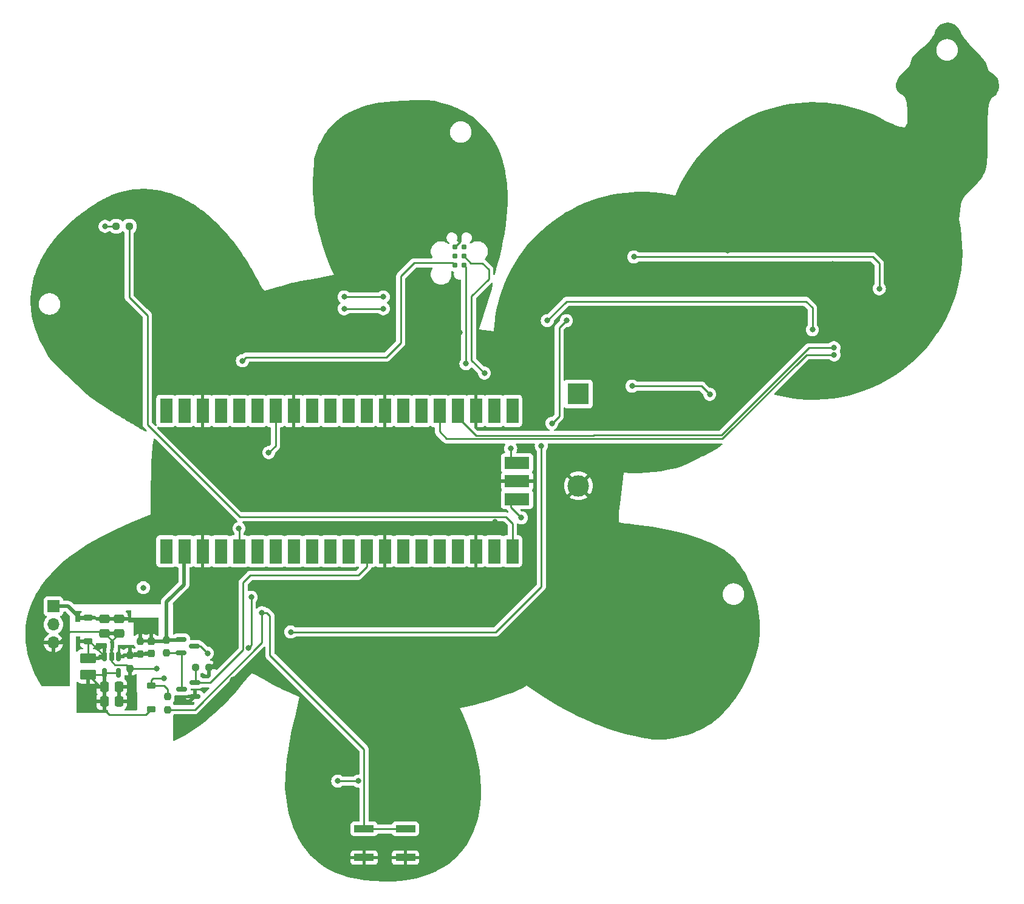
<source format=gbr>
%TF.GenerationSoftware,KiCad,Pcbnew,7.0.9*%
%TF.CreationDate,2024-02-12T09:09:14-06:00*%
%TF.ProjectId,bsidesPR,62736964-6573-4505-922e-6b696361645f,rev?*%
%TF.SameCoordinates,Original*%
%TF.FileFunction,Copper,L2,Bot*%
%TF.FilePolarity,Positive*%
%FSLAX46Y46*%
G04 Gerber Fmt 4.6, Leading zero omitted, Abs format (unit mm)*
G04 Created by KiCad (PCBNEW 7.0.9) date 2024-02-12 09:09:14*
%MOMM*%
%LPD*%
G01*
G04 APERTURE LIST*
G04 Aperture macros list*
%AMRoundRect*
0 Rectangle with rounded corners*
0 $1 Rounding radius*
0 $2 $3 $4 $5 $6 $7 $8 $9 X,Y pos of 4 corners*
0 Add a 4 corners polygon primitive as box body*
4,1,4,$2,$3,$4,$5,$6,$7,$8,$9,$2,$3,0*
0 Add four circle primitives for the rounded corners*
1,1,$1+$1,$2,$3*
1,1,$1+$1,$4,$5*
1,1,$1+$1,$6,$7*
1,1,$1+$1,$8,$9*
0 Add four rect primitives between the rounded corners*
20,1,$1+$1,$2,$3,$4,$5,0*
20,1,$1+$1,$4,$5,$6,$7,0*
20,1,$1+$1,$6,$7,$8,$9,0*
20,1,$1+$1,$8,$9,$2,$3,0*%
G04 Aperture macros list end*
%TA.AperFunction,SMDPad,CuDef*%
%ADD10RoundRect,0.237500X-0.237500X0.300000X-0.237500X-0.300000X0.237500X-0.300000X0.237500X0.300000X0*%
%TD*%
%TA.AperFunction,SMDPad,CuDef*%
%ADD11RoundRect,0.250000X-0.475000X0.337500X-0.475000X-0.337500X0.475000X-0.337500X0.475000X0.337500X0*%
%TD*%
%TA.AperFunction,SMDPad,CuDef*%
%ADD12RoundRect,0.237500X-0.237500X0.250000X-0.237500X-0.250000X0.237500X-0.250000X0.237500X0.250000X0*%
%TD*%
%TA.AperFunction,SMDPad,CuDef*%
%ADD13RoundRect,0.237500X0.250000X0.237500X-0.250000X0.237500X-0.250000X-0.237500X0.250000X-0.237500X0*%
%TD*%
%TA.AperFunction,SMDPad,CuDef*%
%ADD14RoundRect,0.225000X0.375000X-0.225000X0.375000X0.225000X-0.375000X0.225000X-0.375000X-0.225000X0*%
%TD*%
%TA.AperFunction,SMDPad,CuDef*%
%ADD15RoundRect,0.250001X0.849999X-0.462499X0.849999X0.462499X-0.849999X0.462499X-0.849999X-0.462499X0*%
%TD*%
%TA.AperFunction,ComponentPad*%
%ADD16R,1.700000X1.700000*%
%TD*%
%TA.AperFunction,ComponentPad*%
%ADD17O,1.700000X1.700000*%
%TD*%
%TA.AperFunction,SMDPad,CuDef*%
%ADD18RoundRect,0.250000X-0.337500X-0.475000X0.337500X-0.475000X0.337500X0.475000X-0.337500X0.475000X0*%
%TD*%
%TA.AperFunction,SMDPad,CuDef*%
%ADD19R,2.750000X1.000000*%
%TD*%
%TA.AperFunction,SMDPad,CuDef*%
%ADD20R,1.700000X3.500000*%
%TD*%
%TA.AperFunction,SMDPad,CuDef*%
%ADD21R,3.500000X1.700000*%
%TD*%
%TA.AperFunction,SMDPad,CuDef*%
%ADD22RoundRect,0.237500X-0.250000X-0.237500X0.250000X-0.237500X0.250000X0.237500X-0.250000X0.237500X0*%
%TD*%
%TA.AperFunction,SMDPad,CuDef*%
%ADD23RoundRect,0.150000X-0.587500X-0.150000X0.587500X-0.150000X0.587500X0.150000X-0.587500X0.150000X0*%
%TD*%
%TA.AperFunction,SMDPad,CuDef*%
%ADD24RoundRect,0.225000X-0.375000X0.225000X-0.375000X-0.225000X0.375000X-0.225000X0.375000X0.225000X0*%
%TD*%
%TA.AperFunction,ComponentPad*%
%ADD25R,3.000000X3.000000*%
%TD*%
%TA.AperFunction,ComponentPad*%
%ADD26C,3.000000*%
%TD*%
%TA.AperFunction,ConnectorPad*%
%ADD27C,0.787400*%
%TD*%
%TA.AperFunction,SMDPad,CuDef*%
%ADD28RoundRect,0.150000X-0.150000X0.512500X-0.150000X-0.512500X0.150000X-0.512500X0.150000X0.512500X0*%
%TD*%
%TA.AperFunction,SMDPad,CuDef*%
%ADD29RoundRect,0.150000X0.587500X0.150000X-0.587500X0.150000X-0.587500X-0.150000X0.587500X-0.150000X0*%
%TD*%
%TA.AperFunction,ViaPad*%
%ADD30C,0.800000*%
%TD*%
%TA.AperFunction,ViaPad*%
%ADD31C,1.000000*%
%TD*%
%TA.AperFunction,Conductor*%
%ADD32C,0.250000*%
%TD*%
%TA.AperFunction,Conductor*%
%ADD33C,0.500000*%
%TD*%
G04 APERTURE END LIST*
D10*
%TO.P,C3,1*%
%TO.N,+5V*%
X96586888Y-120871421D03*
%TO.P,C3,2*%
%TO.N,/FB*%
X96586888Y-122596421D03*
%TD*%
D11*
%TO.P,C5,1*%
%TO.N,+5V*%
X92086888Y-117696421D03*
%TO.P,C5,2*%
%TO.N,GND*%
X92086888Y-119771421D03*
%TD*%
D12*
%TO.P,R1,1*%
%TO.N,Net-(BT1-+)*%
X98838172Y-128579401D03*
%TO.P,R1,2*%
%TO.N,RPi_WAKE*%
X98838172Y-130404401D03*
%TD*%
D13*
%TO.P,R6,1*%
%TO.N,LED_PIN*%
X93511672Y-62941701D03*
%TO.P,R6,2*%
%TO.N,Net-(D1-DIN)*%
X91686672Y-62941701D03*
%TD*%
D14*
%TO.P,D51,1,K*%
%TO.N,/EN*%
X96552172Y-130379901D03*
%TO.P,D51,2,A*%
%TO.N,Net-(BT1-+)*%
X96552172Y-127079901D03*
%TD*%
D12*
%TO.P,R4,1*%
%TO.N,+5V*%
X98670672Y-120675401D03*
%TO.P,R4,2*%
%TO.N,Net-(Q1-D)*%
X98670672Y-122500401D03*
%TD*%
D15*
%TO.P,L1,1,1*%
%TO.N,/EN*%
X87736888Y-125536421D03*
%TO.P,L1,2,2*%
%TO.N,/SW*%
X87736888Y-123211421D03*
%TD*%
D16*
%TO.P,J3,1,Pin_1*%
%TO.N,+5V*%
X82947172Y-115976901D03*
D17*
%TO.P,J3,2,Pin_2*%
%TO.N,VLED*%
X82947172Y-118516901D03*
%TO.P,J3,3,Pin_3*%
%TO.N,GND*%
X82947172Y-121056901D03*
%TD*%
D18*
%TO.P,C2,1*%
%TO.N,/EN*%
X90011888Y-127233921D03*
%TO.P,C2,2*%
%TO.N,GND*%
X92086888Y-127233921D03*
%TD*%
%TO.P,C1,1*%
%TO.N,/EN*%
X90011888Y-129233921D03*
%TO.P,C1,2*%
%TO.N,GND*%
X92086888Y-129233921D03*
%TD*%
D12*
%TO.P,R3,1*%
%TO.N,/FB*%
X93586888Y-122821421D03*
%TO.P,R3,2*%
%TO.N,GND*%
X93586888Y-124646421D03*
%TD*%
D19*
%TO.P,SW1,1,A*%
%TO.N,RPi_WAKE*%
X132007888Y-147045921D03*
X126247888Y-147045921D03*
%TO.P,SW1,2,B*%
%TO.N,GND*%
X132007888Y-151045921D03*
%TO.P,SW1,4,B*%
X126247888Y-151045921D03*
%TD*%
D20*
%TO.P,U1,1,GPIO0*%
%TO.N,unconnected-(U1-GPIO0-Pad1)*%
X98647888Y-88709921D03*
%TO.P,U1,2,GPIO1*%
%TO.N,unconnected-(U1-GPIO1-Pad2)*%
X101187888Y-88709921D03*
%TO.P,U1,3,GND*%
%TO.N,GND*%
X103727888Y-88709921D03*
%TO.P,U1,4,GPIO2*%
%TO.N,unconnected-(U1-GPIO2-Pad4)*%
X106267888Y-88709921D03*
%TO.P,U1,5,GPIO3*%
%TO.N,unconnected-(U1-GPIO3-Pad5)*%
X108807888Y-88709921D03*
%TO.P,U1,6,GPIO4*%
%TO.N,unconnected-(U1-GPIO4-Pad6)*%
X111347888Y-88709921D03*
%TO.P,U1,7,GPIO5*%
%TO.N,RPi_WAKE*%
X113887888Y-88709921D03*
%TO.P,U1,8,GND*%
%TO.N,GND*%
X116427888Y-88709921D03*
%TO.P,U1,9,GPIO6*%
%TO.N,unconnected-(U1-GPIO6-Pad9)*%
X118967888Y-88709921D03*
%TO.P,U1,10,GPIO7*%
%TO.N,unconnected-(U1-GPIO7-Pad10)*%
X121507888Y-88709921D03*
%TO.P,U1,11,GPIO8*%
%TO.N,unconnected-(U1-GPIO8-Pad11)*%
X124047888Y-88709921D03*
%TO.P,U1,12,GPIO9*%
%TO.N,unconnected-(U1-GPIO9-Pad12)*%
X126587888Y-88709921D03*
%TO.P,U1,13,GND*%
%TO.N,GND*%
X129127888Y-88709921D03*
%TO.P,U1,14,GPIO10*%
%TO.N,unconnected-(U1-GPIO10-Pad14)*%
X131667888Y-88709921D03*
%TO.P,U1,15,GPIO11*%
%TO.N,unconnected-(U1-GPIO11-Pad15)*%
X134207888Y-88709921D03*
%TO.P,U1,16,GPIO12*%
%TO.N,CEREAL_TX*%
X136747888Y-88709921D03*
%TO.P,U1,17,GPIO13*%
%TO.N,CEREAL_RX*%
X139287888Y-88709921D03*
%TO.P,U1,18,GND*%
%TO.N,GND*%
X141827888Y-88709921D03*
%TO.P,U1,19,GPIO14*%
%TO.N,unconnected-(U1-GPIO14-Pad19)*%
X144367888Y-88709921D03*
%TO.P,U1,20,GPIO15*%
%TO.N,unconnected-(U1-GPIO15-Pad20)*%
X146907888Y-88709921D03*
%TO.P,U1,21,GPIO16*%
%TO.N,LED_PIN*%
X146907888Y-108289921D03*
%TO.P,U1,22,GPIO17*%
%TO.N,unconnected-(U1-GPIO17-Pad22)*%
X144367888Y-108289921D03*
%TO.P,U1,23,GND*%
%TO.N,GND*%
X141827888Y-108289921D03*
%TO.P,U1,24,GPIO18*%
%TO.N,unconnected-(U1-GPIO18-Pad24)*%
X139287888Y-108289921D03*
%TO.P,U1,25,GPIO19*%
%TO.N,unconnected-(U1-GPIO19-Pad25)*%
X136747888Y-108289921D03*
%TO.P,U1,26,GPIO20*%
%TO.N,unconnected-(U1-GPIO20-Pad26)*%
X134207888Y-108289921D03*
%TO.P,U1,27,GPIO21*%
%TO.N,unconnected-(U1-GPIO21-Pad27)*%
X131667888Y-108289921D03*
%TO.P,U1,28,GND*%
%TO.N,GND*%
X129127888Y-108289921D03*
%TO.P,U1,29,GPIO22*%
%TO.N,ENABLE_VLED*%
X126587888Y-108289921D03*
%TO.P,U1,30,RUN*%
%TO.N,unconnected-(U1-RUN-Pad30)*%
X124047888Y-108289921D03*
%TO.P,U1,31,GPIO26_ADC0*%
%TO.N,unconnected-(U1-GPIO26_ADC0-Pad31)*%
X121507888Y-108289921D03*
%TO.P,U1,32,GPIO27_ADC1*%
%TO.N,unconnected-(U1-GPIO27_ADC1-Pad32)*%
X118967888Y-108289921D03*
%TO.P,U1,33,AGND*%
%TO.N,unconnected-(U1-AGND-Pad33)*%
X116427888Y-108289921D03*
%TO.P,U1,34,GPIO28_ADC2*%
%TO.N,unconnected-(U1-GPIO28_ADC2-Pad34)*%
X113887888Y-108289921D03*
%TO.P,U1,35,ADC_VREF*%
%TO.N,unconnected-(U1-ADC_VREF-Pad35)*%
X111347888Y-108289921D03*
%TO.P,U1,36,3V3*%
%TO.N,+3V3*%
X108807888Y-108289921D03*
%TO.P,U1,37,3V3_EN*%
%TO.N,unconnected-(U1-3V3_EN-Pad37)*%
X106267888Y-108289921D03*
%TO.P,U1,38,GND*%
%TO.N,GND*%
X103727888Y-108289921D03*
%TO.P,U1,39,VSYS*%
%TO.N,+5V*%
X101187888Y-108289921D03*
%TO.P,U1,40,VBUS*%
%TO.N,unconnected-(U1-VBUS-Pad40)*%
X98647888Y-108289921D03*
D21*
%TO.P,U1,41,SWCLK*%
%TO.N,Net-(J2-SWCLK)*%
X147577888Y-95959921D03*
%TO.P,U1,42,GND*%
%TO.N,GND*%
X147577888Y-98499921D03*
%TO.P,U1,43,SWDIO*%
%TO.N,Net-(J2-SWDIO)*%
X147577888Y-101039921D03*
%TD*%
D22*
%TO.P,R5,1*%
%TO.N,ENABLE_VLED*%
X102758172Y-124537901D03*
%TO.P,R5,2*%
%TO.N,GND*%
X104583172Y-124537901D03*
%TD*%
D11*
%TO.P,C4,1*%
%TO.N,+5V*%
X90086888Y-117696421D03*
%TO.P,C4,2*%
%TO.N,GND*%
X90086888Y-119771421D03*
%TD*%
D23*
%TO.P,Q2,1,G*%
%TO.N,Net-(Q1-D)*%
X100733172Y-122487901D03*
%TO.P,Q2,2,S*%
%TO.N,+5V*%
X100733172Y-120587901D03*
%TO.P,Q2,3,D*%
%TO.N,VLED*%
X102608172Y-121537901D03*
%TD*%
D24*
%TO.P,D52,1,K*%
%TO.N,+5V*%
X87736888Y-117583921D03*
%TO.P,D52,2,A*%
%TO.N,/SW*%
X87736888Y-120883921D03*
%TD*%
D25*
%TO.P,BT1,1,+*%
%TO.N,Net-(BT1-+)*%
X156113000Y-86360000D03*
D26*
%TO.P,BT1,2,-*%
%TO.N,GND*%
X156113000Y-99160000D03*
%TD*%
D27*
%TO.P,J2,1,VCC*%
%TO.N,+3V3*%
X138877972Y-68377301D03*
%TO.P,J2,2,SWDIO*%
%TO.N,Net-(J2-SWDIO)*%
X140147972Y-68377301D03*
%TO.P,J2,3,~{RESET}*%
%TO.N,unconnected-(J2-~{RESET}-Pad3)*%
X138877972Y-67107301D03*
%TO.P,J2,4,SWCLK*%
%TO.N,Net-(J2-SWCLK)*%
X140147972Y-67107301D03*
%TO.P,J2,5,GND*%
%TO.N,GND*%
X138877972Y-65837301D03*
%TO.P,J2,6,SWO*%
%TO.N,unconnected-(J2-SWO-Pad6)*%
X140147972Y-65837301D03*
%TD*%
D12*
%TO.P,R2,1*%
%TO.N,+5V*%
X95086888Y-120821421D03*
%TO.P,R2,2*%
%TO.N,/FB*%
X95086888Y-122646421D03*
%TD*%
D28*
%TO.P,U2,1,SW*%
%TO.N,/SW*%
X90086888Y-122958921D03*
%TO.P,U2,2,GND*%
%TO.N,GND*%
X91036888Y-122958921D03*
%TO.P,U2,3,FB*%
%TO.N,/FB*%
X91986888Y-122958921D03*
%TO.P,U2,4,EN*%
%TO.N,/EN*%
X91986888Y-125233921D03*
%TO.P,U2,5,VIN*%
X90086888Y-125233921D03*
%TD*%
D29*
%TO.P,Q1,1,G*%
%TO.N,ENABLE_VLED*%
X102670672Y-126637901D03*
%TO.P,Q1,2,S*%
%TO.N,GND*%
X102670672Y-128537901D03*
%TO.P,Q1,3,D*%
%TO.N,Net-(Q1-D)*%
X100795672Y-127587901D03*
%TD*%
D30*
%TO.N,GND*%
X205502172Y-66319901D03*
X93107172Y-113309901D03*
X209947172Y-51714901D03*
X162322172Y-132359901D03*
X143200544Y-93874329D03*
X120569144Y-77719929D03*
X108347172Y-116484901D03*
X124222172Y-105054901D03*
X171847172Y-112674901D03*
X169286344Y-123242802D03*
D31*
X100927500Y-129261101D03*
D30*
X136266344Y-130454901D03*
X104685000Y-91867729D03*
X161052172Y-95529901D03*
X119142172Y-127279901D03*
X121682172Y-144424901D03*
X90084572Y-69825101D03*
X131313344Y-100706929D03*
X151785744Y-84095329D03*
X142616344Y-117527802D03*
X185817172Y-55524901D03*
X199787172Y-77114901D03*
X125141144Y-61489329D03*
X161687172Y-70764901D03*
X139619144Y-77770729D03*
X199152172Y-55524901D03*
X136181000Y-50211729D03*
X144516772Y-104216701D03*
X181372172Y-82829901D03*
X160061572Y-107067574D03*
X102632172Y-103784901D03*
X121682172Y-117754901D03*
X134155073Y-152700729D03*
D31*
X105680172Y-123850901D03*
D30*
X120285172Y-93116901D03*
X172482172Y-94894901D03*
X131842172Y-143154901D03*
X134513744Y-63546729D03*
X97399772Y-75921101D03*
X129937172Y-112674901D03*
X97298172Y-124646421D03*
X144318144Y-62022729D03*
X166767172Y-82829901D03*
X93919972Y-129235701D03*
X191532172Y-68224901D03*
D31*
X108004272Y-126251201D03*
D30*
X154702172Y-122199901D03*
X106086572Y-70866501D03*
X140732172Y-144424901D03*
X178197172Y-126644901D03*
X92853172Y-86360501D03*
X101768572Y-119126501D03*
X176927172Y-66319901D03*
%TO.N,Net-(J2-SWDIO)*%
X148174372Y-103632501D03*
X140452772Y-82118701D03*
%TO.N,Net-(J2-SWCLK)*%
X143018172Y-83439501D03*
X146675772Y-93955101D03*
%TO.N,RPi_WAKE*%
X112944572Y-94539301D03*
X112004772Y-116865901D03*
%TO.N,VLED*%
X104410172Y-122530101D03*
X95469372Y-113379901D03*
%TO.N,Net-(D1-DIN)*%
X90135372Y-62941701D03*
%TO.N,Net-(D17-DOUT)*%
X128921172Y-74447901D03*
X123460172Y-74447901D03*
%TO.N,Net-(D37-DOUT)*%
X154448172Y-76098901D03*
X152416172Y-90449901D03*
%TO.N,Net-(D38-DOUT)*%
X198067000Y-71653901D03*
X163846172Y-67208901D03*
%TO.N,Net-(D39-DOUT)*%
X188738172Y-77368901D03*
X151781172Y-76098901D03*
%TO.N,Net-(BT1-+)*%
X150942972Y-93599501D03*
X98339572Y-126009901D03*
X116017972Y-119558301D03*
%TO.N,CEREAL_TX*%
X191764662Y-80882088D03*
%TO.N,CEREAL_RX*%
X191735873Y-79883000D03*
%TO.N,+3V3*%
X108804372Y-105105701D03*
X109286972Y-81712301D03*
%TO.N,Net-(D42-DOUT)*%
X163592172Y-85242901D03*
X174424172Y-86385901D03*
%TO.N,Net-(D12-DOUT)*%
X110113072Y-121789901D03*
X110506172Y-114706901D03*
%TO.N,Net-(D28-DOUT)*%
X122582172Y-140360901D03*
X125472172Y-140360901D03*
%TO.N,Net-(D16-DOUT)*%
X123460172Y-72796901D03*
X128921172Y-72796901D03*
%TD*%
D32*
%TO.N,GND*%
X139658672Y-65056601D02*
X139658672Y-64206811D01*
X91036888Y-120821421D02*
X91036888Y-122958921D01*
X138998590Y-63546729D02*
X134513744Y-63546729D01*
X91036888Y-120721421D02*
X91036888Y-122958921D01*
X138877972Y-65837301D02*
X139658672Y-65056601D01*
X91508172Y-124159901D02*
X93100368Y-124159901D01*
X91036888Y-123688617D02*
X91508172Y-124159901D01*
X85233172Y-119532901D02*
X89848368Y-119532901D01*
X82947172Y-121056901D02*
X83709172Y-121056901D01*
X93100368Y-124159901D02*
X93586888Y-124646421D01*
X97298172Y-124646421D02*
X93586888Y-124646421D01*
D33*
X105680172Y-123850901D02*
X104993172Y-124537901D01*
X100927500Y-129261101D02*
X101947472Y-129261101D01*
X104993172Y-124537901D02*
X104583172Y-124537901D01*
D32*
X92088668Y-129235701D02*
X92086888Y-129233921D01*
X93919972Y-129235701D02*
X92088668Y-129235701D01*
X91036888Y-122958921D02*
X91036888Y-123688617D01*
X139658672Y-64206811D02*
X138998590Y-63546729D01*
X92086888Y-119771421D02*
X91036888Y-120821421D01*
X89848368Y-119532901D02*
X90086888Y-119771421D01*
X83709172Y-121056901D02*
X85233172Y-119532901D01*
X90086888Y-119771421D02*
X91036888Y-120721421D01*
D33*
X101947472Y-129261101D02*
X102670672Y-128537901D01*
D32*
%TO.N,/EN*%
X90011888Y-127233921D02*
X90011888Y-129233921D01*
X90011888Y-129233921D02*
X90011888Y-130458417D01*
X95791372Y-131140701D02*
X96552172Y-130379901D01*
X90694172Y-131140701D02*
X95791372Y-131140701D01*
X87736888Y-125536421D02*
X89434388Y-127233921D01*
X89434388Y-127233921D02*
X90011888Y-127233921D01*
X90011888Y-130458417D02*
X90694172Y-131140701D01*
X90086888Y-125233921D02*
X91986888Y-125233921D01*
X90011888Y-127233921D02*
X90011888Y-125308921D01*
X87736888Y-125536421D02*
X89784388Y-125536421D01*
X90011888Y-125308921D02*
X90086888Y-125233921D01*
X89784388Y-125536421D02*
X90086888Y-125233921D01*
D33*
%TO.N,+5V*%
X98670672Y-115391801D02*
X101108172Y-112954301D01*
X86630172Y-117627901D02*
X87692908Y-117627901D01*
X98670672Y-120675401D02*
X98670672Y-115391801D01*
X96586888Y-120871421D02*
X98474652Y-120871421D01*
X87692908Y-117627901D02*
X87736888Y-117583921D01*
X82947172Y-115976901D02*
X84979172Y-115976901D01*
D32*
X100645672Y-120675401D02*
X100733172Y-120587901D01*
X96536888Y-120821421D02*
X96586888Y-120871421D01*
D33*
X98670672Y-120675401D02*
X100645672Y-120675401D01*
X84979172Y-115976901D02*
X86630172Y-117627901D01*
X101108172Y-107469637D02*
X101187888Y-107389921D01*
X101108172Y-112954301D02*
X101108172Y-107469637D01*
X98474652Y-120871421D02*
X98670672Y-120675401D01*
D32*
X95086888Y-120821421D02*
X96536888Y-120821421D01*
%TO.N,/FB*%
X93761888Y-122646421D02*
X93586888Y-122821421D01*
X92086888Y-122733921D02*
X92174388Y-122821421D01*
X96536888Y-122646421D02*
X96586888Y-122596421D01*
X95086888Y-122646421D02*
X93761888Y-122646421D01*
X92174388Y-122821421D02*
X93586888Y-122821421D01*
X91986888Y-122958921D02*
X92086888Y-122858921D01*
X95086888Y-122646421D02*
X96536888Y-122646421D01*
X92086888Y-122858921D02*
X92086888Y-122733921D01*
%TO.N,/SW*%
X88011888Y-120883921D02*
X90086888Y-122958921D01*
X87736888Y-123211421D02*
X89834388Y-123211421D01*
X87736888Y-120883921D02*
X87736888Y-123211421D01*
X89834388Y-123211421D02*
X90086888Y-122958921D01*
X87736888Y-120883921D02*
X88011888Y-120883921D01*
%TO.N,Net-(J2-SWDIO)*%
X140452772Y-82118701D02*
X140427372Y-82093301D01*
X146677888Y-102136017D02*
X146677888Y-101039921D01*
X140427372Y-82093301D02*
X140427372Y-68656701D01*
X148174372Y-103632501D02*
X146677888Y-102136017D01*
X140427372Y-68656701D02*
X140147972Y-68377301D01*
%TO.N,Net-(J2-SWCLK)*%
X141214772Y-81636101D02*
X141214772Y-72695139D01*
X146675772Y-93955101D02*
X146677888Y-93957217D01*
X141214772Y-72695139D02*
X143615422Y-70294489D01*
X146677888Y-95959921D02*
X146675772Y-93955101D01*
X142700160Y-68084851D02*
X141125522Y-68084851D01*
X143615422Y-70294489D02*
X143615422Y-69000113D01*
X143615422Y-69000113D02*
X142700160Y-68084851D01*
X143018172Y-83439501D02*
X141214772Y-81636101D01*
X141125522Y-68084851D02*
X140147972Y-67107301D01*
%TO.N,ENABLE_VLED*%
X109388572Y-112649501D02*
X110379172Y-111658901D01*
X109388572Y-122072901D02*
X109388572Y-112649501D01*
X102670672Y-126637901D02*
X104823572Y-126637901D01*
X110379172Y-111658901D02*
X125415972Y-111658901D01*
X126587888Y-110486985D02*
X126587888Y-107389921D01*
X104823572Y-126637901D02*
X109388572Y-122072901D01*
X125415972Y-111658901D02*
X126587888Y-110486985D01*
X102758172Y-126550401D02*
X102670672Y-126637901D01*
X102758172Y-124537901D02*
X102758172Y-126550401D01*
%TO.N,Net-(Q1-D)*%
X100795672Y-122550401D02*
X100733172Y-122487901D01*
X98683172Y-122487901D02*
X98670672Y-122500401D01*
X100795672Y-127587901D02*
X100795672Y-122550401D01*
X100733172Y-122487901D02*
X98683172Y-122487901D01*
%TO.N,RPi_WAKE*%
X112004772Y-121027301D02*
X102627672Y-130404401D01*
X113887888Y-93595985D02*
X113887888Y-89609921D01*
X126247888Y-147045921D02*
X126247888Y-135935017D01*
X113122372Y-117323101D02*
X112665172Y-116865901D01*
X102627672Y-130404401D02*
X98838172Y-130404401D01*
X112944572Y-94539301D02*
X113887888Y-93595985D01*
X112665172Y-116865901D02*
X112004772Y-116865901D01*
X132007888Y-147045921D02*
X126247888Y-147045921D01*
X113122372Y-122809501D02*
X113122372Y-117323101D01*
X112004772Y-116865901D02*
X112004772Y-121027301D01*
X126247888Y-135935017D02*
X113122372Y-122809501D01*
%TO.N,VLED*%
X103417972Y-121537901D02*
X102608172Y-121537901D01*
X104410172Y-122530101D02*
X103417972Y-121537901D01*
X102648172Y-121497901D02*
X102608172Y-121537901D01*
%TO.N,Net-(D1-DIN)*%
X90135372Y-62941701D02*
X91686672Y-62941701D01*
%TO.N,Net-(D17-DOUT)*%
X128921172Y-74447901D02*
X123460172Y-74447901D01*
%TO.N,Net-(D37-DOUT)*%
X153432172Y-77114901D02*
X154448172Y-76098901D01*
X153432172Y-89433901D02*
X153432172Y-77114901D01*
X152416172Y-90449901D02*
X153432172Y-89433901D01*
%TO.N,Net-(D38-DOUT)*%
X163846172Y-67208901D02*
X197120172Y-67208901D01*
X198067000Y-68155729D02*
X198067000Y-71653901D01*
X197120172Y-67208901D02*
X198067000Y-68155729D01*
%TO.N,Net-(D39-DOUT)*%
X184801172Y-73431901D02*
X187849172Y-73431901D01*
X187849172Y-73431901D02*
X188738172Y-74320901D01*
X151781172Y-76098901D02*
X154448172Y-73431901D01*
X188738172Y-74320901D02*
X188738172Y-77368901D01*
X154448172Y-73431901D02*
X184801172Y-73431901D01*
%TO.N,Net-(BT1-+)*%
X96552172Y-126298701D02*
X96840972Y-126009901D01*
X98342772Y-127079901D02*
X98838172Y-127575301D01*
X150942972Y-113208301D02*
X150942972Y-97257101D01*
X96552172Y-127079901D02*
X98342772Y-127079901D01*
X98339572Y-126009901D02*
X98390372Y-125959101D01*
X116017972Y-119558301D02*
X144592972Y-119558301D01*
X96840972Y-126009901D02*
X98339572Y-126009901D01*
X144592972Y-119558301D02*
X150942972Y-113208301D01*
X98838172Y-127575301D02*
X98838172Y-128579401D01*
X150942972Y-97257101D02*
X150942972Y-93599501D01*
X96552172Y-127079901D02*
X96552172Y-126298701D01*
%TO.N,CEREAL_TX*%
X136747888Y-91596417D02*
X137760372Y-92608901D01*
X187925372Y-80874101D02*
X191756675Y-80874101D01*
X137760372Y-92608901D02*
X176190572Y-92608901D01*
X136747888Y-89609921D02*
X136747888Y-91596417D01*
X191756675Y-80874101D02*
X191764662Y-80882088D01*
X176190572Y-92608901D02*
X187925372Y-80874101D01*
%TO.N,CEREAL_RX*%
X191684572Y-79934301D02*
X191633772Y-79934301D01*
X188279576Y-79883501D02*
X176087576Y-92075501D01*
X191735873Y-79883000D02*
X191684572Y-79934301D01*
X191684572Y-79934301D02*
X191633772Y-79883501D01*
X176087576Y-92075501D02*
X158283572Y-92075501D01*
X191633772Y-79883501D02*
X188279576Y-79883501D01*
X158200172Y-92158901D02*
X141836868Y-92158901D01*
X158283572Y-92075501D02*
X158200172Y-92158901D01*
X141836868Y-92158901D02*
X139287888Y-89609921D01*
%TO.N,+3V3*%
X133251522Y-68034751D02*
X138535422Y-68034751D01*
X108829772Y-105080301D02*
X108829772Y-105029501D01*
X108804372Y-105105701D02*
X108829772Y-105080301D01*
X131359572Y-69926701D02*
X133251522Y-68034751D01*
X108804372Y-105054901D02*
X108807888Y-105051385D01*
X131359572Y-79197701D02*
X131359572Y-69926701D01*
X108804372Y-105105701D02*
X108804372Y-105054901D01*
X108807888Y-105051385D02*
X108807888Y-107389921D01*
X129352972Y-81204301D02*
X131359572Y-79197701D01*
X109794972Y-81204301D02*
X129352972Y-81204301D01*
X109286972Y-81712301D02*
X109794972Y-81204301D01*
X138535422Y-68034751D02*
X138877972Y-68377301D01*
%TO.N,Net-(D42-DOUT)*%
X174424172Y-86385901D02*
X173281172Y-85242901D01*
X173281172Y-85242901D02*
X163592172Y-85242901D01*
%TO.N,Net-(D12-DOUT)*%
X110506172Y-121396801D02*
X110506172Y-114706901D01*
X110113072Y-121789901D02*
X110506172Y-121396801D01*
%TO.N,Net-(D28-DOUT)*%
X122582172Y-140360901D02*
X125472172Y-140360901D01*
%TO.N,Net-(D16-DOUT)*%
X128921172Y-72796901D02*
X123460172Y-72796901D01*
%TO.N,LED_PIN*%
X93511672Y-72871201D02*
X93511672Y-62941701D01*
X96028172Y-90602301D02*
X96028172Y-75387701D01*
X146001572Y-103491701D02*
X108917572Y-103491701D01*
X146907888Y-104398017D02*
X146001572Y-103491701D01*
X96028172Y-75387701D02*
X93511672Y-72871201D01*
X146907888Y-107389921D02*
X146907888Y-104398017D01*
X108917572Y-103491701D02*
X96028172Y-90602301D01*
%TD*%
%TA.AperFunction,Conductor*%
%TO.N,GND*%
G36*
X207624233Y-34521323D02*
G01*
X208006701Y-34568781D01*
X208036078Y-34576155D01*
X208458291Y-34739155D01*
X208495670Y-34761852D01*
X209065050Y-35264234D01*
X209091311Y-35296826D01*
X209315175Y-35698311D01*
X209522871Y-36090939D01*
X209523994Y-36093276D01*
X209525531Y-36095373D01*
X209853018Y-36581259D01*
X209853992Y-36582920D01*
X209854326Y-36583358D01*
X209856102Y-36585814D01*
X209856441Y-36586308D01*
X209857701Y-36587742D01*
X210274365Y-37126400D01*
X210275286Y-37127770D01*
X210276919Y-37129706D01*
X210276920Y-37129708D01*
X210276974Y-37129772D01*
X210277030Y-37129844D01*
X210277031Y-37129844D01*
X210280427Y-37134210D01*
X210282763Y-37136598D01*
X210586731Y-37494970D01*
X210588815Y-37497824D01*
X210592590Y-37501884D01*
X210592591Y-37501886D01*
X210592657Y-37501957D01*
X210592708Y-37502017D01*
X210592709Y-37502017D01*
X210597525Y-37507684D01*
X210600318Y-37510193D01*
X211091428Y-38038181D01*
X211092752Y-38039823D01*
X211093010Y-38040068D01*
X211095889Y-38042990D01*
X211096050Y-38043165D01*
X211097625Y-38044483D01*
X211607511Y-38533839D01*
X211937688Y-38867469D01*
X211939604Y-38869495D01*
X212242693Y-39204822D01*
X212244617Y-39207054D01*
X212514476Y-39535755D01*
X212517359Y-39539556D01*
X212886284Y-40066871D01*
X212899784Y-40091832D01*
X212972373Y-40272989D01*
X213161587Y-40745207D01*
X213163258Y-40749919D01*
X213277519Y-41118662D01*
X213278110Y-41122941D01*
X213283154Y-41137047D01*
X213283582Y-41138337D01*
X213283659Y-41138466D01*
X213283723Y-41138538D01*
X213295746Y-41152906D01*
X213298771Y-41155255D01*
X213304531Y-41161654D01*
X213588544Y-41477179D01*
X213588611Y-41477258D01*
X213588618Y-41477261D01*
X213588623Y-41477267D01*
X213588624Y-41477267D01*
X213588625Y-41477268D01*
X213588626Y-41477270D01*
X213588628Y-41477271D01*
X213588897Y-41477479D01*
X213590573Y-41478270D01*
X214002274Y-41690730D01*
X214037655Y-41718056D01*
X214533011Y-42269483D01*
X214557588Y-42310776D01*
X214693528Y-42692779D01*
X214700058Y-42721698D01*
X214763541Y-43340542D01*
X214762423Y-43374042D01*
X214648093Y-44044454D01*
X214637989Y-44076548D01*
X214465415Y-44442077D01*
X214446132Y-44471327D01*
X214188715Y-44762125D01*
X214154844Y-44789012D01*
X213762182Y-45001321D01*
X213754796Y-45004139D01*
X213750200Y-45007373D01*
X213748321Y-45008554D01*
X213747480Y-45009210D01*
X213746477Y-45010344D01*
X213745228Y-45012078D01*
X213741443Y-45016749D01*
X213738069Y-45024281D01*
X213457624Y-45471199D01*
X213456500Y-45472870D01*
X213456125Y-45474653D01*
X213347572Y-45928551D01*
X213346898Y-45930963D01*
X213346700Y-45933429D01*
X213249046Y-46764436D01*
X213248754Y-46766058D01*
X213248598Y-46768219D01*
X213248598Y-46768222D01*
X213248591Y-46768319D01*
X213248583Y-46768393D01*
X213248583Y-46768395D01*
X213247978Y-46773993D01*
X213248002Y-46777360D01*
X213221115Y-47190077D01*
X213221036Y-47190700D01*
X213220857Y-47194047D01*
X213220310Y-47204437D01*
X213220348Y-47205295D01*
X213199186Y-47673236D01*
X213199118Y-47673976D01*
X213199056Y-47676113D01*
X213199055Y-47676117D01*
X213199053Y-47676185D01*
X213199048Y-47676304D01*
X213199048Y-47676305D01*
X213198698Y-47684647D01*
X213198805Y-47686496D01*
X213171655Y-48817812D01*
X213171607Y-48818443D01*
X213171575Y-48821176D01*
X213171514Y-48824315D01*
X213171551Y-48825003D01*
X213164324Y-50032711D01*
X213163162Y-50226962D01*
X213163162Y-50226963D01*
X213160119Y-51933544D01*
X213151467Y-52633588D01*
X213133875Y-53246024D01*
X213104695Y-53771281D01*
X213104123Y-53781569D01*
X213059473Y-54248344D01*
X213058672Y-54253975D01*
X212912440Y-55026432D01*
X212907400Y-55045018D01*
X212738802Y-55517801D01*
X212730968Y-55535339D01*
X212498258Y-55963745D01*
X212493773Y-55970819D01*
X212186719Y-56389618D01*
X212183202Y-56393987D01*
X211794718Y-56834173D01*
X211486761Y-57156042D01*
X211137883Y-57511230D01*
X210792206Y-57862968D01*
X210792174Y-57863001D01*
X210792144Y-57863032D01*
X210790543Y-57864662D01*
X210790210Y-57865038D01*
X210494730Y-58171942D01*
X210493458Y-58173116D01*
X210492095Y-58174681D01*
X210490390Y-58176481D01*
X210489321Y-58177909D01*
X209922504Y-58837525D01*
X209921195Y-58838963D01*
X209920212Y-58840583D01*
X209685895Y-59204762D01*
X209685016Y-59206059D01*
X209684861Y-59206450D01*
X209515074Y-59588320D01*
X209514928Y-59588621D01*
X209514855Y-59588936D01*
X209399913Y-60020375D01*
X209399782Y-60020798D01*
X209399628Y-60022522D01*
X209315614Y-60739954D01*
X209233960Y-61308913D01*
X209233554Y-61311043D01*
X209233355Y-61313008D01*
X209233340Y-61315220D01*
X209193250Y-61994250D01*
X209192765Y-61997879D01*
X209192694Y-62003675D01*
X209192867Y-62004751D01*
X209193435Y-62008888D01*
X209194348Y-62012387D01*
X209409975Y-63176106D01*
X209410521Y-63179619D01*
X209548456Y-64269891D01*
X209559351Y-64356002D01*
X209559693Y-64359513D01*
X209640841Y-65538640D01*
X209640983Y-65542159D01*
X209654711Y-66721242D01*
X209654652Y-66724760D01*
X209649555Y-66837344D01*
X209601404Y-67900827D01*
X209601145Y-67904339D01*
X209481323Y-69074586D01*
X209480864Y-69078080D01*
X209294764Y-70239671D01*
X209294109Y-70243129D01*
X209042219Y-71393156D01*
X209041365Y-71396583D01*
X208723918Y-72532189D01*
X208722873Y-72535553D01*
X208567492Y-72989859D01*
X208340387Y-73653870D01*
X208339144Y-73657190D01*
X207891918Y-74755418D01*
X207890487Y-74758661D01*
X207729670Y-75096647D01*
X207378871Y-75833906D01*
X207377249Y-75837077D01*
X206804752Y-76881173D01*
X206802952Y-76884242D01*
X206174149Y-77889587D01*
X206172184Y-77892538D01*
X205489141Y-78857237D01*
X205487017Y-78860062D01*
X204751876Y-79782079D01*
X204749601Y-79784771D01*
X203964478Y-80662166D01*
X203962054Y-80664724D01*
X203128995Y-81495483D01*
X203126433Y-81497898D01*
X202247575Y-82280029D01*
X202244880Y-82282294D01*
X201322299Y-83013878D01*
X201319474Y-83015990D01*
X200355272Y-83694992D01*
X200352327Y-83696943D01*
X199348632Y-84321419D01*
X199345571Y-84323204D01*
X198561786Y-84750797D01*
X198405822Y-84835883D01*
X198304507Y-84891155D01*
X198301337Y-84892768D01*
X197224909Y-85402228D01*
X197221647Y-85403659D01*
X196117734Y-85850462D01*
X196114401Y-85851701D01*
X194991327Y-86232925D01*
X194987942Y-86233967D01*
X193848680Y-86549416D01*
X193845247Y-86550262D01*
X192692595Y-86799682D01*
X192689129Y-86800329D01*
X191614608Y-86969584D01*
X191525925Y-86983553D01*
X191522439Y-86984001D01*
X190351631Y-87100848D01*
X190348119Y-87101098D01*
X189172608Y-87151307D01*
X189169087Y-87151357D01*
X187991654Y-87134757D01*
X187988130Y-87134607D01*
X186811733Y-87050956D01*
X186808237Y-87050607D01*
X186236548Y-86977053D01*
X185635681Y-86899744D01*
X185632181Y-86899192D01*
X184466485Y-86680908D01*
X184463010Y-86680154D01*
X183515526Y-86445813D01*
X183455174Y-86410608D01*
X183423435Y-86348363D01*
X183430387Y-86278840D01*
X183457615Y-86237760D01*
X188151457Y-81543920D01*
X188212780Y-81510435D01*
X188239138Y-81507601D01*
X191050162Y-81507601D01*
X191117201Y-81527286D01*
X191142310Y-81548628D01*
X191153409Y-81560954D01*
X191307910Y-81673206D01*
X191482374Y-81750882D01*
X191669175Y-81790588D01*
X191860149Y-81790588D01*
X192046950Y-81750882D01*
X192221414Y-81673206D01*
X192375915Y-81560954D01*
X192503702Y-81419032D01*
X192599189Y-81253644D01*
X192658204Y-81072016D01*
X192678166Y-80882088D01*
X192658204Y-80692160D01*
X192599189Y-80510532D01*
X192546696Y-80419612D01*
X192530223Y-80351712D01*
X192546695Y-80295613D01*
X192570400Y-80254556D01*
X192629415Y-80072928D01*
X192649377Y-79883000D01*
X192629415Y-79693072D01*
X192570400Y-79511444D01*
X192474913Y-79346056D01*
X192347126Y-79204134D01*
X192192625Y-79091882D01*
X192018161Y-79014206D01*
X192018159Y-79014205D01*
X191831360Y-78974500D01*
X191640386Y-78974500D01*
X191453587Y-79014205D01*
X191279119Y-79091883D01*
X191124618Y-79204135D01*
X191120263Y-79208973D01*
X191060776Y-79245622D01*
X191028113Y-79250001D01*
X188363208Y-79250001D01*
X188347456Y-79248261D01*
X188347431Y-79248533D01*
X188339669Y-79247799D01*
X188339668Y-79247799D01*
X188269605Y-79250001D01*
X188239720Y-79250001D01*
X188239717Y-79250001D01*
X188239705Y-79250002D01*
X188232713Y-79250885D01*
X188226896Y-79251342D01*
X188179690Y-79252826D01*
X188179683Y-79252827D01*
X188160076Y-79258523D01*
X188141037Y-79262466D01*
X188120787Y-79265025D01*
X188120777Y-79265027D01*
X188076867Y-79282412D01*
X188071341Y-79284304D01*
X188025988Y-79297480D01*
X188025983Y-79297482D01*
X188008409Y-79307875D01*
X187990948Y-79316429D01*
X187971962Y-79323947D01*
X187971960Y-79323948D01*
X187933748Y-79351709D01*
X187928866Y-79354916D01*
X187888213Y-79378958D01*
X187873777Y-79393395D01*
X187858991Y-79406024D01*
X187842469Y-79418029D01*
X187842467Y-79418030D01*
X187842467Y-79418031D01*
X187842464Y-79418033D01*
X187812356Y-79454426D01*
X187808425Y-79458747D01*
X175861490Y-91405682D01*
X175800167Y-91439167D01*
X175773809Y-91442001D01*
X158367201Y-91442001D01*
X158351458Y-91440262D01*
X158351433Y-91440534D01*
X158343665Y-91439799D01*
X158273632Y-91442001D01*
X158243714Y-91442001D01*
X158236708Y-91442885D01*
X158230890Y-91443343D01*
X158183683Y-91444827D01*
X158183680Y-91444828D01*
X158164077Y-91450523D01*
X158145031Y-91454467D01*
X158124775Y-91457027D01*
X158124773Y-91457027D01*
X158080864Y-91474411D01*
X158075340Y-91476302D01*
X158029976Y-91489483D01*
X158029975Y-91489484D01*
X158012396Y-91499879D01*
X157994938Y-91508432D01*
X157983951Y-91512783D01*
X157975955Y-91515949D01*
X157975953Y-91515950D01*
X157974085Y-91516690D01*
X157928429Y-91525401D01*
X152817565Y-91525401D01*
X152750526Y-91505716D01*
X152704771Y-91452912D01*
X152694827Y-91383754D01*
X152723852Y-91320198D01*
X152767129Y-91288121D01*
X152872924Y-91241019D01*
X153027425Y-91128767D01*
X153155212Y-90986845D01*
X153250699Y-90821457D01*
X153309714Y-90639829D01*
X153327153Y-90473900D01*
X153353736Y-90409289D01*
X153362783Y-90399192D01*
X153820985Y-89940990D01*
X153833349Y-89931087D01*
X153833175Y-89930877D01*
X153839187Y-89925903D01*
X153839187Y-89925902D01*
X153839190Y-89925901D01*
X153887156Y-89874821D01*
X153908307Y-89853671D01*
X153912633Y-89848093D01*
X153916422Y-89843656D01*
X153948758Y-89809222D01*
X153958591Y-89791333D01*
X153969274Y-89775070D01*
X153981786Y-89758942D01*
X154000543Y-89715592D01*
X154003113Y-89710348D01*
X154025865Y-89668965D01*
X154025865Y-89668964D01*
X154025867Y-89668961D01*
X154030946Y-89649174D01*
X154037242Y-89630786D01*
X154045353Y-89612046D01*
X154052741Y-89565398D01*
X154053923Y-89559687D01*
X154065672Y-89513931D01*
X154065672Y-89493516D01*
X154067199Y-89474115D01*
X154070392Y-89453958D01*
X154065947Y-89406934D01*
X154065672Y-89401096D01*
X154065672Y-88333190D01*
X154085357Y-88266151D01*
X154138161Y-88220396D01*
X154207319Y-88210452D01*
X154263980Y-88233921D01*
X154366796Y-88310889D01*
X154503799Y-88361989D01*
X154531050Y-88364918D01*
X154564345Y-88368499D01*
X154564362Y-88368500D01*
X157661638Y-88368500D01*
X157661654Y-88368499D01*
X157688692Y-88365591D01*
X157722201Y-88361989D01*
X157859204Y-88310889D01*
X157976261Y-88223261D01*
X158063889Y-88106204D01*
X158114989Y-87969201D01*
X158118591Y-87935692D01*
X158121499Y-87908654D01*
X158121500Y-87908637D01*
X158121500Y-85242901D01*
X162678668Y-85242901D01*
X162698630Y-85432829D01*
X162698631Y-85432832D01*
X162757642Y-85614450D01*
X162757645Y-85614457D01*
X162853132Y-85779845D01*
X162980919Y-85921767D01*
X163135420Y-86034019D01*
X163309884Y-86111695D01*
X163496685Y-86151401D01*
X163687659Y-86151401D01*
X163874460Y-86111695D01*
X164048924Y-86034019D01*
X164203425Y-85921767D01*
X164207332Y-85917428D01*
X164266818Y-85880780D01*
X164299481Y-85876401D01*
X172967406Y-85876401D01*
X173034445Y-85896086D01*
X173055086Y-85912719D01*
X173477552Y-86335186D01*
X173511036Y-86396507D01*
X173513190Y-86409897D01*
X173530630Y-86575829D01*
X173530631Y-86575832D01*
X173589642Y-86757450D01*
X173589645Y-86757457D01*
X173685132Y-86922845D01*
X173787462Y-87036495D01*
X173800483Y-87050956D01*
X173812919Y-87064767D01*
X173967420Y-87177019D01*
X174141884Y-87254695D01*
X174328685Y-87294401D01*
X174519659Y-87294401D01*
X174706460Y-87254695D01*
X174880924Y-87177019D01*
X175035425Y-87064767D01*
X175163212Y-86922845D01*
X175258699Y-86757457D01*
X175317714Y-86575829D01*
X175337676Y-86385901D01*
X175317714Y-86195973D01*
X175258699Y-86014345D01*
X175163212Y-85848957D01*
X175035425Y-85707035D01*
X174880924Y-85594783D01*
X174706460Y-85517107D01*
X174706458Y-85517106D01*
X174519659Y-85477401D01*
X174462938Y-85477401D01*
X174395899Y-85457716D01*
X174375257Y-85441082D01*
X173788260Y-84854084D01*
X173778359Y-84841724D01*
X173778149Y-84841899D01*
X173773174Y-84835887D01*
X173773172Y-84835883D01*
X173746829Y-84811146D01*
X173722093Y-84787916D01*
X173700940Y-84766764D01*
X173698964Y-84765232D01*
X173695355Y-84762432D01*
X173690922Y-84758645D01*
X173682564Y-84750797D01*
X173656493Y-84726315D01*
X173656491Y-84726313D01*
X173638603Y-84716479D01*
X173622342Y-84705798D01*
X173606211Y-84693285D01*
X173562865Y-84674528D01*
X173557617Y-84671957D01*
X173530423Y-84657007D01*
X173516232Y-84649206D01*
X173512832Y-84648333D01*
X173496459Y-84644129D01*
X173478053Y-84637827D01*
X173459316Y-84629719D01*
X173459318Y-84629719D01*
X173412668Y-84622331D01*
X173406953Y-84621147D01*
X173378316Y-84613795D01*
X173361204Y-84609401D01*
X173361202Y-84609401D01*
X173340788Y-84609401D01*
X173321389Y-84607874D01*
X173301230Y-84604681D01*
X173301229Y-84604681D01*
X173254206Y-84609126D01*
X173248368Y-84609401D01*
X164299481Y-84609401D01*
X164232442Y-84589716D01*
X164207332Y-84568374D01*
X164203426Y-84564036D01*
X164048925Y-84451784D01*
X164048924Y-84451783D01*
X163874460Y-84374107D01*
X163874458Y-84374106D01*
X163687659Y-84334401D01*
X163496685Y-84334401D01*
X163309886Y-84374106D01*
X163135418Y-84451784D01*
X162980917Y-84564036D01*
X162853131Y-84705958D01*
X162757645Y-84871344D01*
X162757642Y-84871351D01*
X162698631Y-85052969D01*
X162698630Y-85052973D01*
X162678668Y-85242901D01*
X158121500Y-85242901D01*
X158121500Y-84811362D01*
X158121499Y-84811345D01*
X158118157Y-84780270D01*
X158114989Y-84750799D01*
X158063889Y-84613796D01*
X157976261Y-84496739D01*
X157859204Y-84409111D01*
X157722203Y-84358011D01*
X157661654Y-84351500D01*
X157661638Y-84351500D01*
X154564362Y-84351500D01*
X154564345Y-84351500D01*
X154503797Y-84358011D01*
X154503795Y-84358011D01*
X154366795Y-84409111D01*
X154263983Y-84486076D01*
X154198518Y-84510493D01*
X154130245Y-84495641D01*
X154080840Y-84446236D01*
X154065672Y-84386809D01*
X154065672Y-77428667D01*
X154085357Y-77361628D01*
X154101991Y-77340986D01*
X154399258Y-77043720D01*
X154460581Y-77010235D01*
X154486939Y-77007401D01*
X154543659Y-77007401D01*
X154730460Y-76967695D01*
X154904924Y-76890019D01*
X155059425Y-76777767D01*
X155187212Y-76635845D01*
X155282699Y-76470457D01*
X155341714Y-76288829D01*
X155361676Y-76098901D01*
X155341714Y-75908973D01*
X155282699Y-75727345D01*
X155187212Y-75561957D01*
X155059425Y-75420035D01*
X154904924Y-75307783D01*
X154730460Y-75230107D01*
X154730458Y-75230106D01*
X154543659Y-75190401D01*
X154352685Y-75190401D01*
X154165886Y-75230106D01*
X154165884Y-75230107D01*
X154035378Y-75288212D01*
X153991418Y-75307784D01*
X153836917Y-75420036D01*
X153709131Y-75561958D01*
X153613645Y-75727344D01*
X153613642Y-75727351D01*
X153554631Y-75908969D01*
X153554630Y-75908973D01*
X153539999Y-76048183D01*
X153537191Y-76074896D01*
X153510606Y-76139510D01*
X153501551Y-76149615D01*
X153043354Y-76607813D01*
X153030992Y-76617717D01*
X153031166Y-76617927D01*
X153025157Y-76622898D01*
X153025154Y-76622900D01*
X153025154Y-76622901D01*
X153012999Y-76635845D01*
X152977187Y-76673980D01*
X152956044Y-76695123D01*
X152956029Y-76695140D01*
X152951703Y-76700715D01*
X152947919Y-76705145D01*
X152915591Y-76739572D01*
X152915584Y-76739582D01*
X152905751Y-76757468D01*
X152895075Y-76773721D01*
X152882558Y-76789858D01*
X152882557Y-76789860D01*
X152863797Y-76833211D01*
X152861227Y-76838457D01*
X152838475Y-76879842D01*
X152838475Y-76879843D01*
X152833397Y-76899621D01*
X152827097Y-76918023D01*
X152818990Y-76936758D01*
X152811603Y-76983396D01*
X152810418Y-76989117D01*
X152798672Y-77034866D01*
X152798672Y-77055285D01*
X152797145Y-77074684D01*
X152793952Y-77094842D01*
X152793952Y-77094843D01*
X152798397Y-77141867D01*
X152798672Y-77147705D01*
X152798672Y-89120134D01*
X152778987Y-89187173D01*
X152762353Y-89207815D01*
X152465086Y-89505082D01*
X152403763Y-89538567D01*
X152377405Y-89541401D01*
X152320685Y-89541401D01*
X152133886Y-89581106D01*
X152046652Y-89619945D01*
X151980958Y-89649194D01*
X151959418Y-89658784D01*
X151804917Y-89771036D01*
X151677131Y-89912958D01*
X151581645Y-90078344D01*
X151581642Y-90078351D01*
X151522631Y-90259969D01*
X151522630Y-90259973D01*
X151502668Y-90449901D01*
X151522630Y-90639829D01*
X151522631Y-90639832D01*
X151581642Y-90821450D01*
X151581645Y-90821457D01*
X151677132Y-90986845D01*
X151804919Y-91128767D01*
X151959420Y-91241019D01*
X152065214Y-91288121D01*
X152118452Y-91333372D01*
X152138773Y-91400221D01*
X152119728Y-91467444D01*
X152067362Y-91513700D01*
X152014779Y-91525401D01*
X142150634Y-91525401D01*
X142083595Y-91505716D01*
X142062953Y-91489082D01*
X141614207Y-91040336D01*
X141580722Y-90979013D01*
X141578669Y-90959921D01*
X142077888Y-90959921D01*
X142725716Y-90959921D01*
X142725732Y-90959920D01*
X142785260Y-90953519D01*
X142785267Y-90953517D01*
X142919974Y-90903275D01*
X142919977Y-90903273D01*
X143016484Y-90831028D01*
X143081948Y-90806610D01*
X143150222Y-90821461D01*
X143165104Y-90831025D01*
X143271684Y-90910810D01*
X143383874Y-90952655D01*
X143403351Y-90959920D01*
X143408687Y-90961910D01*
X143435938Y-90964839D01*
X143469233Y-90968420D01*
X143469250Y-90968421D01*
X145266526Y-90968421D01*
X145266542Y-90968420D01*
X145293580Y-90965512D01*
X145327089Y-90961910D01*
X145332425Y-90959920D01*
X145438927Y-90920196D01*
X145464092Y-90910810D01*
X145464092Y-90910809D01*
X145464094Y-90910809D01*
X145464095Y-90910808D01*
X145563577Y-90836336D01*
X145629041Y-90811918D01*
X145697314Y-90826769D01*
X145712199Y-90836336D01*
X145811680Y-90910808D01*
X145811681Y-90910809D01*
X145943352Y-90959920D01*
X145948687Y-90961910D01*
X145975938Y-90964839D01*
X146009233Y-90968420D01*
X146009250Y-90968421D01*
X147806526Y-90968421D01*
X147806542Y-90968420D01*
X147833580Y-90965512D01*
X147867089Y-90961910D01*
X147872425Y-90959920D01*
X147889591Y-90953517D01*
X148004092Y-90910810D01*
X148121149Y-90823182D01*
X148208777Y-90706125D01*
X148259877Y-90569122D01*
X148263829Y-90532359D01*
X148266387Y-90508575D01*
X148266388Y-90508558D01*
X148266388Y-86911283D01*
X148266387Y-86911266D01*
X148263045Y-86880191D01*
X148259877Y-86850720D01*
X148256155Y-86840742D01*
X148225091Y-86757457D01*
X148208777Y-86713717D01*
X148121149Y-86596660D01*
X148004092Y-86509032D01*
X147867091Y-86457932D01*
X147806542Y-86451421D01*
X147806526Y-86451421D01*
X146009250Y-86451421D01*
X146009233Y-86451421D01*
X145948685Y-86457932D01*
X145948683Y-86457932D01*
X145811683Y-86509032D01*
X145712199Y-86583506D01*
X145646734Y-86607923D01*
X145578461Y-86593071D01*
X145563577Y-86583506D01*
X145519999Y-86550884D01*
X145464092Y-86509032D01*
X145327091Y-86457932D01*
X145266542Y-86451421D01*
X145266526Y-86451421D01*
X143469250Y-86451421D01*
X143469233Y-86451421D01*
X143408685Y-86457932D01*
X143408683Y-86457932D01*
X143271681Y-86509032D01*
X143271681Y-86509033D01*
X143165106Y-86588814D01*
X143099642Y-86613231D01*
X143031369Y-86598379D01*
X143016485Y-86588814D01*
X142919976Y-86516567D01*
X142919974Y-86516566D01*
X142785267Y-86466324D01*
X142785260Y-86466322D01*
X142725732Y-86459921D01*
X142077888Y-86459921D01*
X142077888Y-90959921D01*
X141578669Y-90959921D01*
X141577888Y-90952655D01*
X141577888Y-86459921D01*
X140930043Y-86459921D01*
X140870515Y-86466322D01*
X140870508Y-86466324D01*
X140735801Y-86516566D01*
X140735798Y-86516568D01*
X140639290Y-86588814D01*
X140573825Y-86613231D01*
X140505552Y-86598379D01*
X140490668Y-86588814D01*
X140384092Y-86509032D01*
X140247091Y-86457932D01*
X140186542Y-86451421D01*
X140186526Y-86451421D01*
X138389250Y-86451421D01*
X138389233Y-86451421D01*
X138328685Y-86457932D01*
X138328683Y-86457932D01*
X138191683Y-86509032D01*
X138092199Y-86583506D01*
X138026734Y-86607923D01*
X137958461Y-86593071D01*
X137943577Y-86583506D01*
X137899999Y-86550884D01*
X137844092Y-86509032D01*
X137707091Y-86457932D01*
X137646542Y-86451421D01*
X137646526Y-86451421D01*
X135849250Y-86451421D01*
X135849233Y-86451421D01*
X135788685Y-86457932D01*
X135788683Y-86457932D01*
X135651683Y-86509032D01*
X135552199Y-86583506D01*
X135486734Y-86607923D01*
X135418461Y-86593071D01*
X135403577Y-86583506D01*
X135359999Y-86550884D01*
X135304092Y-86509032D01*
X135167091Y-86457932D01*
X135106542Y-86451421D01*
X135106526Y-86451421D01*
X133309250Y-86451421D01*
X133309233Y-86451421D01*
X133248685Y-86457932D01*
X133248683Y-86457932D01*
X133111683Y-86509032D01*
X133012199Y-86583506D01*
X132946734Y-86607923D01*
X132878461Y-86593071D01*
X132863577Y-86583506D01*
X132819999Y-86550884D01*
X132764092Y-86509032D01*
X132627091Y-86457932D01*
X132566542Y-86451421D01*
X132566526Y-86451421D01*
X130769250Y-86451421D01*
X130769233Y-86451421D01*
X130708685Y-86457932D01*
X130708683Y-86457932D01*
X130571681Y-86509032D01*
X130571681Y-86509033D01*
X130465106Y-86588814D01*
X130399642Y-86613231D01*
X130331369Y-86598379D01*
X130316485Y-86588814D01*
X130219976Y-86516567D01*
X130219974Y-86516566D01*
X130085267Y-86466324D01*
X130085260Y-86466322D01*
X130025732Y-86459921D01*
X129377888Y-86459921D01*
X129377888Y-90959921D01*
X130025716Y-90959921D01*
X130025732Y-90959920D01*
X130085260Y-90953519D01*
X130085267Y-90953517D01*
X130219974Y-90903275D01*
X130219977Y-90903273D01*
X130316484Y-90831028D01*
X130381948Y-90806610D01*
X130450222Y-90821461D01*
X130465104Y-90831025D01*
X130571684Y-90910810D01*
X130683874Y-90952655D01*
X130703351Y-90959920D01*
X130708687Y-90961910D01*
X130735938Y-90964839D01*
X130769233Y-90968420D01*
X130769250Y-90968421D01*
X132566526Y-90968421D01*
X132566542Y-90968420D01*
X132593580Y-90965512D01*
X132627089Y-90961910D01*
X132632425Y-90959920D01*
X132738927Y-90920196D01*
X132764092Y-90910810D01*
X132764092Y-90910809D01*
X132764094Y-90910809D01*
X132764095Y-90910808D01*
X132863577Y-90836336D01*
X132929041Y-90811918D01*
X132997314Y-90826769D01*
X133012199Y-90836336D01*
X133111680Y-90910808D01*
X133111681Y-90910809D01*
X133243352Y-90959920D01*
X133248687Y-90961910D01*
X133275938Y-90964839D01*
X133309233Y-90968420D01*
X133309250Y-90968421D01*
X135106526Y-90968421D01*
X135106542Y-90968420D01*
X135133580Y-90965512D01*
X135167089Y-90961910D01*
X135172425Y-90959920D01*
X135278927Y-90920196D01*
X135304092Y-90910810D01*
X135304092Y-90910809D01*
X135304094Y-90910809D01*
X135304095Y-90910808D01*
X135403577Y-90836336D01*
X135469041Y-90811918D01*
X135537314Y-90826769D01*
X135552199Y-90836336D01*
X135651680Y-90910808D01*
X135651681Y-90910809D01*
X135783352Y-90959920D01*
X135788687Y-90961910D01*
X135815938Y-90964839D01*
X135849233Y-90968420D01*
X135849250Y-90968421D01*
X135990388Y-90968421D01*
X136057427Y-90988106D01*
X136103182Y-91040910D01*
X136114388Y-91092421D01*
X136114388Y-91512783D01*
X136112649Y-91528530D01*
X136112920Y-91528556D01*
X136112186Y-91536322D01*
X136114388Y-91606374D01*
X136114388Y-91636276D01*
X136115272Y-91643273D01*
X136115730Y-91649096D01*
X136117214Y-91696306D01*
X136117215Y-91696308D01*
X136122910Y-91715912D01*
X136126855Y-91734959D01*
X136129414Y-91755214D01*
X136129415Y-91755217D01*
X136129416Y-91755220D01*
X136146802Y-91799133D01*
X136148694Y-91804661D01*
X136161869Y-91850009D01*
X136172260Y-91867579D01*
X136180820Y-91885052D01*
X136188335Y-91904034D01*
X136216097Y-91942244D01*
X136219304Y-91947127D01*
X136243346Y-91987779D01*
X136243350Y-91987783D01*
X136257777Y-92002210D01*
X136270414Y-92017005D01*
X136282416Y-92033524D01*
X136318819Y-92063639D01*
X136323119Y-92067552D01*
X136814693Y-92559126D01*
X137253282Y-92997715D01*
X137263188Y-93010079D01*
X137263398Y-93009906D01*
X137268373Y-93015920D01*
X137319467Y-93063901D01*
X137340596Y-93085030D01*
X137340600Y-93085033D01*
X137340603Y-93085036D01*
X137346177Y-93089359D01*
X137350617Y-93093152D01*
X137385051Y-93125487D01*
X137385055Y-93125490D01*
X137402935Y-93135319D01*
X137419199Y-93146002D01*
X137435332Y-93158515D01*
X137478673Y-93177270D01*
X137483922Y-93179842D01*
X137503999Y-93190879D01*
X137525312Y-93202596D01*
X137545090Y-93207674D01*
X137563491Y-93213974D01*
X137582227Y-93222082D01*
X137626734Y-93229130D01*
X137628875Y-93229470D01*
X137634584Y-93230652D01*
X137680342Y-93242401D01*
X137700756Y-93242401D01*
X137720155Y-93243928D01*
X137740315Y-93247121D01*
X137787338Y-93242676D01*
X137793176Y-93242401D01*
X145823430Y-93242401D01*
X145890469Y-93262086D01*
X145936224Y-93314890D01*
X145946168Y-93384048D01*
X145930817Y-93428401D01*
X145841245Y-93583544D01*
X145841242Y-93583551D01*
X145787750Y-93748183D01*
X145782230Y-93765173D01*
X145762268Y-93955101D01*
X145782230Y-94145029D01*
X145782231Y-94145032D01*
X145841242Y-94326650D01*
X145841245Y-94326657D01*
X145892493Y-94415421D01*
X145908966Y-94483321D01*
X145886113Y-94549348D01*
X145831192Y-94592539D01*
X145785106Y-94601421D01*
X145779233Y-94601421D01*
X145718685Y-94607932D01*
X145718683Y-94607932D01*
X145581683Y-94659032D01*
X145464627Y-94746660D01*
X145376999Y-94863716D01*
X145325899Y-95000716D01*
X145325899Y-95000718D01*
X145319388Y-95061266D01*
X145319388Y-96858575D01*
X145325899Y-96919123D01*
X145325899Y-96919125D01*
X145376999Y-97056125D01*
X145456781Y-97162701D01*
X145481198Y-97228166D01*
X145466346Y-97296439D01*
X145456781Y-97311323D01*
X145384535Y-97407831D01*
X145384533Y-97407834D01*
X145334291Y-97542541D01*
X145334289Y-97542548D01*
X145327888Y-97602076D01*
X145327888Y-98249921D01*
X149827888Y-98249921D01*
X149827888Y-97602093D01*
X149827887Y-97602076D01*
X149821486Y-97542548D01*
X149821484Y-97542541D01*
X149771242Y-97407834D01*
X149771241Y-97407832D01*
X149698994Y-97311323D01*
X149674577Y-97245859D01*
X149689428Y-97177586D01*
X149698987Y-97162710D01*
X149778777Y-97056125D01*
X149829877Y-96919122D01*
X149833534Y-96885102D01*
X149836387Y-96858575D01*
X149836388Y-96858558D01*
X149836388Y-95061283D01*
X149836387Y-95061266D01*
X149831567Y-95016441D01*
X149829877Y-95000720D01*
X149778777Y-94863717D01*
X149691149Y-94746660D01*
X149574092Y-94659032D01*
X149437091Y-94607932D01*
X149376542Y-94601421D01*
X149376526Y-94601421D01*
X147566438Y-94601421D01*
X147499399Y-94581736D01*
X147453644Y-94528932D01*
X147443700Y-94459774D01*
X147459051Y-94415421D01*
X147460215Y-94413404D01*
X147510299Y-94326657D01*
X147569314Y-94145029D01*
X147589276Y-93955101D01*
X147569314Y-93765173D01*
X147510299Y-93583545D01*
X147473703Y-93520159D01*
X147420727Y-93428401D01*
X147404254Y-93360500D01*
X147427107Y-93294474D01*
X147482028Y-93251283D01*
X147528114Y-93242401D01*
X149933076Y-93242401D01*
X150000115Y-93262086D01*
X150045870Y-93314890D01*
X150055814Y-93384048D01*
X150051008Y-93404718D01*
X150049430Y-93409571D01*
X150048849Y-93415103D01*
X150029468Y-93599501D01*
X150049430Y-93789429D01*
X150049431Y-93789432D01*
X150108442Y-93971050D01*
X150108445Y-93971057D01*
X150178824Y-94092958D01*
X150203932Y-94136445D01*
X150277621Y-94218285D01*
X150307852Y-94281276D01*
X150309472Y-94301257D01*
X150309472Y-112894534D01*
X150289787Y-112961573D01*
X150273153Y-112982215D01*
X144366886Y-118888482D01*
X144305563Y-118921967D01*
X144279205Y-118924801D01*
X116725281Y-118924801D01*
X116658242Y-118905116D01*
X116633132Y-118883774D01*
X116629226Y-118879436D01*
X116589338Y-118850455D01*
X116474724Y-118767183D01*
X116300260Y-118689507D01*
X116300258Y-118689506D01*
X116113459Y-118649801D01*
X115922485Y-118649801D01*
X115735686Y-118689506D01*
X115561218Y-118767184D01*
X115406717Y-118879436D01*
X115278931Y-119021358D01*
X115183445Y-119186744D01*
X115183442Y-119186751D01*
X115124431Y-119368369D01*
X115124430Y-119368373D01*
X115104468Y-119558301D01*
X115124430Y-119748229D01*
X115124431Y-119748232D01*
X115183442Y-119929850D01*
X115183445Y-119929857D01*
X115278932Y-120095245D01*
X115406719Y-120237167D01*
X115561220Y-120349419D01*
X115735684Y-120427095D01*
X115922485Y-120466801D01*
X116113459Y-120466801D01*
X116300260Y-120427095D01*
X116474724Y-120349419D01*
X116629225Y-120237167D01*
X116633132Y-120232828D01*
X116692618Y-120196180D01*
X116725281Y-120191801D01*
X144509338Y-120191801D01*
X144525085Y-120193539D01*
X144525111Y-120193269D01*
X144532877Y-120194002D01*
X144532881Y-120194003D01*
X144602930Y-120191801D01*
X144632828Y-120191801D01*
X144632829Y-120191801D01*
X144634194Y-120191628D01*
X144639834Y-120190915D01*
X144645657Y-120190457D01*
X144671680Y-120189639D01*
X144692862Y-120188974D01*
X144703692Y-120185827D01*
X144712453Y-120183281D01*
X144731510Y-120179333D01*
X144751769Y-120176775D01*
X144795693Y-120159383D01*
X144801193Y-120157500D01*
X144846565Y-120144319D01*
X144864137Y-120133926D01*
X144881604Y-120125369D01*
X144900589Y-120117853D01*
X144938798Y-120090091D01*
X144943676Y-120086886D01*
X144984334Y-120062843D01*
X144998774Y-120048401D01*
X145013564Y-120035771D01*
X145030079Y-120023773D01*
X145060194Y-119987368D01*
X145064098Y-119983077D01*
X150772075Y-114275101D01*
X176234329Y-114275101D01*
X176242001Y-114367690D01*
X176242322Y-114371557D01*
X176242534Y-114376680D01*
X176242534Y-114399182D01*
X176246237Y-114421383D01*
X176246871Y-114426466D01*
X176254863Y-114522917D01*
X176254863Y-114522919D01*
X176278626Y-114616758D01*
X176279677Y-114621773D01*
X176283379Y-114643955D01*
X176283381Y-114643963D01*
X176290686Y-114665242D01*
X176292148Y-114670154D01*
X176315907Y-114763975D01*
X176315911Y-114763988D01*
X176354787Y-114852616D01*
X176356649Y-114857387D01*
X176363958Y-114878677D01*
X176368300Y-114886701D01*
X176374670Y-114898472D01*
X176376920Y-114903076D01*
X176415799Y-114991709D01*
X176468736Y-115072735D01*
X176471360Y-115077139D01*
X176482067Y-115096924D01*
X176482070Y-115096929D01*
X176495898Y-115114696D01*
X176498875Y-115118866D01*
X176551806Y-115199883D01*
X176551810Y-115199888D01*
X176617365Y-115271101D01*
X176620678Y-115275012D01*
X176634494Y-115292763D01*
X176651052Y-115308006D01*
X176654666Y-115311620D01*
X176720228Y-115382839D01*
X176796623Y-115442300D01*
X176800519Y-115445600D01*
X176806885Y-115451461D01*
X176817071Y-115460838D01*
X176835908Y-115473145D01*
X176840074Y-115476119D01*
X176916463Y-115535575D01*
X177001612Y-115581655D01*
X177005973Y-115584254D01*
X177024827Y-115596572D01*
X177045466Y-115605625D01*
X177050005Y-115607844D01*
X177135162Y-115653929D01*
X177226726Y-115685363D01*
X177231461Y-115687210D01*
X177252088Y-115696258D01*
X177273904Y-115701782D01*
X177278788Y-115703236D01*
X177350061Y-115727704D01*
X177370357Y-115734672D01*
X177404161Y-115740312D01*
X177465838Y-115750604D01*
X177470851Y-115751656D01*
X177492648Y-115757176D01*
X177492650Y-115757176D01*
X177492657Y-115757178D01*
X177515097Y-115759037D01*
X177520141Y-115759665D01*
X177615637Y-115775601D01*
X177615638Y-115775601D01*
X177712420Y-115775601D01*
X177717533Y-115775812D01*
X177733387Y-115777126D01*
X177739970Y-115777672D01*
X177739972Y-115777672D01*
X177739974Y-115777672D01*
X177746556Y-115777126D01*
X177762410Y-115775812D01*
X177767524Y-115775601D01*
X177864302Y-115775601D01*
X177864307Y-115775601D01*
X177959823Y-115759662D01*
X177964834Y-115759038D01*
X177987287Y-115757178D01*
X178009125Y-115751647D01*
X178014077Y-115750609D01*
X178109586Y-115734672D01*
X178201170Y-115703230D01*
X178206014Y-115701789D01*
X178227856Y-115696258D01*
X178248472Y-115687214D01*
X178253206Y-115685366D01*
X178344782Y-115653929D01*
X178429947Y-115607839D01*
X178434477Y-115605625D01*
X178455117Y-115596572D01*
X178473980Y-115584247D01*
X178478309Y-115581667D01*
X178563481Y-115535575D01*
X178639903Y-115476093D01*
X178643990Y-115473174D01*
X178662870Y-115460840D01*
X178679438Y-115445588D01*
X178683313Y-115442305D01*
X178759716Y-115382839D01*
X178825285Y-115311611D01*
X178828869Y-115308026D01*
X178845449Y-115292764D01*
X178859292Y-115274977D01*
X178862553Y-115271127D01*
X178928136Y-115199886D01*
X178981099Y-115118819D01*
X178984025Y-115114721D01*
X178997874Y-115096929D01*
X179008595Y-115077117D01*
X179011205Y-115072737D01*
X179064145Y-114991708D01*
X179103033Y-114903051D01*
X179105271Y-114898476D01*
X179106161Y-114896832D01*
X179115986Y-114878677D01*
X179123308Y-114857347D01*
X179125134Y-114852665D01*
X179164035Y-114763982D01*
X179187798Y-114670142D01*
X179189250Y-114665263D01*
X179196564Y-114643960D01*
X179200268Y-114621759D01*
X179201312Y-114616778D01*
X179225080Y-114522922D01*
X179233076Y-114426422D01*
X179233705Y-114421383D01*
X179237410Y-114399182D01*
X179238060Y-114367690D01*
X179238255Y-114363913D01*
X179245615Y-114275101D01*
X179238256Y-114186291D01*
X179238060Y-114182508D01*
X179237410Y-114151020D01*
X179233705Y-114128815D01*
X179233075Y-114123767D01*
X179225080Y-114027280D01*
X179201313Y-113933428D01*
X179200267Y-113928435D01*
X179196564Y-113906244D01*
X179196563Y-113906241D01*
X179189255Y-113884951D01*
X179187797Y-113880053D01*
X179175109Y-113829951D01*
X179164035Y-113786220D01*
X179125146Y-113697562D01*
X179123301Y-113692835D01*
X179115986Y-113671525D01*
X179105270Y-113651723D01*
X179103024Y-113647130D01*
X179075166Y-113583620D01*
X179064145Y-113558493D01*
X179011203Y-113477459D01*
X179008579Y-113473055D01*
X179006547Y-113469301D01*
X178997874Y-113453273D01*
X178984052Y-113435514D01*
X178981074Y-113431343D01*
X178928138Y-113350319D01*
X178928137Y-113350318D01*
X178928136Y-113350316D01*
X178898213Y-113317811D01*
X178862578Y-113279100D01*
X178859267Y-113275191D01*
X178845449Y-113257438D01*
X178845445Y-113257433D01*
X178828891Y-113242194D01*
X178825273Y-113238577D01*
X178759716Y-113167363D01*
X178683324Y-113107905D01*
X178679416Y-113104594D01*
X178662870Y-113089362D01*
X178644035Y-113077056D01*
X178639869Y-113074082D01*
X178563481Y-113014627D01*
X178563480Y-113014626D01*
X178563477Y-113014624D01*
X178563475Y-113014623D01*
X178478357Y-112968560D01*
X178473953Y-112965936D01*
X178455117Y-112953630D01*
X178434519Y-112944595D01*
X178429912Y-112942343D01*
X178344783Y-112896273D01*
X178344774Y-112896270D01*
X178253231Y-112864843D01*
X178248456Y-112862980D01*
X178248284Y-112862904D01*
X178227856Y-112853944D01*
X178227852Y-112853943D01*
X178227850Y-112853942D01*
X178206048Y-112848420D01*
X178201138Y-112846959D01*
X178109586Y-112815530D01*
X178014110Y-112799597D01*
X178009095Y-112798545D01*
X177987284Y-112793023D01*
X177987288Y-112793023D01*
X177964867Y-112791166D01*
X177959782Y-112790532D01*
X177864308Y-112774601D01*
X177864307Y-112774601D01*
X177767513Y-112774601D01*
X177762399Y-112774389D01*
X177746527Y-112773074D01*
X177739974Y-112772531D01*
X177739970Y-112772531D01*
X177733416Y-112773074D01*
X177717544Y-112774389D01*
X177712431Y-112774601D01*
X177615637Y-112774601D01*
X177520160Y-112790532D01*
X177515075Y-112791166D01*
X177492660Y-112793023D01*
X177492655Y-112793024D01*
X177470852Y-112798545D01*
X177465838Y-112799596D01*
X177370354Y-112815530D01*
X177278806Y-112846957D01*
X177273899Y-112848418D01*
X177252098Y-112853940D01*
X177252088Y-112853944D01*
X177231482Y-112862982D01*
X177226710Y-112864843D01*
X177135166Y-112896271D01*
X177135155Y-112896276D01*
X177050034Y-112942341D01*
X177045430Y-112944592D01*
X177024826Y-112953630D01*
X177024817Y-112953635D01*
X177005995Y-112965932D01*
X177001593Y-112968556D01*
X176916464Y-113014625D01*
X176916461Y-113014628D01*
X176840078Y-113074078D01*
X176835910Y-113077055D01*
X176817071Y-113089364D01*
X176800514Y-113104604D01*
X176796607Y-113107913D01*
X176720227Y-113167363D01*
X176654669Y-113238577D01*
X176651047Y-113242199D01*
X176634501Y-113257431D01*
X176634486Y-113257447D01*
X176620671Y-113275195D01*
X176617362Y-113279102D01*
X176551808Y-113350316D01*
X176498873Y-113431337D01*
X176495897Y-113435505D01*
X176482071Y-113453271D01*
X176482066Y-113453278D01*
X176471358Y-113473065D01*
X176468735Y-113477466D01*
X176415800Y-113558491D01*
X176376925Y-113647116D01*
X176374676Y-113651716D01*
X176363957Y-113671525D01*
X176356648Y-113692815D01*
X176354786Y-113697588D01*
X176331157Y-113751457D01*
X176315911Y-113786217D01*
X176315908Y-113786223D01*
X176292149Y-113880043D01*
X176290688Y-113884951D01*
X176283380Y-113906241D01*
X176279677Y-113928428D01*
X176278626Y-113933443D01*
X176254863Y-114027279D01*
X176254863Y-114027283D01*
X176246870Y-114123735D01*
X176246237Y-114128815D01*
X176242534Y-114151020D01*
X176242534Y-114173520D01*
X176242322Y-114178636D01*
X176234329Y-114275101D01*
X150772075Y-114275101D01*
X151331789Y-113715387D01*
X151344150Y-113705486D01*
X151343976Y-113705276D01*
X151349985Y-113700303D01*
X151349990Y-113700301D01*
X151397955Y-113649222D01*
X151419107Y-113628071D01*
X151423433Y-113622493D01*
X151427222Y-113618056D01*
X151459558Y-113583622D01*
X151469391Y-113565733D01*
X151480074Y-113549470D01*
X151492586Y-113533342D01*
X151511343Y-113489992D01*
X151513913Y-113484748D01*
X151536665Y-113443365D01*
X151536665Y-113443364D01*
X151536667Y-113443361D01*
X151541746Y-113423574D01*
X151548042Y-113405186D01*
X151556153Y-113386446D01*
X151563541Y-113339798D01*
X151564723Y-113334087D01*
X151576472Y-113288331D01*
X151576472Y-113267916D01*
X151577999Y-113248515D01*
X151578933Y-113242620D01*
X151581192Y-113228358D01*
X151576747Y-113181334D01*
X151576472Y-113175496D01*
X151576472Y-99160001D01*
X154107891Y-99160001D01*
X154128300Y-99445362D01*
X154189109Y-99724895D01*
X154289091Y-99992958D01*
X154426191Y-100244038D01*
X154426196Y-100244046D01*
X154532882Y-100386561D01*
X154532883Y-100386562D01*
X155550226Y-99369219D01*
X155588901Y-99462588D01*
X155685075Y-99587925D01*
X155810412Y-99684099D01*
X155903779Y-99722772D01*
X154886436Y-100740115D01*
X155028960Y-100846807D01*
X155028961Y-100846808D01*
X155280042Y-100983908D01*
X155280041Y-100983908D01*
X155548104Y-101083890D01*
X155827637Y-101144699D01*
X156112999Y-101165109D01*
X156113001Y-101165109D01*
X156398362Y-101144699D01*
X156677895Y-101083890D01*
X156945958Y-100983908D01*
X157197047Y-100846803D01*
X157339561Y-100740116D01*
X157339562Y-100740115D01*
X156322220Y-99722772D01*
X156415588Y-99684099D01*
X156540925Y-99587925D01*
X156637099Y-99462589D01*
X156675773Y-99369220D01*
X157693115Y-100386562D01*
X157693116Y-100386561D01*
X157799803Y-100244047D01*
X157936908Y-99992958D01*
X158036890Y-99724895D01*
X158097699Y-99445362D01*
X158118109Y-99160001D01*
X158118109Y-99159998D01*
X158097699Y-98874637D01*
X158036890Y-98595104D01*
X157936908Y-98327041D01*
X157799808Y-98075961D01*
X157799807Y-98075960D01*
X157693115Y-97933436D01*
X156675772Y-98950779D01*
X156637099Y-98857412D01*
X156540925Y-98732075D01*
X156415588Y-98635901D01*
X156322219Y-98597226D01*
X157339562Y-97579883D01*
X157339561Y-97579882D01*
X157197046Y-97473196D01*
X157197038Y-97473191D01*
X156945957Y-97336091D01*
X156945958Y-97336091D01*
X156677895Y-97236109D01*
X156398362Y-97175300D01*
X156113001Y-97154891D01*
X156112999Y-97154891D01*
X155827637Y-97175300D01*
X155548104Y-97236109D01*
X155280041Y-97336091D01*
X155028961Y-97473191D01*
X155028953Y-97473196D01*
X154886437Y-97579882D01*
X154886436Y-97579883D01*
X155903780Y-98597226D01*
X155810412Y-98635901D01*
X155685075Y-98732075D01*
X155588901Y-98857411D01*
X155550226Y-98950779D01*
X154532883Y-97933436D01*
X154532882Y-97933437D01*
X154426196Y-98075953D01*
X154426191Y-98075961D01*
X154289091Y-98327041D01*
X154189109Y-98595104D01*
X154128300Y-98874637D01*
X154107891Y-99159998D01*
X154107891Y-99160001D01*
X151576472Y-99160001D01*
X151576472Y-94301257D01*
X151596157Y-94234218D01*
X151608318Y-94218289D01*
X151682012Y-94136445D01*
X151777499Y-93971057D01*
X151836514Y-93789429D01*
X151856476Y-93599501D01*
X151836514Y-93409573D01*
X151834935Y-93404716D01*
X151832942Y-93334876D01*
X151869024Y-93275044D01*
X151931725Y-93244217D01*
X151952868Y-93242401D01*
X176106938Y-93242401D01*
X176122678Y-93244138D01*
X176122704Y-93243868D01*
X176130476Y-93244602D01*
X176130481Y-93244603D01*
X176130485Y-93244602D01*
X176131461Y-93244695D01*
X176132891Y-93245266D01*
X176133987Y-93245387D01*
X176138094Y-93246305D01*
X176137881Y-93247257D01*
X176196352Y-93270596D01*
X176236940Y-93327468D01*
X176240337Y-93397255D01*
X176205465Y-93457800D01*
X176188962Y-93471068D01*
X175391618Y-94006858D01*
X175386822Y-94009775D01*
X174478632Y-94507278D01*
X173546251Y-95006742D01*
X173543464Y-95008145D01*
X173399320Y-95076245D01*
X172594702Y-95456377D01*
X172594407Y-95456506D01*
X172593000Y-95457181D01*
X172592835Y-95457260D01*
X172592815Y-95457270D01*
X171615854Y-95931567D01*
X171615557Y-95931743D01*
X170651178Y-96403341D01*
X170631269Y-96411032D01*
X169648376Y-96696324D01*
X169642500Y-96697723D01*
X168641716Y-96885102D01*
X168639676Y-96885363D01*
X168636884Y-96885983D01*
X168634935Y-96886593D01*
X167624879Y-97147282D01*
X167617173Y-97148759D01*
X166597698Y-97277963D01*
X166594774Y-97278263D01*
X165566721Y-97359283D01*
X165563779Y-97359445D01*
X164531347Y-97391600D01*
X164528398Y-97391621D01*
X163493306Y-97374615D01*
X163490350Y-97374496D01*
X162455172Y-97308008D01*
X162452790Y-97307789D01*
X162452616Y-97307845D01*
X162452615Y-97307845D01*
X162452543Y-97307868D01*
X162452346Y-97307925D01*
X162452294Y-97307940D01*
X162452118Y-97308277D01*
X162451902Y-97310714D01*
X161944484Y-101665565D01*
X161865431Y-102260245D01*
X161865407Y-102260494D01*
X161801847Y-102755996D01*
X161801691Y-102756820D01*
X161801366Y-102759748D01*
X161800977Y-102762888D01*
X161800939Y-102763787D01*
X161757639Y-103173826D01*
X161757332Y-103176050D01*
X161757460Y-103178362D01*
X161770725Y-103865677D01*
X161770671Y-103866767D01*
X161770810Y-103870063D01*
X161770979Y-103877719D01*
X161771248Y-103879891D01*
X161789765Y-104294776D01*
X161789338Y-104303111D01*
X161790378Y-104307294D01*
X161790631Y-104307386D01*
X161790634Y-104307388D01*
X161790637Y-104307388D01*
X161794681Y-104308862D01*
X161803191Y-104309312D01*
X162256527Y-104378804D01*
X162259716Y-104379458D01*
X162260299Y-104379524D01*
X162263480Y-104379560D01*
X162708673Y-104410978D01*
X162712319Y-104411345D01*
X163022313Y-104451767D01*
X163105306Y-104462589D01*
X163108408Y-104463295D01*
X163116995Y-104464113D01*
X163126232Y-104465406D01*
X163129325Y-104465428D01*
X163609520Y-104516653D01*
X163609521Y-104516652D01*
X163626316Y-104518444D01*
X163626908Y-104518421D01*
X164182823Y-104574990D01*
X164192680Y-104575993D01*
X164871632Y-104649687D01*
X166392388Y-104846677D01*
X166397094Y-104847472D01*
X167691542Y-105117906D01*
X168934923Y-105387929D01*
X170078647Y-105654431D01*
X171092515Y-105913561D01*
X171967522Y-106162138D01*
X172716398Y-106400471D01*
X173366115Y-106632093D01*
X173946760Y-106862338D01*
X174482626Y-107096208D01*
X174989049Y-107337175D01*
X175473396Y-107587044D01*
X175938270Y-107846460D01*
X176383782Y-108115863D01*
X176807171Y-108394274D01*
X176808497Y-108395146D01*
X177208931Y-108683594D01*
X177211290Y-108685380D01*
X177585225Y-108982834D01*
X177587716Y-108984925D01*
X177927325Y-109285453D01*
X177943517Y-109302817D01*
X178226491Y-109671510D01*
X178514667Y-110057968D01*
X178798010Y-110459980D01*
X179074793Y-110881968D01*
X179342397Y-111326647D01*
X179598648Y-111790587D01*
X179841085Y-112271438D01*
X180066262Y-112756392D01*
X180272809Y-113242910D01*
X180456755Y-113713077D01*
X180619259Y-114168067D01*
X180758049Y-114595667D01*
X180876099Y-114996178D01*
X180974857Y-115374505D01*
X181056574Y-115720678D01*
X181126194Y-116059256D01*
X181183581Y-116369520D01*
X181234646Y-116685051D01*
X181277618Y-116984443D01*
X181316817Y-117295750D01*
X181350013Y-117605566D01*
X181378905Y-117929426D01*
X181401729Y-118262128D01*
X181417839Y-118609017D01*
X181425633Y-118968662D01*
X181423565Y-119341855D01*
X181410036Y-119728056D01*
X181383114Y-120127044D01*
X181341500Y-120538314D01*
X181283613Y-120962231D01*
X181208903Y-121397970D01*
X181115853Y-121846676D01*
X181005612Y-122306891D01*
X180877424Y-122780103D01*
X180734233Y-123263431D01*
X180577276Y-123756986D01*
X180411268Y-124256877D01*
X180241035Y-124757708D01*
X180238799Y-124763362D01*
X180067496Y-125141107D01*
X179991147Y-125309467D01*
X179737827Y-125843239D01*
X179480019Y-126360986D01*
X179216216Y-126863335D01*
X178945155Y-127351064D01*
X178666177Y-127824318D01*
X178379051Y-128282963D01*
X178083599Y-128726853D01*
X177779435Y-129156457D01*
X177465209Y-129573228D01*
X177137921Y-129980310D01*
X176792373Y-130382227D01*
X176421460Y-130783491D01*
X176018602Y-131185126D01*
X176016535Y-131187094D01*
X175577949Y-131585836D01*
X175575553Y-131587905D01*
X175103341Y-131975110D01*
X175100665Y-131977185D01*
X174605305Y-132340018D01*
X174602442Y-132341994D01*
X174098731Y-132669201D01*
X174095814Y-132670984D01*
X173615161Y-132946761D01*
X173596277Y-132957596D01*
X173593479Y-132959107D01*
X173104348Y-133207328D01*
X173101791Y-133208553D01*
X172620823Y-133425578D01*
X172142395Y-133618510D01*
X171658888Y-133792402D01*
X171157163Y-133951277D01*
X170617435Y-134098757D01*
X170015771Y-134239281D01*
X169336013Y-134377305D01*
X168588185Y-134515289D01*
X168584014Y-134515913D01*
X168192386Y-134560928D01*
X168188606Y-134561245D01*
X167395560Y-134603518D01*
X167388568Y-134603496D01*
X166552450Y-134553697D01*
X166548609Y-134553348D01*
X166062517Y-134493896D01*
X166059288Y-134493414D01*
X164978077Y-134302868D01*
X163961844Y-134106686D01*
X163018544Y-133899071D01*
X162129945Y-133673224D01*
X161270328Y-133423222D01*
X160419478Y-133145419D01*
X159566074Y-132837965D01*
X158705822Y-132500576D01*
X158530312Y-132426442D01*
X157837838Y-132133946D01*
X156962631Y-131739961D01*
X156081405Y-131322202D01*
X155195825Y-130886698D01*
X154309241Y-130442255D01*
X154306237Y-130440644D01*
X153404667Y-129924848D01*
X152496659Y-129379323D01*
X151584386Y-128805316D01*
X151463486Y-128727499D01*
X148908655Y-127083092D01*
X148906086Y-127081220D01*
X148905379Y-127081005D01*
X148904704Y-127081151D01*
X148902053Y-127082767D01*
X148504909Y-127295734D01*
X148390593Y-127357035D01*
X147831669Y-127629042D01*
X147828774Y-127630360D01*
X147280178Y-127863347D01*
X147112116Y-127934722D01*
X146569644Y-128144708D01*
X146274147Y-128259092D01*
X145354469Y-128589645D01*
X144390725Y-128913438D01*
X143421124Y-129217469D01*
X142483556Y-129488674D01*
X141615941Y-129713987D01*
X139631358Y-130192591D01*
X139622926Y-130193704D01*
X139618045Y-130195851D01*
X139619295Y-130201027D01*
X139623550Y-130208435D01*
X139983036Y-131022570D01*
X140569567Y-132426714D01*
X141078558Y-133802372D01*
X141510673Y-135146634D01*
X141511480Y-135149359D01*
X141867535Y-136460484D01*
X141868251Y-136463397D01*
X142149705Y-137741220D01*
X142150299Y-137744289D01*
X142346836Y-138920127D01*
X142358048Y-138987205D01*
X142358512Y-138990535D01*
X142493436Y-140196907D01*
X142493730Y-140200458D01*
X142556778Y-141368792D01*
X142556866Y-141372572D01*
X142548890Y-142501258D01*
X142548733Y-142505249D01*
X142470863Y-143592827D01*
X142470417Y-143597038D01*
X142323440Y-144641814D01*
X142322658Y-144646213D01*
X142107503Y-145646775D01*
X142106343Y-145651324D01*
X141824002Y-146606058D01*
X141822425Y-146610706D01*
X141473854Y-147518267D01*
X141471825Y-147522962D01*
X141057896Y-148381641D01*
X141055404Y-148386293D01*
X140576986Y-149194831D01*
X140574025Y-149199371D01*
X140032306Y-149955438D01*
X140028900Y-149959770D01*
X139425093Y-150661436D01*
X139421292Y-150665473D01*
X138756467Y-151311180D01*
X138752351Y-151314837D01*
X138027547Y-151903376D01*
X138023183Y-151906614D01*
X137239471Y-152436344D01*
X137234959Y-152439121D01*
X136393359Y-152908730D01*
X136388784Y-152911040D01*
X135490292Y-153319106D01*
X135485728Y-153320964D01*
X134531494Y-153665879D01*
X134527010Y-153667310D01*
X133518000Y-153947571D01*
X133513658Y-153948611D01*
X132450999Y-154162819D01*
X132446822Y-154163514D01*
X131331595Y-154310023D01*
X131327623Y-154310415D01*
X130160989Y-154387811D01*
X130157229Y-154387946D01*
X128940189Y-154394713D01*
X128936645Y-154394631D01*
X127750234Y-154333347D01*
X127670452Y-154329225D01*
X127667133Y-154328964D01*
X126352916Y-154189852D01*
X126349837Y-154189447D01*
X124988950Y-153975176D01*
X124985317Y-153974493D01*
X124538865Y-153876575D01*
X124048336Y-153768991D01*
X124043917Y-153767849D01*
X123150268Y-153501563D01*
X123145754Y-153500027D01*
X122295883Y-153173669D01*
X122291349Y-153171717D01*
X122010007Y-153037097D01*
X121485883Y-152786306D01*
X121481423Y-152783943D01*
X120721206Y-152340382D01*
X120716881Y-152337610D01*
X120002547Y-151836731D01*
X119998414Y-151833565D01*
X119354436Y-151295921D01*
X124372888Y-151295921D01*
X124372888Y-151593765D01*
X124379289Y-151653293D01*
X124379291Y-151653300D01*
X124429533Y-151788007D01*
X124429537Y-151788014D01*
X124515697Y-151903108D01*
X124515700Y-151903111D01*
X124630794Y-151989271D01*
X124630801Y-151989275D01*
X124765508Y-152039517D01*
X124765515Y-152039519D01*
X124825043Y-152045920D01*
X124825060Y-152045921D01*
X125997888Y-152045921D01*
X125997888Y-151295921D01*
X126497888Y-151295921D01*
X126497888Y-152045921D01*
X127670716Y-152045921D01*
X127670732Y-152045920D01*
X127730260Y-152039519D01*
X127730267Y-152039517D01*
X127864974Y-151989275D01*
X127864981Y-151989271D01*
X127980075Y-151903111D01*
X127980078Y-151903108D01*
X128066238Y-151788014D01*
X128066242Y-151788007D01*
X128116484Y-151653300D01*
X128116486Y-151653293D01*
X128122887Y-151593765D01*
X128122888Y-151593748D01*
X128122888Y-151295921D01*
X130132888Y-151295921D01*
X130132888Y-151593765D01*
X130139289Y-151653293D01*
X130139291Y-151653300D01*
X130189533Y-151788007D01*
X130189537Y-151788014D01*
X130275697Y-151903108D01*
X130275700Y-151903111D01*
X130390794Y-151989271D01*
X130390801Y-151989275D01*
X130525508Y-152039517D01*
X130525515Y-152039519D01*
X130585043Y-152045920D01*
X130585060Y-152045921D01*
X131757888Y-152045921D01*
X131757888Y-151295921D01*
X132257888Y-151295921D01*
X132257888Y-152045921D01*
X133430716Y-152045921D01*
X133430732Y-152045920D01*
X133490260Y-152039519D01*
X133490267Y-152039517D01*
X133624974Y-151989275D01*
X133624981Y-151989271D01*
X133740075Y-151903111D01*
X133740078Y-151903108D01*
X133826238Y-151788014D01*
X133826242Y-151788007D01*
X133876484Y-151653300D01*
X133876486Y-151653293D01*
X133882887Y-151593765D01*
X133882888Y-151593748D01*
X133882888Y-151295921D01*
X132257888Y-151295921D01*
X131757888Y-151295921D01*
X130132888Y-151295921D01*
X128122888Y-151295921D01*
X126497888Y-151295921D01*
X125997888Y-151295921D01*
X124372888Y-151295921D01*
X119354436Y-151295921D01*
X119330840Y-151276221D01*
X119326996Y-151272728D01*
X118844445Y-150795921D01*
X124372888Y-150795921D01*
X125997888Y-150795921D01*
X125997888Y-150045921D01*
X126497888Y-150045921D01*
X126497888Y-150795921D01*
X128122888Y-150795921D01*
X130132888Y-150795921D01*
X131757888Y-150795921D01*
X131757888Y-150045921D01*
X132257888Y-150045921D01*
X132257888Y-150795921D01*
X133882888Y-150795921D01*
X133882888Y-150498093D01*
X133882887Y-150498076D01*
X133876486Y-150438548D01*
X133876484Y-150438541D01*
X133826242Y-150303834D01*
X133826238Y-150303827D01*
X133740078Y-150188733D01*
X133740075Y-150188730D01*
X133624981Y-150102570D01*
X133624974Y-150102566D01*
X133490267Y-150052324D01*
X133490260Y-150052322D01*
X133430732Y-150045921D01*
X132257888Y-150045921D01*
X131757888Y-150045921D01*
X130585043Y-150045921D01*
X130525515Y-150052322D01*
X130525508Y-150052324D01*
X130390801Y-150102566D01*
X130390794Y-150102570D01*
X130275700Y-150188730D01*
X130275697Y-150188733D01*
X130189537Y-150303827D01*
X130189533Y-150303834D01*
X130139291Y-150438541D01*
X130139289Y-150438548D01*
X130132888Y-150498076D01*
X130132888Y-150795921D01*
X128122888Y-150795921D01*
X128122888Y-150498093D01*
X128122887Y-150498076D01*
X128116486Y-150438548D01*
X128116484Y-150438541D01*
X128066242Y-150303834D01*
X128066238Y-150303827D01*
X127980078Y-150188733D01*
X127980075Y-150188730D01*
X127864981Y-150102570D01*
X127864974Y-150102566D01*
X127730267Y-150052324D01*
X127730260Y-150052322D01*
X127670732Y-150045921D01*
X126497888Y-150045921D01*
X125997888Y-150045921D01*
X124825043Y-150045921D01*
X124765515Y-150052322D01*
X124765508Y-150052324D01*
X124630801Y-150102566D01*
X124630794Y-150102570D01*
X124515700Y-150188730D01*
X124515697Y-150188733D01*
X124429537Y-150303827D01*
X124429533Y-150303834D01*
X124379291Y-150438541D01*
X124379289Y-150438548D01*
X124372888Y-150498076D01*
X124372888Y-150795921D01*
X118844445Y-150795921D01*
X118706740Y-150659855D01*
X118703234Y-150656091D01*
X118131140Y-149988381D01*
X118128029Y-149984437D01*
X117604858Y-149262728D01*
X117602163Y-149258683D01*
X117128724Y-148483912D01*
X117126424Y-148479808D01*
X117077739Y-148384590D01*
X116879468Y-147996809D01*
X116703505Y-147652659D01*
X116701604Y-147648582D01*
X116330059Y-146770058D01*
X116328528Y-146766060D01*
X116275132Y-146610706D01*
X116009139Y-145836799D01*
X116007959Y-145832964D01*
X115741530Y-144854080D01*
X115740639Y-144850352D01*
X115528269Y-143821347D01*
X115527539Y-143817048D01*
X115194880Y-141326941D01*
X115194020Y-141302960D01*
X115196678Y-141259468D01*
X115384259Y-138189938D01*
X115384496Y-138187135D01*
X115458206Y-137505532D01*
X115553602Y-136761371D01*
X115666566Y-135979557D01*
X115793252Y-135183756D01*
X115929695Y-134397260D01*
X116072018Y-133643897D01*
X116216455Y-132947052D01*
X116358857Y-132330299D01*
X116603107Y-131335110D01*
X117170171Y-129024627D01*
X117170187Y-129024358D01*
X117260565Y-128652738D01*
X117263131Y-128645115D01*
X117263169Y-128642263D01*
X117263182Y-128641980D01*
X117263184Y-128641974D01*
X117263182Y-128641967D01*
X117263196Y-128641692D01*
X117262678Y-128641334D01*
X117260557Y-128639786D01*
X117253169Y-128637291D01*
X115750470Y-127986741D01*
X115378328Y-127822037D01*
X114962807Y-127626632D01*
X114517587Y-127409313D01*
X114056361Y-127176872D01*
X113592897Y-126936589D01*
X113140640Y-126695180D01*
X112713480Y-126459894D01*
X112324971Y-126237722D01*
X111975639Y-126034291D01*
X111975323Y-126034079D01*
X111972190Y-126032283D01*
X111969864Y-126030932D01*
X111969512Y-126030753D01*
X111070887Y-125517512D01*
X111068495Y-125515988D01*
X111065895Y-125514935D01*
X110611074Y-125310733D01*
X110605379Y-125306981D01*
X110594536Y-125303122D01*
X110592366Y-125302265D01*
X110592205Y-125302267D01*
X110592105Y-125302310D01*
X110592023Y-125302380D01*
X110590311Y-125304134D01*
X110583012Y-125311065D01*
X110579276Y-125316808D01*
X110304924Y-125624645D01*
X110304033Y-125625509D01*
X110298850Y-125631460D01*
X110296942Y-125633647D01*
X110296507Y-125634225D01*
X109884589Y-126120434D01*
X109884182Y-126120865D01*
X109882506Y-126122887D01*
X109882509Y-126122884D01*
X109386761Y-126724202D01*
X108399330Y-127891643D01*
X107403302Y-128984928D01*
X106399742Y-130003446D01*
X105389787Y-130946285D01*
X104375689Y-131811842D01*
X104373420Y-131813687D01*
X103982354Y-132116570D01*
X103356498Y-132601297D01*
X103353953Y-132603167D01*
X102334244Y-133312923D01*
X102331414Y-133314780D01*
X101310086Y-133945863D01*
X101306956Y-133947673D01*
X100285077Y-134499534D01*
X100281618Y-134501265D01*
X99773363Y-134736082D01*
X99704248Y-134746329D01*
X99640566Y-134717584D01*
X99602534Y-134658972D01*
X99597356Y-134623515D01*
X99597356Y-131239083D01*
X99617041Y-131172044D01*
X99633675Y-131151402D01*
X99664830Y-131120247D01*
X99679289Y-131096804D01*
X99731236Y-131050080D01*
X99784828Y-131037901D01*
X102544038Y-131037901D01*
X102559785Y-131039639D01*
X102559811Y-131039369D01*
X102567577Y-131040102D01*
X102567581Y-131040103D01*
X102637630Y-131037901D01*
X102667528Y-131037901D01*
X102667529Y-131037901D01*
X102668894Y-131037728D01*
X102674534Y-131037015D01*
X102680357Y-131036557D01*
X102706380Y-131035739D01*
X102727562Y-131035074D01*
X102737353Y-131032228D01*
X102747153Y-131029381D01*
X102766210Y-131025433D01*
X102786469Y-131022875D01*
X102830393Y-131005483D01*
X102835893Y-131003600D01*
X102881265Y-130990419D01*
X102898837Y-130980026D01*
X102916304Y-130971469D01*
X102935289Y-130963953D01*
X102973498Y-130936191D01*
X102978376Y-130932986D01*
X103019034Y-130908943D01*
X103033474Y-130894501D01*
X103048264Y-130881871D01*
X103064779Y-130869873D01*
X103094894Y-130833468D01*
X103098798Y-130829177D01*
X112277193Y-121650783D01*
X112338514Y-121617300D01*
X112408206Y-121622284D01*
X112464139Y-121664156D01*
X112488556Y-121729620D01*
X112488872Y-121738466D01*
X112488872Y-122725867D01*
X112487133Y-122741614D01*
X112487404Y-122741640D01*
X112486670Y-122749406D01*
X112488872Y-122819458D01*
X112488872Y-122849360D01*
X112489756Y-122856357D01*
X112490214Y-122862180D01*
X112491698Y-122909390D01*
X112491699Y-122909392D01*
X112497394Y-122928996D01*
X112501339Y-122948043D01*
X112503898Y-122968298D01*
X112503899Y-122968301D01*
X112503900Y-122968304D01*
X112521286Y-123012217D01*
X112523178Y-123017745D01*
X112536353Y-123063093D01*
X112546744Y-123080663D01*
X112555304Y-123098136D01*
X112562819Y-123117118D01*
X112590581Y-123155328D01*
X112593788Y-123160211D01*
X112617830Y-123200863D01*
X112617834Y-123200867D01*
X112632261Y-123215294D01*
X112644899Y-123230090D01*
X112656900Y-123246608D01*
X112656902Y-123246610D01*
X112666320Y-123254401D01*
X112693303Y-123276723D01*
X112697603Y-123280636D01*
X119151549Y-129734582D01*
X125578069Y-136161102D01*
X125611554Y-136222425D01*
X125614388Y-136248783D01*
X125614388Y-139328401D01*
X125594703Y-139395440D01*
X125541899Y-139441195D01*
X125490388Y-139452401D01*
X125376685Y-139452401D01*
X125189886Y-139492106D01*
X125015418Y-139569784D01*
X124860917Y-139682036D01*
X124857012Y-139686374D01*
X124797526Y-139723022D01*
X124764863Y-139727401D01*
X123289481Y-139727401D01*
X123222442Y-139707716D01*
X123197332Y-139686374D01*
X123193426Y-139682036D01*
X123038925Y-139569784D01*
X123038924Y-139569783D01*
X122864460Y-139492107D01*
X122864458Y-139492106D01*
X122677659Y-139452401D01*
X122486685Y-139452401D01*
X122299886Y-139492106D01*
X122125418Y-139569784D01*
X121970917Y-139682036D01*
X121843131Y-139823958D01*
X121747645Y-139989344D01*
X121747642Y-139989351D01*
X121688631Y-140170969D01*
X121688630Y-140170973D01*
X121668668Y-140360901D01*
X121688630Y-140550829D01*
X121688631Y-140550832D01*
X121747642Y-140732450D01*
X121747645Y-140732457D01*
X121843132Y-140897845D01*
X121970919Y-141039767D01*
X122125420Y-141152019D01*
X122299884Y-141229695D01*
X122486685Y-141269401D01*
X122677659Y-141269401D01*
X122864460Y-141229695D01*
X123038924Y-141152019D01*
X123193425Y-141039767D01*
X123197332Y-141035428D01*
X123256818Y-140998780D01*
X123289481Y-140994401D01*
X124764863Y-140994401D01*
X124831902Y-141014086D01*
X124857012Y-141035428D01*
X124860919Y-141039767D01*
X125015420Y-141152019D01*
X125189884Y-141229695D01*
X125376685Y-141269401D01*
X125490388Y-141269401D01*
X125557427Y-141289086D01*
X125603182Y-141341890D01*
X125614388Y-141393401D01*
X125614388Y-145913421D01*
X125594703Y-145980460D01*
X125541899Y-146026215D01*
X125490388Y-146037421D01*
X124824233Y-146037421D01*
X124763685Y-146043932D01*
X124763683Y-146043932D01*
X124626683Y-146095032D01*
X124509627Y-146182660D01*
X124421999Y-146299716D01*
X124370899Y-146436716D01*
X124370899Y-146436718D01*
X124364388Y-146497266D01*
X124364388Y-147594575D01*
X124370899Y-147655123D01*
X124370899Y-147655125D01*
X124406999Y-147751910D01*
X124421999Y-147792125D01*
X124509627Y-147909182D01*
X124626684Y-147996810D01*
X124763687Y-148047910D01*
X124790938Y-148050839D01*
X124824233Y-148054420D01*
X124824250Y-148054421D01*
X127671526Y-148054421D01*
X127671542Y-148054420D01*
X127698580Y-148051512D01*
X127732089Y-148047910D01*
X127869092Y-147996810D01*
X127986149Y-147909182D01*
X128073777Y-147792125D01*
X128085727Y-147760087D01*
X128127598Y-147704153D01*
X128193063Y-147679737D01*
X128201908Y-147679421D01*
X130053868Y-147679421D01*
X130120907Y-147699106D01*
X130166662Y-147751910D01*
X130170049Y-147760087D01*
X130181998Y-147792124D01*
X130181999Y-147792125D01*
X130269627Y-147909182D01*
X130386684Y-147996810D01*
X130523687Y-148047910D01*
X130550938Y-148050839D01*
X130584233Y-148054420D01*
X130584250Y-148054421D01*
X133431526Y-148054421D01*
X133431542Y-148054420D01*
X133458580Y-148051512D01*
X133492089Y-148047910D01*
X133629092Y-147996810D01*
X133746149Y-147909182D01*
X133833777Y-147792125D01*
X133884877Y-147655122D01*
X133888479Y-147621613D01*
X133891387Y-147594575D01*
X133891388Y-147594558D01*
X133891388Y-146497283D01*
X133891387Y-146497266D01*
X133888045Y-146466191D01*
X133884877Y-146436720D01*
X133833777Y-146299717D01*
X133746149Y-146182660D01*
X133629092Y-146095032D01*
X133492091Y-146043932D01*
X133431542Y-146037421D01*
X133431526Y-146037421D01*
X130584250Y-146037421D01*
X130584233Y-146037421D01*
X130523685Y-146043932D01*
X130523683Y-146043932D01*
X130386683Y-146095032D01*
X130269627Y-146182660D01*
X130181998Y-146299717D01*
X130170049Y-146331755D01*
X130128178Y-146387689D01*
X130062713Y-146412105D01*
X130053868Y-146412421D01*
X128201908Y-146412421D01*
X128134869Y-146392736D01*
X128089114Y-146339932D01*
X128085727Y-146331755D01*
X128073777Y-146299717D01*
X128073776Y-146299716D01*
X127986149Y-146182660D01*
X127869092Y-146095032D01*
X127732091Y-146043932D01*
X127671542Y-146037421D01*
X127671526Y-146037421D01*
X127005388Y-146037421D01*
X126938349Y-146017736D01*
X126892594Y-145964932D01*
X126881388Y-145913421D01*
X126881388Y-136018649D01*
X126883127Y-136002897D01*
X126882856Y-136002872D01*
X126883588Y-135995116D01*
X126883590Y-135995109D01*
X126881388Y-135925045D01*
X126881388Y-135895161D01*
X126880502Y-135888158D01*
X126880045Y-135882339D01*
X126878562Y-135835128D01*
X126872864Y-135815516D01*
X126868921Y-135796483D01*
X126866362Y-135776220D01*
X126848973Y-135732303D01*
X126847084Y-135726783D01*
X126833906Y-135681424D01*
X126823514Y-135663852D01*
X126814954Y-135646379D01*
X126807440Y-135627400D01*
X126779682Y-135589196D01*
X126776475Y-135584313D01*
X126766761Y-135567888D01*
X126752430Y-135543655D01*
X126737996Y-135529221D01*
X126725359Y-135514426D01*
X126713360Y-135497910D01*
X126713358Y-135497907D01*
X126676961Y-135467798D01*
X126672639Y-135463864D01*
X113792191Y-122583415D01*
X113758706Y-122522092D01*
X113755872Y-122495734D01*
X113755872Y-117406727D01*
X113757610Y-117390982D01*
X113757339Y-117390957D01*
X113758073Y-117383194D01*
X113755872Y-117313160D01*
X113755872Y-117283251D01*
X113755872Y-117283245D01*
X113754987Y-117276241D01*
X113754528Y-117270412D01*
X113753045Y-117223210D01*
X113747351Y-117203615D01*
X113743404Y-117184558D01*
X113740846Y-117164304D01*
X113723460Y-117120392D01*
X113721568Y-117114865D01*
X113709435Y-117073105D01*
X113708390Y-117069507D01*
X113697997Y-117051934D01*
X113689435Y-117034456D01*
X113681924Y-117015484D01*
X113681922Y-117015481D01*
X113681921Y-117015479D01*
X113654166Y-116977278D01*
X113650958Y-116972394D01*
X113643005Y-116958948D01*
X113626914Y-116931738D01*
X113612480Y-116917304D01*
X113599841Y-116902507D01*
X113587843Y-116885993D01*
X113551456Y-116855891D01*
X113547134Y-116851958D01*
X113172260Y-116477084D01*
X113162359Y-116464724D01*
X113162149Y-116464899D01*
X113157174Y-116458887D01*
X113157172Y-116458883D01*
X113130830Y-116434146D01*
X113106094Y-116410917D01*
X113084940Y-116389764D01*
X113082964Y-116388232D01*
X113079355Y-116385432D01*
X113074922Y-116381645D01*
X113040493Y-116349315D01*
X113040491Y-116349313D01*
X113022603Y-116339479D01*
X113006342Y-116328798D01*
X112990211Y-116316285D01*
X112946865Y-116297528D01*
X112941617Y-116294957D01*
X112914423Y-116280007D01*
X112900232Y-116272206D01*
X112896832Y-116271333D01*
X112880459Y-116267129D01*
X112862053Y-116260827D01*
X112843316Y-116252719D01*
X112843318Y-116252719D01*
X112796668Y-116245331D01*
X112790953Y-116244147D01*
X112770784Y-116238969D01*
X112745204Y-116232401D01*
X112745202Y-116232401D01*
X112724788Y-116232401D01*
X112705384Y-116230873D01*
X112690564Y-116228525D01*
X112627431Y-116198593D01*
X112617820Y-116189027D01*
X112616032Y-116187041D01*
X112616027Y-116187037D01*
X112616026Y-116187036D01*
X112616025Y-116187035D01*
X112461524Y-116074783D01*
X112287060Y-115997107D01*
X112287058Y-115997106D01*
X112100259Y-115957401D01*
X111909285Y-115957401D01*
X111722486Y-115997106D01*
X111722484Y-115997107D01*
X111582895Y-116059256D01*
X111548018Y-116074784D01*
X111393516Y-116187037D01*
X111355821Y-116228902D01*
X111296334Y-116265550D01*
X111226477Y-116264219D01*
X111168429Y-116225332D01*
X111140620Y-116161235D01*
X111139672Y-116145929D01*
X111139672Y-115408657D01*
X111159357Y-115341618D01*
X111171518Y-115325689D01*
X111245212Y-115243845D01*
X111340699Y-115078457D01*
X111399714Y-114896829D01*
X111419676Y-114706901D01*
X111399714Y-114516973D01*
X111340699Y-114335345D01*
X111245212Y-114169957D01*
X111117425Y-114028035D01*
X110962924Y-113915783D01*
X110788460Y-113838107D01*
X110788458Y-113838106D01*
X110601659Y-113798401D01*
X110410685Y-113798401D01*
X110223885Y-113838106D01*
X110223882Y-113838107D01*
X110196506Y-113850296D01*
X110127256Y-113859580D01*
X110063980Y-113829951D01*
X110026767Y-113770816D01*
X110022072Y-113737016D01*
X110022072Y-112963267D01*
X110041757Y-112896228D01*
X110058391Y-112875586D01*
X110605258Y-112328720D01*
X110666581Y-112295235D01*
X110692939Y-112292401D01*
X125332338Y-112292401D01*
X125348085Y-112294139D01*
X125348111Y-112293869D01*
X125355877Y-112294602D01*
X125355881Y-112294603D01*
X125425930Y-112292401D01*
X125455828Y-112292401D01*
X125455829Y-112292401D01*
X125457194Y-112292228D01*
X125462834Y-112291515D01*
X125468657Y-112291057D01*
X125494680Y-112290239D01*
X125515862Y-112289574D01*
X125525653Y-112286728D01*
X125535453Y-112283881D01*
X125554510Y-112279933D01*
X125574769Y-112277375D01*
X125618693Y-112259983D01*
X125624193Y-112258100D01*
X125669565Y-112244919D01*
X125687137Y-112234526D01*
X125704604Y-112225969D01*
X125723589Y-112218453D01*
X125761798Y-112190691D01*
X125766676Y-112187486D01*
X125807334Y-112163443D01*
X125821774Y-112149001D01*
X125836564Y-112136371D01*
X125853079Y-112124373D01*
X125883194Y-112087968D01*
X125887098Y-112083677D01*
X126976703Y-110994072D01*
X126989068Y-110984168D01*
X126988894Y-110983958D01*
X126994900Y-110978988D01*
X126994906Y-110978985D01*
X127042887Y-110927889D01*
X127064023Y-110906754D01*
X127068346Y-110901180D01*
X127072145Y-110896732D01*
X127104473Y-110862307D01*
X127114308Y-110844417D01*
X127124986Y-110828159D01*
X127137502Y-110812025D01*
X127156262Y-110768671D01*
X127158823Y-110763443D01*
X127181583Y-110722045D01*
X127186662Y-110702259D01*
X127192960Y-110683867D01*
X127201069Y-110665130D01*
X127202070Y-110658806D01*
X127202987Y-110653023D01*
X127232916Y-110589888D01*
X127292228Y-110552957D01*
X127325460Y-110548421D01*
X127486526Y-110548421D01*
X127486542Y-110548420D01*
X127513580Y-110545512D01*
X127547089Y-110541910D01*
X127547095Y-110541908D01*
X127569591Y-110533517D01*
X127684092Y-110490810D01*
X127790670Y-110411026D01*
X127856132Y-110386610D01*
X127924405Y-110401461D01*
X127939290Y-110411027D01*
X128035799Y-110483274D01*
X128035801Y-110483275D01*
X128170508Y-110533517D01*
X128170515Y-110533519D01*
X128230043Y-110539920D01*
X128230060Y-110539921D01*
X128877888Y-110539921D01*
X129377888Y-110539921D01*
X130025716Y-110539921D01*
X130025732Y-110539920D01*
X130085260Y-110533519D01*
X130085267Y-110533517D01*
X130219974Y-110483275D01*
X130219977Y-110483273D01*
X130316484Y-110411028D01*
X130381948Y-110386610D01*
X130450222Y-110401461D01*
X130465104Y-110411025D01*
X130571684Y-110490810D01*
X130686185Y-110533517D01*
X130708681Y-110541908D01*
X130708687Y-110541910D01*
X130735938Y-110544839D01*
X130769233Y-110548420D01*
X130769250Y-110548421D01*
X132566526Y-110548421D01*
X132566542Y-110548420D01*
X132593580Y-110545512D01*
X132627089Y-110541910D01*
X132627095Y-110541908D01*
X132670785Y-110525612D01*
X132764092Y-110490810D01*
X132764092Y-110490809D01*
X132764094Y-110490809D01*
X132764095Y-110490808D01*
X132863577Y-110416336D01*
X132929041Y-110391918D01*
X132997314Y-110406769D01*
X133012199Y-110416336D01*
X133111680Y-110490808D01*
X133111681Y-110490809D01*
X133248682Y-110541908D01*
X133248687Y-110541910D01*
X133275938Y-110544839D01*
X133309233Y-110548420D01*
X133309250Y-110548421D01*
X135106526Y-110548421D01*
X135106542Y-110548420D01*
X135133580Y-110545512D01*
X135167089Y-110541910D01*
X135167095Y-110541908D01*
X135210785Y-110525612D01*
X135304092Y-110490810D01*
X135304092Y-110490809D01*
X135304094Y-110490809D01*
X135304095Y-110490808D01*
X135403577Y-110416336D01*
X135469041Y-110391918D01*
X135537314Y-110406769D01*
X135552199Y-110416336D01*
X135651680Y-110490808D01*
X135651681Y-110490809D01*
X135788682Y-110541908D01*
X135788687Y-110541910D01*
X135815938Y-110544839D01*
X135849233Y-110548420D01*
X135849250Y-110548421D01*
X137646526Y-110548421D01*
X137646542Y-110548420D01*
X137673580Y-110545512D01*
X137707089Y-110541910D01*
X137707095Y-110541908D01*
X137750785Y-110525612D01*
X137844092Y-110490810D01*
X137844092Y-110490809D01*
X137844094Y-110490809D01*
X137844095Y-110490808D01*
X137943577Y-110416336D01*
X138009041Y-110391918D01*
X138077314Y-110406769D01*
X138092199Y-110416336D01*
X138191680Y-110490808D01*
X138191681Y-110490809D01*
X138328682Y-110541908D01*
X138328687Y-110541910D01*
X138355938Y-110544839D01*
X138389233Y-110548420D01*
X138389250Y-110548421D01*
X140186526Y-110548421D01*
X140186542Y-110548420D01*
X140213580Y-110545512D01*
X140247089Y-110541910D01*
X140247095Y-110541908D01*
X140269591Y-110533517D01*
X140384092Y-110490810D01*
X140490670Y-110411026D01*
X140556132Y-110386610D01*
X140624405Y-110401461D01*
X140639290Y-110411027D01*
X140735799Y-110483274D01*
X140735801Y-110483275D01*
X140870508Y-110533517D01*
X140870515Y-110533519D01*
X140930043Y-110539920D01*
X140930060Y-110539921D01*
X141577888Y-110539921D01*
X141577888Y-106039921D01*
X140930043Y-106039921D01*
X140870515Y-106046322D01*
X140870508Y-106046324D01*
X140735801Y-106096566D01*
X140735798Y-106096568D01*
X140639290Y-106168814D01*
X140573825Y-106193231D01*
X140505552Y-106178379D01*
X140490668Y-106168814D01*
X140384092Y-106089032D01*
X140247091Y-106037932D01*
X140186542Y-106031421D01*
X140186526Y-106031421D01*
X138389250Y-106031421D01*
X138389233Y-106031421D01*
X138328685Y-106037932D01*
X138328683Y-106037932D01*
X138191683Y-106089032D01*
X138118466Y-106143842D01*
X138095317Y-106161172D01*
X138092199Y-106163506D01*
X138026734Y-106187923D01*
X137958461Y-106173071D01*
X137943577Y-106163506D01*
X137940459Y-106161172D01*
X137844092Y-106089032D01*
X137707091Y-106037932D01*
X137646542Y-106031421D01*
X137646526Y-106031421D01*
X135849250Y-106031421D01*
X135849233Y-106031421D01*
X135788685Y-106037932D01*
X135788683Y-106037932D01*
X135651683Y-106089032D01*
X135578466Y-106143842D01*
X135555317Y-106161172D01*
X135552199Y-106163506D01*
X135486734Y-106187923D01*
X135418461Y-106173071D01*
X135403577Y-106163506D01*
X135400459Y-106161172D01*
X135304092Y-106089032D01*
X135167091Y-106037932D01*
X135106542Y-106031421D01*
X135106526Y-106031421D01*
X133309250Y-106031421D01*
X133309233Y-106031421D01*
X133248685Y-106037932D01*
X133248683Y-106037932D01*
X133111683Y-106089032D01*
X133038466Y-106143842D01*
X133015317Y-106161172D01*
X133012199Y-106163506D01*
X132946734Y-106187923D01*
X132878461Y-106173071D01*
X132863577Y-106163506D01*
X132860459Y-106161172D01*
X132764092Y-106089032D01*
X132627091Y-106037932D01*
X132566542Y-106031421D01*
X132566526Y-106031421D01*
X130769250Y-106031421D01*
X130769233Y-106031421D01*
X130708685Y-106037932D01*
X130708683Y-106037932D01*
X130571681Y-106089032D01*
X130571681Y-106089033D01*
X130465106Y-106168814D01*
X130399642Y-106193231D01*
X130331369Y-106178379D01*
X130316485Y-106168814D01*
X130219976Y-106096567D01*
X130219974Y-106096566D01*
X130085267Y-106046324D01*
X130085260Y-106046322D01*
X130025732Y-106039921D01*
X129377888Y-106039921D01*
X129377888Y-110539921D01*
X128877888Y-110539921D01*
X128877888Y-106039921D01*
X128230043Y-106039921D01*
X128170515Y-106046322D01*
X128170508Y-106046324D01*
X128035801Y-106096566D01*
X128035798Y-106096568D01*
X127939290Y-106168814D01*
X127873825Y-106193231D01*
X127805552Y-106178379D01*
X127790668Y-106168814D01*
X127684092Y-106089032D01*
X127547091Y-106037932D01*
X127486542Y-106031421D01*
X127486526Y-106031421D01*
X125689250Y-106031421D01*
X125689233Y-106031421D01*
X125628685Y-106037932D01*
X125628683Y-106037932D01*
X125491683Y-106089032D01*
X125418466Y-106143842D01*
X125395317Y-106161172D01*
X125392199Y-106163506D01*
X125326734Y-106187923D01*
X125258461Y-106173071D01*
X125243577Y-106163506D01*
X125240459Y-106161172D01*
X125144092Y-106089032D01*
X125007091Y-106037932D01*
X124946542Y-106031421D01*
X124946526Y-106031421D01*
X123149250Y-106031421D01*
X123149233Y-106031421D01*
X123088685Y-106037932D01*
X123088683Y-106037932D01*
X122951683Y-106089032D01*
X122878466Y-106143842D01*
X122855317Y-106161172D01*
X122852199Y-106163506D01*
X122786734Y-106187923D01*
X122718461Y-106173071D01*
X122703577Y-106163506D01*
X122700459Y-106161172D01*
X122604092Y-106089032D01*
X122467091Y-106037932D01*
X122406542Y-106031421D01*
X122406526Y-106031421D01*
X120609250Y-106031421D01*
X120609233Y-106031421D01*
X120548685Y-106037932D01*
X120548683Y-106037932D01*
X120411683Y-106089032D01*
X120338466Y-106143842D01*
X120315317Y-106161172D01*
X120312199Y-106163506D01*
X120246734Y-106187923D01*
X120178461Y-106173071D01*
X120163577Y-106163506D01*
X120160459Y-106161172D01*
X120064092Y-106089032D01*
X119927091Y-106037932D01*
X119866542Y-106031421D01*
X119866526Y-106031421D01*
X118069250Y-106031421D01*
X118069233Y-106031421D01*
X118008685Y-106037932D01*
X118008683Y-106037932D01*
X117871683Y-106089032D01*
X117798466Y-106143842D01*
X117775317Y-106161172D01*
X117772199Y-106163506D01*
X117706734Y-106187923D01*
X117638461Y-106173071D01*
X117623577Y-106163506D01*
X117620459Y-106161172D01*
X117524092Y-106089032D01*
X117387091Y-106037932D01*
X117326542Y-106031421D01*
X117326526Y-106031421D01*
X115529250Y-106031421D01*
X115529233Y-106031421D01*
X115468685Y-106037932D01*
X115468683Y-106037932D01*
X115331683Y-106089032D01*
X115258466Y-106143842D01*
X115235317Y-106161172D01*
X115232199Y-106163506D01*
X115166734Y-106187923D01*
X115098461Y-106173071D01*
X115083577Y-106163506D01*
X115080459Y-106161172D01*
X114984092Y-106089032D01*
X114847091Y-106037932D01*
X114786542Y-106031421D01*
X114786526Y-106031421D01*
X112989250Y-106031421D01*
X112989233Y-106031421D01*
X112928685Y-106037932D01*
X112928683Y-106037932D01*
X112791683Y-106089032D01*
X112718466Y-106143842D01*
X112695317Y-106161172D01*
X112692199Y-106163506D01*
X112626734Y-106187923D01*
X112558461Y-106173071D01*
X112543577Y-106163506D01*
X112540459Y-106161172D01*
X112444092Y-106089032D01*
X112307091Y-106037932D01*
X112246542Y-106031421D01*
X112246526Y-106031421D01*
X110449250Y-106031421D01*
X110449233Y-106031421D01*
X110388685Y-106037932D01*
X110388683Y-106037932D01*
X110251683Y-106089032D01*
X110178466Y-106143842D01*
X110155317Y-106161172D01*
X110152199Y-106163506D01*
X110086734Y-106187923D01*
X110018461Y-106173071D01*
X110003577Y-106163506D01*
X110000459Y-106161172D01*
X109904092Y-106089032D01*
X109767091Y-106037932D01*
X109706542Y-106031421D01*
X109706526Y-106031421D01*
X109565388Y-106031421D01*
X109498349Y-106011736D01*
X109452594Y-105958932D01*
X109441388Y-105907421D01*
X109441388Y-105803553D01*
X109461073Y-105736514D01*
X109473238Y-105720581D01*
X109543412Y-105642645D01*
X109638899Y-105477257D01*
X109697914Y-105295629D01*
X109717876Y-105105701D01*
X109697914Y-104915773D01*
X109638899Y-104734145D01*
X109543412Y-104568757D01*
X109415625Y-104426835D01*
X109309208Y-104349518D01*
X109266544Y-104294189D01*
X109260565Y-104224575D01*
X109293171Y-104162780D01*
X109354010Y-104128423D01*
X109382095Y-104125201D01*
X145687806Y-104125201D01*
X145754845Y-104144886D01*
X145775487Y-104161520D01*
X146238069Y-104624102D01*
X146271554Y-104685425D01*
X146274388Y-104711783D01*
X146274388Y-105907421D01*
X146254703Y-105974460D01*
X146201899Y-106020215D01*
X146150388Y-106031421D01*
X146009233Y-106031421D01*
X145948685Y-106037932D01*
X145948683Y-106037932D01*
X145811683Y-106089032D01*
X145738466Y-106143842D01*
X145715317Y-106161172D01*
X145712199Y-106163506D01*
X145646734Y-106187923D01*
X145578461Y-106173071D01*
X145563577Y-106163506D01*
X145560459Y-106161172D01*
X145464092Y-106089032D01*
X145327091Y-106037932D01*
X145266542Y-106031421D01*
X145266526Y-106031421D01*
X143469250Y-106031421D01*
X143469233Y-106031421D01*
X143408685Y-106037932D01*
X143408683Y-106037932D01*
X143271681Y-106089032D01*
X143271681Y-106089033D01*
X143165106Y-106168814D01*
X143099642Y-106193231D01*
X143031369Y-106178379D01*
X143016485Y-106168814D01*
X142919976Y-106096567D01*
X142919974Y-106096566D01*
X142785267Y-106046324D01*
X142785260Y-106046322D01*
X142725732Y-106039921D01*
X142077888Y-106039921D01*
X142077888Y-110539921D01*
X142725716Y-110539921D01*
X142725732Y-110539920D01*
X142785260Y-110533519D01*
X142785267Y-110533517D01*
X142919974Y-110483275D01*
X142919977Y-110483273D01*
X143016484Y-110411028D01*
X143081948Y-110386610D01*
X143150222Y-110401461D01*
X143165104Y-110411025D01*
X143271684Y-110490810D01*
X143386185Y-110533517D01*
X143408681Y-110541908D01*
X143408687Y-110541910D01*
X143435938Y-110544839D01*
X143469233Y-110548420D01*
X143469250Y-110548421D01*
X145266526Y-110548421D01*
X145266542Y-110548420D01*
X145293580Y-110545512D01*
X145327089Y-110541910D01*
X145327095Y-110541908D01*
X145370785Y-110525612D01*
X145464092Y-110490810D01*
X145464092Y-110490809D01*
X145464094Y-110490809D01*
X145464095Y-110490808D01*
X145563577Y-110416336D01*
X145629041Y-110391918D01*
X145697314Y-110406769D01*
X145712199Y-110416336D01*
X145811680Y-110490808D01*
X145811681Y-110490809D01*
X145948682Y-110541908D01*
X145948687Y-110541910D01*
X145975938Y-110544839D01*
X146009233Y-110548420D01*
X146009250Y-110548421D01*
X147806526Y-110548421D01*
X147806542Y-110548420D01*
X147833580Y-110545512D01*
X147867089Y-110541910D01*
X147867095Y-110541908D01*
X147889591Y-110533517D01*
X148004092Y-110490810D01*
X148121149Y-110403182D01*
X148208777Y-110286125D01*
X148259877Y-110149122D01*
X148263479Y-110115613D01*
X148266387Y-110088575D01*
X148266388Y-110088558D01*
X148266388Y-106491283D01*
X148266387Y-106491266D01*
X148263045Y-106460191D01*
X148259877Y-106430720D01*
X148248229Y-106399492D01*
X148237410Y-106370485D01*
X148208777Y-106293717D01*
X148121149Y-106176660D01*
X148004092Y-106089032D01*
X147867091Y-106037932D01*
X147806542Y-106031421D01*
X147806526Y-106031421D01*
X147665388Y-106031421D01*
X147598349Y-106011736D01*
X147552594Y-105958932D01*
X147541388Y-105907421D01*
X147541388Y-104536098D01*
X147561073Y-104469059D01*
X147613877Y-104423304D01*
X147683035Y-104413360D01*
X147715823Y-104422818D01*
X147717616Y-104423616D01*
X147717620Y-104423619D01*
X147892084Y-104501295D01*
X148078885Y-104541001D01*
X148269859Y-104541001D01*
X148456660Y-104501295D01*
X148631124Y-104423619D01*
X148785625Y-104311367D01*
X148913412Y-104169445D01*
X149008899Y-104004057D01*
X149067914Y-103822429D01*
X149087876Y-103632501D01*
X149067914Y-103442573D01*
X149008899Y-103260945D01*
X148913412Y-103095557D01*
X148785625Y-102953635D01*
X148631124Y-102841383D01*
X148456660Y-102763707D01*
X148456658Y-102763706D01*
X148269859Y-102724001D01*
X148213138Y-102724001D01*
X148146099Y-102704316D01*
X148125457Y-102687682D01*
X148047877Y-102610102D01*
X148014392Y-102548779D01*
X148019376Y-102479087D01*
X148061248Y-102423154D01*
X148126712Y-102398737D01*
X148135558Y-102398421D01*
X149376526Y-102398421D01*
X149376542Y-102398420D01*
X149403580Y-102395512D01*
X149437089Y-102391910D01*
X149574092Y-102340810D01*
X149691149Y-102253182D01*
X149778777Y-102136125D01*
X149829877Y-101999122D01*
X149833479Y-101965613D01*
X149836387Y-101938575D01*
X149836388Y-101938558D01*
X149836388Y-100141283D01*
X149836387Y-100141266D01*
X149833045Y-100110191D01*
X149829877Y-100080720D01*
X149778777Y-99943717D01*
X149698993Y-99837139D01*
X149674577Y-99771675D01*
X149689429Y-99703402D01*
X149698995Y-99688517D01*
X149771240Y-99592010D01*
X149771242Y-99592007D01*
X149821484Y-99457300D01*
X149821486Y-99457293D01*
X149827887Y-99397765D01*
X149827888Y-99397748D01*
X149827888Y-98749921D01*
X145327888Y-98749921D01*
X145327888Y-99397765D01*
X145334289Y-99457293D01*
X145334291Y-99457300D01*
X145384533Y-99592007D01*
X145384534Y-99592009D01*
X145456781Y-99688518D01*
X145481198Y-99753982D01*
X145466347Y-99822255D01*
X145456781Y-99837139D01*
X145377000Y-99943714D01*
X145376999Y-99943714D01*
X145325899Y-100080716D01*
X145325899Y-100080718D01*
X145319388Y-100141266D01*
X145319388Y-101938575D01*
X145325899Y-101999123D01*
X145325899Y-101999125D01*
X145376999Y-102136125D01*
X145464627Y-102253182D01*
X145581684Y-102340810D01*
X145718687Y-102391910D01*
X145745938Y-102394839D01*
X145779233Y-102398420D01*
X145779250Y-102398421D01*
X146022306Y-102398421D01*
X146089345Y-102418106D01*
X146122625Y-102449537D01*
X146146097Y-102481845D01*
X146149305Y-102486727D01*
X146173346Y-102527379D01*
X146173350Y-102527383D01*
X146187777Y-102541810D01*
X146200414Y-102556605D01*
X146212416Y-102573124D01*
X146248819Y-102603239D01*
X146253119Y-102607152D01*
X146327855Y-102681888D01*
X146361340Y-102743211D01*
X146356356Y-102812903D01*
X146314484Y-102868836D01*
X146249020Y-102893253D01*
X146190930Y-102883371D01*
X146179719Y-102878520D01*
X146179718Y-102878519D01*
X146133068Y-102871131D01*
X146127353Y-102869947D01*
X146107184Y-102864769D01*
X146081604Y-102858201D01*
X146081602Y-102858201D01*
X146061188Y-102858201D01*
X146041789Y-102856674D01*
X146021630Y-102853481D01*
X146021629Y-102853481D01*
X145974606Y-102857926D01*
X145968768Y-102858201D01*
X109231339Y-102858201D01*
X109164300Y-102838516D01*
X109143658Y-102821882D01*
X97445834Y-91124058D01*
X97412349Y-91062735D01*
X97417333Y-90993043D01*
X97459205Y-90937110D01*
X97524669Y-90912693D01*
X97576847Y-90920195D01*
X97666185Y-90953517D01*
X97683351Y-90959920D01*
X97688687Y-90961910D01*
X97715938Y-90964839D01*
X97749233Y-90968420D01*
X97749250Y-90968421D01*
X99546526Y-90968421D01*
X99546542Y-90968420D01*
X99573580Y-90965512D01*
X99607089Y-90961910D01*
X99612425Y-90959920D01*
X99718927Y-90920196D01*
X99744092Y-90910810D01*
X99744092Y-90910809D01*
X99744094Y-90910809D01*
X99744095Y-90910808D01*
X99843577Y-90836336D01*
X99909041Y-90811918D01*
X99977314Y-90826769D01*
X99992199Y-90836336D01*
X100091680Y-90910808D01*
X100091681Y-90910809D01*
X100223352Y-90959920D01*
X100228687Y-90961910D01*
X100255938Y-90964839D01*
X100289233Y-90968420D01*
X100289250Y-90968421D01*
X102086526Y-90968421D01*
X102086542Y-90968420D01*
X102113580Y-90965512D01*
X102147089Y-90961910D01*
X102152425Y-90959920D01*
X102169591Y-90953517D01*
X102284092Y-90910810D01*
X102390670Y-90831026D01*
X102456132Y-90806610D01*
X102524405Y-90821461D01*
X102539290Y-90831027D01*
X102635799Y-90903274D01*
X102635801Y-90903275D01*
X102770508Y-90953517D01*
X102770515Y-90953519D01*
X102830043Y-90959920D01*
X102830060Y-90959921D01*
X103477888Y-90959921D01*
X103977888Y-90959921D01*
X104625716Y-90959921D01*
X104625732Y-90959920D01*
X104685260Y-90953519D01*
X104685267Y-90953517D01*
X104819974Y-90903275D01*
X104819977Y-90903273D01*
X104916484Y-90831028D01*
X104981948Y-90806610D01*
X105050222Y-90821461D01*
X105065104Y-90831025D01*
X105171684Y-90910810D01*
X105283874Y-90952655D01*
X105303351Y-90959920D01*
X105308687Y-90961910D01*
X105335938Y-90964839D01*
X105369233Y-90968420D01*
X105369250Y-90968421D01*
X107166526Y-90968421D01*
X107166542Y-90968420D01*
X107193580Y-90965512D01*
X107227089Y-90961910D01*
X107232425Y-90959920D01*
X107338927Y-90920196D01*
X107364092Y-90910810D01*
X107364092Y-90910809D01*
X107364094Y-90910809D01*
X107364095Y-90910808D01*
X107463577Y-90836336D01*
X107529041Y-90811918D01*
X107597314Y-90826769D01*
X107612199Y-90836336D01*
X107711680Y-90910808D01*
X107711681Y-90910809D01*
X107843352Y-90959920D01*
X107848687Y-90961910D01*
X107875938Y-90964839D01*
X107909233Y-90968420D01*
X107909250Y-90968421D01*
X109706526Y-90968421D01*
X109706542Y-90968420D01*
X109733580Y-90965512D01*
X109767089Y-90961910D01*
X109772425Y-90959920D01*
X109878927Y-90920196D01*
X109904092Y-90910810D01*
X109904092Y-90910809D01*
X109904094Y-90910809D01*
X109904095Y-90910808D01*
X110003577Y-90836336D01*
X110069041Y-90811918D01*
X110137314Y-90826769D01*
X110152199Y-90836336D01*
X110251680Y-90910808D01*
X110251681Y-90910809D01*
X110383352Y-90959920D01*
X110388687Y-90961910D01*
X110415938Y-90964839D01*
X110449233Y-90968420D01*
X110449250Y-90968421D01*
X112246526Y-90968421D01*
X112246542Y-90968420D01*
X112273580Y-90965512D01*
X112307089Y-90961910D01*
X112312425Y-90959920D01*
X112418927Y-90920196D01*
X112444092Y-90910810D01*
X112444092Y-90910809D01*
X112444094Y-90910809D01*
X112444095Y-90910808D01*
X112543577Y-90836336D01*
X112609041Y-90811918D01*
X112677314Y-90826769D01*
X112692199Y-90836336D01*
X112791680Y-90910808D01*
X112791681Y-90910809D01*
X112923352Y-90959920D01*
X112928687Y-90961910D01*
X112955938Y-90964839D01*
X112989233Y-90968420D01*
X112989250Y-90968421D01*
X113130388Y-90968421D01*
X113197427Y-90988106D01*
X113243182Y-91040910D01*
X113254388Y-91092421D01*
X113254388Y-93282218D01*
X113234703Y-93349257D01*
X113218069Y-93369899D01*
X112993486Y-93594482D01*
X112932163Y-93627967D01*
X112905805Y-93630801D01*
X112849085Y-93630801D01*
X112662286Y-93670506D01*
X112662284Y-93670507D01*
X112534316Y-93727482D01*
X112487818Y-93748184D01*
X112333317Y-93860436D01*
X112205531Y-94002358D01*
X112110045Y-94167744D01*
X112110042Y-94167751D01*
X112058413Y-94326650D01*
X112051030Y-94349373D01*
X112031068Y-94539301D01*
X112051030Y-94729229D01*
X112051031Y-94729232D01*
X112110042Y-94910850D01*
X112110045Y-94910857D01*
X112205532Y-95076245D01*
X112333319Y-95218167D01*
X112487820Y-95330419D01*
X112662284Y-95408095D01*
X112849085Y-95447801D01*
X113040059Y-95447801D01*
X113226860Y-95408095D01*
X113401324Y-95330419D01*
X113555825Y-95218167D01*
X113683612Y-95076245D01*
X113779099Y-94910857D01*
X113838114Y-94729229D01*
X113855553Y-94563298D01*
X113882136Y-94498688D01*
X113891183Y-94488592D01*
X114276703Y-94103072D01*
X114289068Y-94093168D01*
X114288894Y-94092958D01*
X114294900Y-94087988D01*
X114294906Y-94087985D01*
X114342887Y-94036889D01*
X114364022Y-94015755D01*
X114368351Y-94010172D01*
X114372130Y-94005748D01*
X114404474Y-93971306D01*
X114414311Y-93953409D01*
X114424985Y-93937159D01*
X114437501Y-93921026D01*
X114456260Y-93877674D01*
X114458821Y-93872447D01*
X114481583Y-93831045D01*
X114486662Y-93811259D01*
X114492960Y-93792867D01*
X114501069Y-93774130D01*
X114508457Y-93727482D01*
X114509639Y-93721771D01*
X114521388Y-93676015D01*
X114521388Y-93655600D01*
X114522915Y-93636199D01*
X114524219Y-93627967D01*
X114526108Y-93616042D01*
X114521663Y-93569018D01*
X114521388Y-93563180D01*
X114521388Y-91092421D01*
X114541073Y-91025382D01*
X114593877Y-90979627D01*
X114645388Y-90968421D01*
X114786526Y-90968421D01*
X114786542Y-90968420D01*
X114813580Y-90965512D01*
X114847089Y-90961910D01*
X114852425Y-90959920D01*
X114869591Y-90953517D01*
X114984092Y-90910810D01*
X115090670Y-90831026D01*
X115156132Y-90806610D01*
X115224405Y-90821461D01*
X115239290Y-90831027D01*
X115335799Y-90903274D01*
X115335801Y-90903275D01*
X115470508Y-90953517D01*
X115470515Y-90953519D01*
X115530043Y-90959920D01*
X115530060Y-90959921D01*
X116177888Y-90959921D01*
X116677888Y-90959921D01*
X117325716Y-90959921D01*
X117325732Y-90959920D01*
X117385260Y-90953519D01*
X117385267Y-90953517D01*
X117519974Y-90903275D01*
X117519977Y-90903273D01*
X117616484Y-90831028D01*
X117681948Y-90806610D01*
X117750222Y-90821461D01*
X117765104Y-90831025D01*
X117871684Y-90910810D01*
X117983874Y-90952655D01*
X118003351Y-90959920D01*
X118008687Y-90961910D01*
X118035938Y-90964839D01*
X118069233Y-90968420D01*
X118069250Y-90968421D01*
X119866526Y-90968421D01*
X119866542Y-90968420D01*
X119893580Y-90965512D01*
X119927089Y-90961910D01*
X119932425Y-90959920D01*
X120038927Y-90920196D01*
X120064092Y-90910810D01*
X120064092Y-90910809D01*
X120064094Y-90910809D01*
X120064095Y-90910808D01*
X120163577Y-90836336D01*
X120229041Y-90811918D01*
X120297314Y-90826769D01*
X120312199Y-90836336D01*
X120411680Y-90910808D01*
X120411681Y-90910809D01*
X120543352Y-90959920D01*
X120548687Y-90961910D01*
X120575938Y-90964839D01*
X120609233Y-90968420D01*
X120609250Y-90968421D01*
X122406526Y-90968421D01*
X122406542Y-90968420D01*
X122433580Y-90965512D01*
X122467089Y-90961910D01*
X122472425Y-90959920D01*
X122578927Y-90920196D01*
X122604092Y-90910810D01*
X122604092Y-90910809D01*
X122604094Y-90910809D01*
X122604095Y-90910808D01*
X122703577Y-90836336D01*
X122769041Y-90811918D01*
X122837314Y-90826769D01*
X122852199Y-90836336D01*
X122951680Y-90910808D01*
X122951681Y-90910809D01*
X123083352Y-90959920D01*
X123088687Y-90961910D01*
X123115938Y-90964839D01*
X123149233Y-90968420D01*
X123149250Y-90968421D01*
X124946526Y-90968421D01*
X124946542Y-90968420D01*
X124973580Y-90965512D01*
X125007089Y-90961910D01*
X125012425Y-90959920D01*
X125118927Y-90920196D01*
X125144092Y-90910810D01*
X125144092Y-90910809D01*
X125144094Y-90910809D01*
X125144095Y-90910808D01*
X125243577Y-90836336D01*
X125309041Y-90811918D01*
X125377314Y-90826769D01*
X125392199Y-90836336D01*
X125491680Y-90910808D01*
X125491681Y-90910809D01*
X125623352Y-90959920D01*
X125628687Y-90961910D01*
X125655938Y-90964839D01*
X125689233Y-90968420D01*
X125689250Y-90968421D01*
X127486526Y-90968421D01*
X127486542Y-90968420D01*
X127513580Y-90965512D01*
X127547089Y-90961910D01*
X127552425Y-90959920D01*
X127569591Y-90953517D01*
X127684092Y-90910810D01*
X127790670Y-90831026D01*
X127856132Y-90806610D01*
X127924405Y-90821461D01*
X127939290Y-90831027D01*
X128035799Y-90903274D01*
X128035801Y-90903275D01*
X128170508Y-90953517D01*
X128170515Y-90953519D01*
X128230043Y-90959920D01*
X128230060Y-90959921D01*
X128877888Y-90959921D01*
X128877888Y-86459921D01*
X128230043Y-86459921D01*
X128170515Y-86466322D01*
X128170508Y-86466324D01*
X128035801Y-86516566D01*
X128035798Y-86516568D01*
X127939290Y-86588814D01*
X127873825Y-86613231D01*
X127805552Y-86598379D01*
X127790668Y-86588814D01*
X127684092Y-86509032D01*
X127547091Y-86457932D01*
X127486542Y-86451421D01*
X127486526Y-86451421D01*
X125689250Y-86451421D01*
X125689233Y-86451421D01*
X125628685Y-86457932D01*
X125628683Y-86457932D01*
X125491683Y-86509032D01*
X125392199Y-86583506D01*
X125326734Y-86607923D01*
X125258461Y-86593071D01*
X125243577Y-86583506D01*
X125199999Y-86550884D01*
X125144092Y-86509032D01*
X125007091Y-86457932D01*
X124946542Y-86451421D01*
X124946526Y-86451421D01*
X123149250Y-86451421D01*
X123149233Y-86451421D01*
X123088685Y-86457932D01*
X123088683Y-86457932D01*
X122951683Y-86509032D01*
X122852199Y-86583506D01*
X122786734Y-86607923D01*
X122718461Y-86593071D01*
X122703577Y-86583506D01*
X122659999Y-86550884D01*
X122604092Y-86509032D01*
X122467091Y-86457932D01*
X122406542Y-86451421D01*
X122406526Y-86451421D01*
X120609250Y-86451421D01*
X120609233Y-86451421D01*
X120548685Y-86457932D01*
X120548683Y-86457932D01*
X120411683Y-86509032D01*
X120312199Y-86583506D01*
X120246734Y-86607923D01*
X120178461Y-86593071D01*
X120163577Y-86583506D01*
X120119999Y-86550884D01*
X120064092Y-86509032D01*
X119927091Y-86457932D01*
X119866542Y-86451421D01*
X119866526Y-86451421D01*
X118069250Y-86451421D01*
X118069233Y-86451421D01*
X118008685Y-86457932D01*
X118008683Y-86457932D01*
X117871681Y-86509032D01*
X117871681Y-86509033D01*
X117765106Y-86588814D01*
X117699642Y-86613231D01*
X117631369Y-86598379D01*
X117616485Y-86588814D01*
X117519976Y-86516567D01*
X117519974Y-86516566D01*
X117385267Y-86466324D01*
X117385260Y-86466322D01*
X117325732Y-86459921D01*
X116677888Y-86459921D01*
X116677888Y-90959921D01*
X116177888Y-90959921D01*
X116177888Y-86459921D01*
X115530043Y-86459921D01*
X115470515Y-86466322D01*
X115470508Y-86466324D01*
X115335801Y-86516566D01*
X115335798Y-86516568D01*
X115239290Y-86588814D01*
X115173825Y-86613231D01*
X115105552Y-86598379D01*
X115090668Y-86588814D01*
X114984092Y-86509032D01*
X114847091Y-86457932D01*
X114786542Y-86451421D01*
X114786526Y-86451421D01*
X112989250Y-86451421D01*
X112989233Y-86451421D01*
X112928685Y-86457932D01*
X112928683Y-86457932D01*
X112791683Y-86509032D01*
X112692199Y-86583506D01*
X112626734Y-86607923D01*
X112558461Y-86593071D01*
X112543577Y-86583506D01*
X112499999Y-86550884D01*
X112444092Y-86509032D01*
X112307091Y-86457932D01*
X112246542Y-86451421D01*
X112246526Y-86451421D01*
X110449250Y-86451421D01*
X110449233Y-86451421D01*
X110388685Y-86457932D01*
X110388683Y-86457932D01*
X110251683Y-86509032D01*
X110152199Y-86583506D01*
X110086734Y-86607923D01*
X110018461Y-86593071D01*
X110003577Y-86583506D01*
X109959999Y-86550884D01*
X109904092Y-86509032D01*
X109767091Y-86457932D01*
X109706542Y-86451421D01*
X109706526Y-86451421D01*
X107909250Y-86451421D01*
X107909233Y-86451421D01*
X107848685Y-86457932D01*
X107848683Y-86457932D01*
X107711683Y-86509032D01*
X107612199Y-86583506D01*
X107546734Y-86607923D01*
X107478461Y-86593071D01*
X107463577Y-86583506D01*
X107419999Y-86550884D01*
X107364092Y-86509032D01*
X107227091Y-86457932D01*
X107166542Y-86451421D01*
X107166526Y-86451421D01*
X105369250Y-86451421D01*
X105369233Y-86451421D01*
X105308685Y-86457932D01*
X105308683Y-86457932D01*
X105171681Y-86509032D01*
X105171681Y-86509033D01*
X105065106Y-86588814D01*
X104999642Y-86613231D01*
X104931369Y-86598379D01*
X104916485Y-86588814D01*
X104819976Y-86516567D01*
X104819974Y-86516566D01*
X104685267Y-86466324D01*
X104685260Y-86466322D01*
X104625732Y-86459921D01*
X103977888Y-86459921D01*
X103977888Y-90959921D01*
X103477888Y-90959921D01*
X103477888Y-86459921D01*
X102830043Y-86459921D01*
X102770515Y-86466322D01*
X102770508Y-86466324D01*
X102635801Y-86516566D01*
X102635798Y-86516568D01*
X102539290Y-86588814D01*
X102473825Y-86613231D01*
X102405552Y-86598379D01*
X102390668Y-86588814D01*
X102284092Y-86509032D01*
X102147091Y-86457932D01*
X102086542Y-86451421D01*
X102086526Y-86451421D01*
X100289250Y-86451421D01*
X100289233Y-86451421D01*
X100228685Y-86457932D01*
X100228683Y-86457932D01*
X100091683Y-86509032D01*
X99992199Y-86583506D01*
X99926734Y-86607923D01*
X99858461Y-86593071D01*
X99843577Y-86583506D01*
X99799999Y-86550884D01*
X99744092Y-86509032D01*
X99607091Y-86457932D01*
X99546542Y-86451421D01*
X99546526Y-86451421D01*
X97749250Y-86451421D01*
X97749233Y-86451421D01*
X97688685Y-86457932D01*
X97688683Y-86457932D01*
X97551683Y-86509032D01*
X97434627Y-86596660D01*
X97346999Y-86713716D01*
X97295899Y-86850716D01*
X97295899Y-86850718D01*
X97289388Y-86911266D01*
X97289388Y-90508575D01*
X97295899Y-90569123D01*
X97295899Y-90569125D01*
X97337612Y-90680958D01*
X97342597Y-90750650D01*
X97309113Y-90811974D01*
X97247790Y-90845459D01*
X97178098Y-90840475D01*
X97133750Y-90811974D01*
X96697991Y-90376215D01*
X96664506Y-90314892D01*
X96661672Y-90288534D01*
X96661672Y-75471327D01*
X96663410Y-75455582D01*
X96663139Y-75455557D01*
X96663873Y-75447794D01*
X96661672Y-75377760D01*
X96661672Y-75347851D01*
X96661672Y-75347845D01*
X96660787Y-75340841D01*
X96660328Y-75335012D01*
X96658845Y-75287810D01*
X96654088Y-75271438D01*
X96653149Y-75268209D01*
X96649204Y-75249158D01*
X96646646Y-75228904D01*
X96629260Y-75184992D01*
X96627368Y-75179465D01*
X96619993Y-75154082D01*
X96614190Y-75134107D01*
X96603797Y-75116534D01*
X96595235Y-75099056D01*
X96594281Y-75096647D01*
X96587724Y-75080084D01*
X96587722Y-75080081D01*
X96587721Y-75080079D01*
X96559966Y-75041878D01*
X96556758Y-75036994D01*
X96548805Y-75023548D01*
X96532714Y-74996338D01*
X96518280Y-74981904D01*
X96505641Y-74967107D01*
X96503283Y-74963861D01*
X96493644Y-74950594D01*
X96457256Y-74920491D01*
X96452934Y-74916558D01*
X95984277Y-74447901D01*
X122546668Y-74447901D01*
X122566630Y-74637829D01*
X122566631Y-74637832D01*
X122625642Y-74819450D01*
X122625645Y-74819457D01*
X122721132Y-74984845D01*
X122848919Y-75126767D01*
X123003420Y-75239019D01*
X123177884Y-75316695D01*
X123364685Y-75356401D01*
X123555659Y-75356401D01*
X123742460Y-75316695D01*
X123916924Y-75239019D01*
X124071425Y-75126767D01*
X124075332Y-75122428D01*
X124134818Y-75085780D01*
X124167481Y-75081401D01*
X128213863Y-75081401D01*
X128280902Y-75101086D01*
X128306012Y-75122428D01*
X128309919Y-75126767D01*
X128464420Y-75239019D01*
X128638884Y-75316695D01*
X128825685Y-75356401D01*
X129016659Y-75356401D01*
X129203460Y-75316695D01*
X129377924Y-75239019D01*
X129532425Y-75126767D01*
X129660212Y-74984845D01*
X129755699Y-74819457D01*
X129814714Y-74637829D01*
X129834676Y-74447901D01*
X129814714Y-74257973D01*
X129755699Y-74076345D01*
X129660212Y-73910957D01*
X129532425Y-73769035D01*
X129468675Y-73722717D01*
X129426011Y-73667389D01*
X129420032Y-73597776D01*
X129452638Y-73535981D01*
X129468675Y-73522084D01*
X129532425Y-73475767D01*
X129660212Y-73333845D01*
X129755699Y-73168457D01*
X129814714Y-72986829D01*
X129834676Y-72796901D01*
X129814714Y-72606973D01*
X129755699Y-72425345D01*
X129660212Y-72259957D01*
X129532425Y-72118035D01*
X129377924Y-72005783D01*
X129203460Y-71928107D01*
X129203458Y-71928106D01*
X129016659Y-71888401D01*
X128825685Y-71888401D01*
X128638886Y-71928106D01*
X128464418Y-72005784D01*
X128309917Y-72118036D01*
X128306012Y-72122374D01*
X128246526Y-72159022D01*
X128213863Y-72163401D01*
X124167481Y-72163401D01*
X124100442Y-72143716D01*
X124075332Y-72122374D01*
X124071426Y-72118036D01*
X123944003Y-72025457D01*
X123916924Y-72005783D01*
X123742460Y-71928107D01*
X123742458Y-71928106D01*
X123555659Y-71888401D01*
X123364685Y-71888401D01*
X123177886Y-71928106D01*
X123003418Y-72005784D01*
X122848917Y-72118036D01*
X122721131Y-72259958D01*
X122625645Y-72425344D01*
X122625642Y-72425351D01*
X122566631Y-72606969D01*
X122566630Y-72606973D01*
X122546668Y-72796901D01*
X122566630Y-72986829D01*
X122566631Y-72986832D01*
X122625642Y-73168450D01*
X122625645Y-73168457D01*
X122721132Y-73333845D01*
X122812014Y-73434780D01*
X122848918Y-73475766D01*
X122848922Y-73475769D01*
X122912667Y-73522084D01*
X122955333Y-73577414D01*
X122961311Y-73647027D01*
X122928705Y-73708822D01*
X122912667Y-73722718D01*
X122848922Y-73769032D01*
X122848918Y-73769035D01*
X122721131Y-73910958D01*
X122625645Y-74076344D01*
X122625642Y-74076351D01*
X122578639Y-74221012D01*
X122566630Y-74257973D01*
X122546668Y-74447901D01*
X95984277Y-74447901D01*
X94181491Y-72645115D01*
X94148006Y-72583792D01*
X94145172Y-72557434D01*
X94145172Y-63888357D01*
X94164857Y-63821318D01*
X94204076Y-63782818D01*
X94227518Y-63768359D01*
X94350830Y-63645047D01*
X94442381Y-63496621D01*
X94497234Y-63331082D01*
X94507672Y-63228914D01*
X94507671Y-62654489D01*
X94497234Y-62552320D01*
X94442381Y-62386781D01*
X94442377Y-62386775D01*
X94442376Y-62386772D01*
X94350832Y-62238358D01*
X94350829Y-62238354D01*
X94227518Y-62115043D01*
X94227514Y-62115040D01*
X94079100Y-62023496D01*
X94079094Y-62023493D01*
X94079092Y-62023492D01*
X94035019Y-62008888D01*
X93913554Y-61968639D01*
X93811386Y-61958201D01*
X93211966Y-61958201D01*
X93211950Y-61958202D01*
X93109789Y-61968639D01*
X92944254Y-62023491D01*
X92944243Y-62023496D01*
X92795829Y-62115040D01*
X92686853Y-62224016D01*
X92625530Y-62257500D01*
X92555838Y-62252516D01*
X92511491Y-62224016D01*
X92507577Y-62220102D01*
X92402518Y-62115043D01*
X92402515Y-62115041D01*
X92402514Y-62115040D01*
X92254100Y-62023496D01*
X92254094Y-62023493D01*
X92254092Y-62023492D01*
X92210019Y-62008888D01*
X92088554Y-61968639D01*
X91986386Y-61958201D01*
X91386966Y-61958201D01*
X91386950Y-61958202D01*
X91284789Y-61968639D01*
X91119254Y-62023491D01*
X91119243Y-62023496D01*
X90970829Y-62115040D01*
X90865767Y-62220102D01*
X90804444Y-62253586D01*
X90734752Y-62248602D01*
X90705200Y-62232738D01*
X90592125Y-62150584D01*
X90592124Y-62150583D01*
X90417660Y-62072907D01*
X90417658Y-62072906D01*
X90230859Y-62033201D01*
X90039885Y-62033201D01*
X89853086Y-62072906D01*
X89678618Y-62150584D01*
X89524117Y-62262836D01*
X89396331Y-62404758D01*
X89300845Y-62570144D01*
X89300842Y-62570151D01*
X89255930Y-62708378D01*
X89241830Y-62751773D01*
X89221868Y-62941701D01*
X89241830Y-63131629D01*
X89241831Y-63131632D01*
X89300842Y-63313250D01*
X89300845Y-63313257D01*
X89396332Y-63478645D01*
X89447937Y-63535958D01*
X89511375Y-63606414D01*
X89524119Y-63620567D01*
X89678620Y-63732819D01*
X89853084Y-63810495D01*
X90039885Y-63850201D01*
X90230859Y-63850201D01*
X90417660Y-63810495D01*
X90592124Y-63732819D01*
X90705203Y-63650661D01*
X90771006Y-63627183D01*
X90839060Y-63643008D01*
X90865767Y-63663300D01*
X90970825Y-63768358D01*
X90970829Y-63768361D01*
X91119243Y-63859905D01*
X91119246Y-63859906D01*
X91119252Y-63859910D01*
X91284791Y-63914763D01*
X91386959Y-63925201D01*
X91986384Y-63925200D01*
X92088553Y-63914763D01*
X92254092Y-63859910D01*
X92402518Y-63768359D01*
X92511491Y-63659386D01*
X92572814Y-63625901D01*
X92642506Y-63630885D01*
X92686853Y-63659386D01*
X92795826Y-63768359D01*
X92819268Y-63782818D01*
X92865993Y-63834765D01*
X92878172Y-63888357D01*
X92878172Y-72787567D01*
X92876433Y-72803314D01*
X92876704Y-72803340D01*
X92875970Y-72811106D01*
X92878172Y-72881158D01*
X92878172Y-72911060D01*
X92879056Y-72918057D01*
X92879514Y-72923880D01*
X92880998Y-72971090D01*
X92880999Y-72971092D01*
X92886694Y-72990696D01*
X92890639Y-73009743D01*
X92893198Y-73029998D01*
X92893199Y-73030001D01*
X92893200Y-73030004D01*
X92910586Y-73073917D01*
X92912478Y-73079445D01*
X92925653Y-73124793D01*
X92936044Y-73142363D01*
X92944604Y-73159836D01*
X92952119Y-73178818D01*
X92979881Y-73217028D01*
X92983088Y-73221911D01*
X93007130Y-73262563D01*
X93007134Y-73262567D01*
X93021561Y-73276994D01*
X93034198Y-73291789D01*
X93046200Y-73308308D01*
X93082603Y-73338423D01*
X93086903Y-73342336D01*
X94245751Y-74501184D01*
X95358353Y-75613786D01*
X95391838Y-75675109D01*
X95394672Y-75701467D01*
X95394672Y-90518667D01*
X95392933Y-90534414D01*
X95393204Y-90534440D01*
X95392470Y-90542206D01*
X95394672Y-90612258D01*
X95394672Y-90642160D01*
X95395556Y-90649157D01*
X95396014Y-90654980D01*
X95397498Y-90702190D01*
X95397499Y-90702192D01*
X95403194Y-90721796D01*
X95407139Y-90740843D01*
X95409698Y-90761098D01*
X95409699Y-90761101D01*
X95409700Y-90761104D01*
X95427086Y-90805017D01*
X95428978Y-90810545D01*
X95442153Y-90855893D01*
X95452544Y-90873463D01*
X95461104Y-90890936D01*
X95468619Y-90909918D01*
X95496381Y-90948128D01*
X95499590Y-90953013D01*
X95520343Y-90988106D01*
X95523630Y-90993663D01*
X95523634Y-90993667D01*
X95538061Y-91008094D01*
X95550698Y-91022889D01*
X95562700Y-91039408D01*
X95562702Y-91039410D01*
X95572120Y-91047201D01*
X95599103Y-91069523D01*
X95603403Y-91073436D01*
X95770984Y-91241017D01*
X95929040Y-91399073D01*
X95962525Y-91460396D01*
X95957541Y-91530088D01*
X95915669Y-91586021D01*
X95850205Y-91610438D01*
X95783031Y-91596179D01*
X95574764Y-91485164D01*
X95306220Y-91337091D01*
X95038759Y-91188475D01*
X94723960Y-91008338D01*
X94361449Y-90796460D01*
X93991883Y-90579759D01*
X93594615Y-90343350D01*
X93588886Y-90339896D01*
X93169910Y-90087293D01*
X93169909Y-90087292D01*
X92741514Y-89828422D01*
X92524925Y-89696789D01*
X92387207Y-89612046D01*
X92303650Y-89560630D01*
X91855357Y-89283294D01*
X91700488Y-89187173D01*
X91379642Y-88988036D01*
X91074386Y-88797090D01*
X90990856Y-88744346D01*
X90634098Y-88519076D01*
X89618726Y-87876033D01*
X89233097Y-87626512D01*
X88582289Y-87205407D01*
X88579867Y-87203757D01*
X88074563Y-86841550D01*
X88070113Y-86838042D01*
X87583935Y-86417230D01*
X86628190Y-85514347D01*
X85677080Y-84600209D01*
X85677064Y-84600180D01*
X85677009Y-84600140D01*
X85676195Y-84599358D01*
X85676194Y-84599357D01*
X85666198Y-84589716D01*
X85200218Y-84140268D01*
X84724167Y-83678021D01*
X83772676Y-82751080D01*
X82848576Y-81836330D01*
X82846649Y-81834335D01*
X82835971Y-81822775D01*
X82455551Y-81410920D01*
X82450475Y-81404650D01*
X82195631Y-81044278D01*
X82192384Y-81039176D01*
X81811748Y-80370893D01*
X81467189Y-79731491D01*
X81235052Y-79292176D01*
X81114598Y-79052658D01*
X81005613Y-78832809D01*
X80904124Y-78615622D01*
X80628995Y-77969934D01*
X80466561Y-77537759D01*
X80322338Y-77104205D01*
X80221451Y-76778522D01*
X80134663Y-76451993D01*
X80052365Y-76125309D01*
X79984077Y-75798010D01*
X79920244Y-75470469D01*
X79870370Y-75142605D01*
X79813461Y-74705209D01*
X79774292Y-74267680D01*
X79752760Y-73830263D01*
X79751588Y-73787501D01*
X80882729Y-73787501D01*
X80890401Y-73880090D01*
X80890722Y-73883957D01*
X80890934Y-73889080D01*
X80890934Y-73911582D01*
X80894637Y-73933783D01*
X80895271Y-73938866D01*
X80903263Y-74035317D01*
X80903263Y-74035319D01*
X80927026Y-74129158D01*
X80928077Y-74134173D01*
X80931779Y-74156355D01*
X80931781Y-74156363D01*
X80939086Y-74177642D01*
X80940548Y-74182554D01*
X80964307Y-74276375D01*
X80964311Y-74276388D01*
X81003187Y-74365016D01*
X81005049Y-74369787D01*
X81012358Y-74391077D01*
X81012360Y-74391080D01*
X81023070Y-74410872D01*
X81025320Y-74415476D01*
X81064199Y-74504109D01*
X81117136Y-74585135D01*
X81119760Y-74589539D01*
X81130467Y-74609324D01*
X81130470Y-74609329D01*
X81144298Y-74627096D01*
X81147275Y-74631266D01*
X81200206Y-74712283D01*
X81200210Y-74712288D01*
X81265765Y-74783501D01*
X81269078Y-74787412D01*
X81282894Y-74805163D01*
X81299452Y-74820406D01*
X81303066Y-74824020D01*
X81368628Y-74895239D01*
X81445023Y-74954700D01*
X81448919Y-74958000D01*
X81455285Y-74963861D01*
X81465471Y-74973238D01*
X81484308Y-74985545D01*
X81488482Y-74988525D01*
X81557029Y-75041878D01*
X81564863Y-75047975D01*
X81650012Y-75094055D01*
X81654373Y-75096654D01*
X81673227Y-75108972D01*
X81693866Y-75118025D01*
X81698405Y-75120244D01*
X81783562Y-75166329D01*
X81875126Y-75197763D01*
X81879861Y-75199610D01*
X81900488Y-75208658D01*
X81922304Y-75214182D01*
X81927188Y-75215636D01*
X81998461Y-75240104D01*
X82018757Y-75247072D01*
X82052561Y-75252712D01*
X82114238Y-75263004D01*
X82119251Y-75264056D01*
X82141048Y-75269576D01*
X82141050Y-75269576D01*
X82141057Y-75269578D01*
X82163497Y-75271437D01*
X82168541Y-75272065D01*
X82264037Y-75288001D01*
X82264038Y-75288001D01*
X82360820Y-75288001D01*
X82365933Y-75288212D01*
X82381787Y-75289526D01*
X82388370Y-75290072D01*
X82388372Y-75290072D01*
X82388374Y-75290072D01*
X82394956Y-75289526D01*
X82410810Y-75288212D01*
X82415924Y-75288001D01*
X82512702Y-75288001D01*
X82512707Y-75288001D01*
X82608223Y-75272062D01*
X82613234Y-75271438D01*
X82635687Y-75269578D01*
X82657525Y-75264047D01*
X82662477Y-75263009D01*
X82757986Y-75247072D01*
X82849570Y-75215630D01*
X82854414Y-75214189D01*
X82876256Y-75208658D01*
X82896872Y-75199614D01*
X82901606Y-75197766D01*
X82993182Y-75166329D01*
X83078347Y-75120239D01*
X83082877Y-75118025D01*
X83103517Y-75108972D01*
X83122380Y-75096647D01*
X83126709Y-75094067D01*
X83211881Y-75047975D01*
X83288303Y-74988493D01*
X83292390Y-74985574D01*
X83311270Y-74973240D01*
X83327838Y-74957988D01*
X83331713Y-74954705D01*
X83408116Y-74895239D01*
X83473685Y-74824011D01*
X83477269Y-74820426D01*
X83493849Y-74805164D01*
X83507692Y-74787377D01*
X83510953Y-74783527D01*
X83576536Y-74712286D01*
X83629499Y-74631219D01*
X83632425Y-74627121D01*
X83646274Y-74609329D01*
X83656995Y-74589517D01*
X83659605Y-74585137D01*
X83712545Y-74504108D01*
X83751433Y-74415451D01*
X83753671Y-74410876D01*
X83753673Y-74410872D01*
X83764386Y-74391077D01*
X83771708Y-74369747D01*
X83773534Y-74365065D01*
X83812435Y-74276382D01*
X83836198Y-74182542D01*
X83837650Y-74177663D01*
X83844964Y-74156360D01*
X83848668Y-74134159D01*
X83849712Y-74129178D01*
X83873480Y-74035322D01*
X83881476Y-73938822D01*
X83882105Y-73933783D01*
X83885810Y-73911582D01*
X83886460Y-73880090D01*
X83886655Y-73876313D01*
X83894015Y-73787501D01*
X83886656Y-73698691D01*
X83886460Y-73694908D01*
X83885810Y-73663420D01*
X83882105Y-73641215D01*
X83881475Y-73636167D01*
X83873480Y-73539680D01*
X83872543Y-73535981D01*
X83864035Y-73502382D01*
X83849713Y-73445828D01*
X83848667Y-73440835D01*
X83844964Y-73418644D01*
X83844963Y-73418641D01*
X83837655Y-73397351D01*
X83836197Y-73392453D01*
X83812434Y-73298617D01*
X83796619Y-73262563D01*
X83773546Y-73209962D01*
X83771701Y-73205235D01*
X83764386Y-73183925D01*
X83756015Y-73168457D01*
X83753670Y-73164123D01*
X83751424Y-73159530D01*
X83716296Y-73079445D01*
X83712545Y-73070893D01*
X83659603Y-72989859D01*
X83656979Y-72985455D01*
X83649206Y-72971092D01*
X83646274Y-72965673D01*
X83638860Y-72956148D01*
X83632452Y-72947914D01*
X83629474Y-72943743D01*
X83576538Y-72862719D01*
X83576537Y-72862718D01*
X83576536Y-72862716D01*
X83536034Y-72818719D01*
X83510978Y-72791500D01*
X83507667Y-72787591D01*
X83493849Y-72769838D01*
X83493845Y-72769833D01*
X83477291Y-72754594D01*
X83473673Y-72750977D01*
X83408116Y-72679763D01*
X83331724Y-72620305D01*
X83327816Y-72616994D01*
X83311270Y-72601762D01*
X83292435Y-72589456D01*
X83288269Y-72586482D01*
X83211881Y-72527027D01*
X83211880Y-72527026D01*
X83211877Y-72527024D01*
X83211875Y-72527023D01*
X83126757Y-72480960D01*
X83122353Y-72478336D01*
X83103517Y-72466030D01*
X83082919Y-72456995D01*
X83078312Y-72454743D01*
X82993183Y-72408673D01*
X82993174Y-72408670D01*
X82901631Y-72377243D01*
X82896856Y-72375380D01*
X82896684Y-72375304D01*
X82876256Y-72366344D01*
X82876252Y-72366343D01*
X82876250Y-72366342D01*
X82854448Y-72360820D01*
X82849538Y-72359359D01*
X82757986Y-72327930D01*
X82662510Y-72311997D01*
X82657495Y-72310945D01*
X82635684Y-72305423D01*
X82635688Y-72305423D01*
X82613267Y-72303566D01*
X82608182Y-72302932D01*
X82512708Y-72287001D01*
X82512707Y-72287001D01*
X82415913Y-72287001D01*
X82410799Y-72286789D01*
X82394927Y-72285474D01*
X82388374Y-72284931D01*
X82388370Y-72284931D01*
X82381816Y-72285474D01*
X82365944Y-72286789D01*
X82360831Y-72287001D01*
X82264037Y-72287001D01*
X82168560Y-72302932D01*
X82163475Y-72303566D01*
X82141060Y-72305423D01*
X82141055Y-72305424D01*
X82119252Y-72310945D01*
X82114238Y-72311996D01*
X82018754Y-72327930D01*
X81927206Y-72359357D01*
X81922299Y-72360818D01*
X81900498Y-72366340D01*
X81900488Y-72366344D01*
X81879882Y-72375382D01*
X81875110Y-72377243D01*
X81783566Y-72408671D01*
X81783555Y-72408676D01*
X81698434Y-72454741D01*
X81693830Y-72456992D01*
X81673226Y-72466030D01*
X81673217Y-72466035D01*
X81654395Y-72478332D01*
X81649993Y-72480956D01*
X81564864Y-72527025D01*
X81564861Y-72527028D01*
X81488478Y-72586478D01*
X81484310Y-72589455D01*
X81465471Y-72601764D01*
X81448914Y-72617004D01*
X81445007Y-72620313D01*
X81368627Y-72679763D01*
X81303069Y-72750977D01*
X81299447Y-72754599D01*
X81282901Y-72769831D01*
X81282886Y-72769847D01*
X81269071Y-72787595D01*
X81265762Y-72791502D01*
X81200208Y-72862716D01*
X81147273Y-72943737D01*
X81144297Y-72947905D01*
X81130471Y-72965671D01*
X81130466Y-72965678D01*
X81119758Y-72985465D01*
X81117135Y-72989866D01*
X81064200Y-73070891D01*
X81025325Y-73159516D01*
X81023076Y-73164116D01*
X81012357Y-73183925D01*
X81005048Y-73205215D01*
X81003186Y-73209988D01*
X80980126Y-73262560D01*
X80964311Y-73298617D01*
X80964308Y-73298623D01*
X80940549Y-73392443D01*
X80939088Y-73397351D01*
X80931780Y-73418641D01*
X80928077Y-73440828D01*
X80927026Y-73445843D01*
X80903263Y-73539679D01*
X80903263Y-73539683D01*
X80895270Y-73636135D01*
X80894637Y-73641215D01*
X80890934Y-73663420D01*
X80890934Y-73685920D01*
X80890722Y-73691036D01*
X80890085Y-73698729D01*
X80883900Y-73773374D01*
X80882729Y-73787501D01*
X79751588Y-73787501D01*
X79743810Y-73503669D01*
X79743798Y-73500891D01*
X79744876Y-73440828D01*
X79753547Y-72957632D01*
X79753674Y-72954661D01*
X79797240Y-72303652D01*
X79797551Y-72300353D01*
X79876728Y-71651170D01*
X79877151Y-71648279D01*
X79951175Y-71216330D01*
X80038295Y-70784020D01*
X80170242Y-70245738D01*
X80263949Y-69924292D01*
X80361870Y-69603388D01*
X80473070Y-69283950D01*
X80588402Y-68965327D01*
X80716925Y-68648483D01*
X80897261Y-68227484D01*
X80953125Y-68108876D01*
X81094292Y-67809159D01*
X81417477Y-67187948D01*
X81418865Y-67185425D01*
X81434750Y-67158075D01*
X81775895Y-66570681D01*
X81798475Y-66534374D01*
X81902610Y-66366930D01*
X82034479Y-66164275D01*
X82235042Y-65860819D01*
X82448122Y-65560406D01*
X82592143Y-65360420D01*
X82741102Y-65161735D01*
X82895441Y-64963937D01*
X82918105Y-64935102D01*
X83050118Y-64767139D01*
X83210090Y-64571305D01*
X83375006Y-64376862D01*
X83625189Y-64085738D01*
X83887766Y-63798255D01*
X84064580Y-63607078D01*
X84246336Y-63417370D01*
X84432972Y-63229226D01*
X84620595Y-63041298D01*
X84813111Y-62854918D01*
X85010448Y-62670227D01*
X85208880Y-62485739D01*
X85412093Y-62302908D01*
X85620111Y-62121808D01*
X85934851Y-61851022D01*
X85935875Y-61850187D01*
X86261743Y-61584420D01*
X86481171Y-61407556D01*
X86705521Y-61232317D01*
X86934638Y-61058943D01*
X87164718Y-60885909D01*
X87399476Y-60714765D01*
X87400714Y-60713890D01*
X87639120Y-60545449D01*
X87639120Y-60545448D01*
X87815007Y-60421905D01*
X87879501Y-60376606D01*
X88124552Y-60209814D01*
X88374227Y-60045026D01*
X88748709Y-59801374D01*
X89118566Y-59577866D01*
X89487881Y-59360861D01*
X89859350Y-59164107D01*
X89861349Y-59163073D01*
X90107403Y-59035806D01*
X90356097Y-58915612D01*
X90605690Y-58803421D01*
X90605690Y-58803420D01*
X90855227Y-58692873D01*
X91105502Y-58590301D01*
X91356499Y-58495771D01*
X91607517Y-58402796D01*
X91859105Y-58317747D01*
X92111148Y-58240716D01*
X92488140Y-58129794D01*
X92491032Y-58129019D01*
X92868950Y-58037852D01*
X93247179Y-57952895D01*
X93250172Y-57952301D01*
X93629115Y-57886971D01*
X94008141Y-57827801D01*
X94011225Y-57827400D01*
X94390743Y-57787683D01*
X94644822Y-57763910D01*
X94898936Y-57747939D01*
X95153164Y-57739696D01*
X95153164Y-57739695D01*
X95153257Y-57739692D01*
X95407207Y-57733017D01*
X95661353Y-57734034D01*
X95915308Y-57742747D01*
X96169423Y-57752959D01*
X96387285Y-57768298D01*
X96423233Y-57770829D01*
X96676773Y-57796392D01*
X97055642Y-57838720D01*
X97058643Y-57839132D01*
X97436687Y-57900358D01*
X97689672Y-57944152D01*
X97942174Y-57995493D01*
X98194116Y-58054410D01*
X98446167Y-58114787D01*
X98697589Y-58182721D01*
X98822992Y-58220420D01*
X98948395Y-58258119D01*
X99196020Y-58333997D01*
X99199208Y-58334974D01*
X99449325Y-58419353D01*
X99698637Y-58511110D01*
X99698638Y-58511111D01*
X99843893Y-58565463D01*
X99948055Y-58604439D01*
X100196615Y-58705152D01*
X100444362Y-58813305D01*
X100691931Y-58922865D01*
X100938616Y-59039782D01*
X101184422Y-59164007D01*
X101430045Y-59289685D01*
X101674652Y-59422587D01*
X101918358Y-59562826D01*
X102161738Y-59704399D01*
X102404049Y-59853157D01*
X102639567Y-60005469D01*
X102645350Y-60009209D01*
X102886310Y-60166502D01*
X103126153Y-60331055D01*
X103364854Y-60502764D01*
X103541547Y-60631048D01*
X103603182Y-60675797D01*
X103840300Y-60855909D01*
X104076039Y-61043104D01*
X104429063Y-61327814D01*
X104778568Y-61630114D01*
X105126892Y-61937950D01*
X105471521Y-62263281D01*
X105700677Y-62482673D01*
X105840164Y-62621368D01*
X105928280Y-62708984D01*
X106154262Y-62942240D01*
X106379963Y-63176878D01*
X106603917Y-63418293D01*
X106794199Y-63630885D01*
X106826293Y-63666742D01*
X107048221Y-63916352D01*
X107268343Y-64172881D01*
X107486739Y-64436268D01*
X107813191Y-64834906D01*
X108135025Y-65250586D01*
X108348847Y-65530074D01*
X108560618Y-65816312D01*
X108770495Y-66109400D01*
X108979836Y-66403575D01*
X109187191Y-66704556D01*
X109392332Y-67012111D01*
X109699068Y-67477239D01*
X110000178Y-67958701D01*
X110200159Y-68282167D01*
X110397863Y-68612174D01*
X110593255Y-68948767D01*
X110788061Y-69286408D01*
X110980076Y-69629617D01*
X111169033Y-69978103D01*
X111436858Y-70474592D01*
X111609190Y-70800432D01*
X111751014Y-71070500D01*
X111762437Y-71092252D01*
X111762438Y-71092253D01*
X111762446Y-71092269D01*
X111762528Y-71092424D01*
X111766540Y-71100063D01*
X111766727Y-71100362D01*
X111769206Y-71105048D01*
X111769657Y-71105688D01*
X111810829Y-71182308D01*
X112080453Y-71684070D01*
X112080487Y-71684139D01*
X112080488Y-71684140D01*
X112080493Y-71684149D01*
X112080530Y-71684194D01*
X112080602Y-71684283D01*
X112081617Y-71685137D01*
X112371312Y-71940934D01*
X112377024Y-71947024D01*
X112380312Y-71948878D01*
X112380472Y-71948868D01*
X112380475Y-71948869D01*
X112380477Y-71948867D01*
X112384182Y-71948642D01*
X112392009Y-71945668D01*
X113357254Y-71680505D01*
X113360938Y-71679816D01*
X113365558Y-71678312D01*
X113369079Y-71677279D01*
X113376642Y-71675303D01*
X113380395Y-71673666D01*
X113462076Y-71648220D01*
X114133514Y-71439046D01*
X114581928Y-71301364D01*
X114883511Y-71216330D01*
X115092641Y-71157364D01*
X115648375Y-71011168D01*
X116231829Y-70866924D01*
X116825428Y-70729012D01*
X117412010Y-70601484D01*
X117974194Y-70488611D01*
X118494473Y-70394623D01*
X118611211Y-70374519D01*
X119454825Y-70229235D01*
X119455987Y-70229177D01*
X119469761Y-70226664D01*
X119486737Y-70223834D01*
X119488117Y-70223366D01*
X120353496Y-70067930D01*
X120355440Y-70067889D01*
X120372699Y-70064482D01*
X120372700Y-70064483D01*
X120372776Y-70064468D01*
X120372891Y-70064448D01*
X120372891Y-70064447D01*
X120389277Y-70061598D01*
X120390827Y-70061062D01*
X121083889Y-69930296D01*
X121086510Y-69930124D01*
X121098787Y-69927486D01*
X121113004Y-69924933D01*
X121115739Y-69923955D01*
X121530216Y-69837649D01*
X121533624Y-69837301D01*
X121541548Y-69835343D01*
X121544277Y-69834733D01*
X121552588Y-69833071D01*
X121555826Y-69831924D01*
X122006143Y-69724481D01*
X122014863Y-69723427D01*
X122020506Y-69721011D01*
X122020400Y-69720567D01*
X122020401Y-69720566D01*
X122020400Y-69720564D01*
X122019145Y-69715276D01*
X122014874Y-69707735D01*
X121649674Y-68854339D01*
X121649368Y-68853611D01*
X121474508Y-68437387D01*
X121322196Y-68058505D01*
X121224464Y-67808801D01*
X121209056Y-67769433D01*
X121058330Y-67360283D01*
X120964782Y-67095151D01*
X120867478Y-66809244D01*
X120701322Y-66306743D01*
X120574650Y-65911712D01*
X120391975Y-65339292D01*
X120284531Y-64988685D01*
X120159459Y-64569939D01*
X120031486Y-64115894D01*
X119891857Y-63535958D01*
X119681279Y-62621090D01*
X119468846Y-61659240D01*
X119375681Y-61138589D01*
X119375091Y-61134521D01*
X119308448Y-60535399D01*
X119202434Y-59259209D01*
X119109210Y-57968892D01*
X119105812Y-57886003D01*
X119082805Y-57324802D01*
X119082768Y-57320967D01*
X119096597Y-56680940D01*
X119164589Y-55407591D01*
X119244080Y-54168808D01*
X119294072Y-53639594D01*
X119294988Y-53633340D01*
X119304059Y-53587789D01*
X119364337Y-53285061D01*
X119365817Y-53279161D01*
X119525359Y-52753692D01*
X119686007Y-52272365D01*
X119746265Y-52107142D01*
X119809533Y-51933664D01*
X119810945Y-51930137D01*
X119979943Y-51543290D01*
X120153220Y-51186905D01*
X120332257Y-50843249D01*
X120333644Y-50840735D01*
X120619112Y-50350884D01*
X120620560Y-50348527D01*
X120821494Y-50038027D01*
X120823158Y-50035587D01*
X121002561Y-49785901D01*
X138210529Y-49785901D01*
X138218201Y-49878490D01*
X138218522Y-49882357D01*
X138218734Y-49887480D01*
X138218734Y-49909982D01*
X138222437Y-49932183D01*
X138223071Y-49937266D01*
X138231063Y-50033717D01*
X138231063Y-50033719D01*
X138254826Y-50127558D01*
X138255877Y-50132573D01*
X138259579Y-50154755D01*
X138259581Y-50154763D01*
X138266886Y-50176042D01*
X138268348Y-50180954D01*
X138292107Y-50274775D01*
X138292111Y-50274788D01*
X138330987Y-50363416D01*
X138332849Y-50368187D01*
X138340158Y-50389477D01*
X138340160Y-50389480D01*
X138350870Y-50409272D01*
X138353120Y-50413876D01*
X138391999Y-50502509D01*
X138444936Y-50583535D01*
X138447560Y-50587939D01*
X138458267Y-50607724D01*
X138458270Y-50607729D01*
X138472098Y-50625496D01*
X138475075Y-50629666D01*
X138528006Y-50710683D01*
X138528010Y-50710688D01*
X138593565Y-50781901D01*
X138596878Y-50785812D01*
X138610694Y-50803563D01*
X138627252Y-50818806D01*
X138630866Y-50822420D01*
X138696428Y-50893639D01*
X138772823Y-50953100D01*
X138776719Y-50956400D01*
X138783085Y-50962261D01*
X138793271Y-50971638D01*
X138812108Y-50983945D01*
X138816274Y-50986919D01*
X138892663Y-51046375D01*
X138977812Y-51092455D01*
X138982173Y-51095054D01*
X139001027Y-51107372D01*
X139021666Y-51116425D01*
X139026205Y-51118644D01*
X139111362Y-51164729D01*
X139202926Y-51196163D01*
X139207661Y-51198010D01*
X139228288Y-51207058D01*
X139250104Y-51212582D01*
X139254988Y-51214036D01*
X139326261Y-51238504D01*
X139346557Y-51245472D01*
X139380361Y-51251112D01*
X139442038Y-51261404D01*
X139447051Y-51262456D01*
X139468848Y-51267976D01*
X139468850Y-51267976D01*
X139468857Y-51267978D01*
X139491297Y-51269837D01*
X139496341Y-51270465D01*
X139591837Y-51286401D01*
X139591838Y-51286401D01*
X139688620Y-51286401D01*
X139693733Y-51286612D01*
X139709587Y-51287926D01*
X139716170Y-51288472D01*
X139716172Y-51288472D01*
X139716174Y-51288472D01*
X139722756Y-51287926D01*
X139738610Y-51286612D01*
X139743724Y-51286401D01*
X139840502Y-51286401D01*
X139840507Y-51286401D01*
X139936023Y-51270462D01*
X139941034Y-51269838D01*
X139963487Y-51267978D01*
X139985325Y-51262447D01*
X139990277Y-51261409D01*
X140085786Y-51245472D01*
X140177370Y-51214030D01*
X140182214Y-51212589D01*
X140204056Y-51207058D01*
X140224672Y-51198014D01*
X140229406Y-51196166D01*
X140320982Y-51164729D01*
X140406147Y-51118639D01*
X140410677Y-51116425D01*
X140431317Y-51107372D01*
X140450180Y-51095047D01*
X140454509Y-51092467D01*
X140539681Y-51046375D01*
X140616103Y-50986893D01*
X140620190Y-50983974D01*
X140639070Y-50971640D01*
X140655638Y-50956388D01*
X140659513Y-50953105D01*
X140735916Y-50893639D01*
X140801485Y-50822411D01*
X140805069Y-50818826D01*
X140821649Y-50803564D01*
X140835492Y-50785777D01*
X140838753Y-50781927D01*
X140904336Y-50710686D01*
X140957299Y-50629619D01*
X140960225Y-50625521D01*
X140974074Y-50607729D01*
X140984795Y-50587917D01*
X140987405Y-50583537D01*
X141040345Y-50502508D01*
X141079233Y-50413851D01*
X141081471Y-50409276D01*
X141081473Y-50409272D01*
X141092186Y-50389477D01*
X141099508Y-50368147D01*
X141101334Y-50363465D01*
X141140235Y-50274782D01*
X141163998Y-50180942D01*
X141165450Y-50176063D01*
X141172764Y-50154760D01*
X141176468Y-50132559D01*
X141177512Y-50127578D01*
X141201280Y-50033722D01*
X141209276Y-49937222D01*
X141209905Y-49932183D01*
X141213610Y-49909982D01*
X141214260Y-49878490D01*
X141214455Y-49874713D01*
X141221815Y-49785901D01*
X141214456Y-49697091D01*
X141214260Y-49693308D01*
X141213610Y-49661820D01*
X141209905Y-49639615D01*
X141209275Y-49634567D01*
X141201280Y-49538080D01*
X141197949Y-49524928D01*
X141196668Y-49519870D01*
X141177513Y-49444228D01*
X141176467Y-49439235D01*
X141172764Y-49417044D01*
X141172763Y-49417041D01*
X141165455Y-49395751D01*
X141163997Y-49390853D01*
X141140234Y-49297017D01*
X141101357Y-49208388D01*
X141101346Y-49208362D01*
X141099501Y-49203635D01*
X141092186Y-49182325D01*
X141083138Y-49165605D01*
X141081470Y-49162523D01*
X141079224Y-49157930D01*
X141040345Y-49069294D01*
X141040345Y-49069293D01*
X140987403Y-48988259D01*
X140984779Y-48983855D01*
X140975810Y-48967282D01*
X140974074Y-48964073D01*
X140960252Y-48946314D01*
X140957274Y-48942143D01*
X140904338Y-48861119D01*
X140904337Y-48861118D01*
X140904336Y-48861116D01*
X140870458Y-48824315D01*
X140838778Y-48789900D01*
X140835467Y-48785991D01*
X140821649Y-48768238D01*
X140821645Y-48768233D01*
X140805091Y-48752994D01*
X140801473Y-48749377D01*
X140735916Y-48678163D01*
X140659524Y-48618705D01*
X140655616Y-48615394D01*
X140639070Y-48600162D01*
X140620235Y-48587856D01*
X140616069Y-48584882D01*
X140539681Y-48525427D01*
X140539680Y-48525426D01*
X140539677Y-48525424D01*
X140539675Y-48525423D01*
X140454557Y-48479360D01*
X140450153Y-48476736D01*
X140431317Y-48464430D01*
X140410719Y-48455395D01*
X140406112Y-48453143D01*
X140320983Y-48407073D01*
X140320974Y-48407070D01*
X140229431Y-48375643D01*
X140224656Y-48373780D01*
X140224484Y-48373704D01*
X140204056Y-48364744D01*
X140204052Y-48364743D01*
X140204050Y-48364742D01*
X140182248Y-48359220D01*
X140177338Y-48357759D01*
X140085786Y-48326330D01*
X139990310Y-48310397D01*
X139985295Y-48309345D01*
X139963484Y-48303823D01*
X139963488Y-48303823D01*
X139941067Y-48301966D01*
X139935982Y-48301332D01*
X139840508Y-48285401D01*
X139840507Y-48285401D01*
X139743713Y-48285401D01*
X139738599Y-48285189D01*
X139722727Y-48283874D01*
X139716174Y-48283331D01*
X139716170Y-48283331D01*
X139709616Y-48283874D01*
X139693744Y-48285189D01*
X139688631Y-48285401D01*
X139591837Y-48285401D01*
X139496360Y-48301332D01*
X139491275Y-48301966D01*
X139468860Y-48303823D01*
X139468855Y-48303824D01*
X139447052Y-48309345D01*
X139442038Y-48310396D01*
X139346554Y-48326330D01*
X139255006Y-48357757D01*
X139250099Y-48359218D01*
X139228298Y-48364740D01*
X139228288Y-48364744D01*
X139207682Y-48373782D01*
X139202910Y-48375643D01*
X139111366Y-48407071D01*
X139111355Y-48407076D01*
X139026234Y-48453141D01*
X139021630Y-48455392D01*
X139001026Y-48464430D01*
X139001017Y-48464435D01*
X138982195Y-48476732D01*
X138977793Y-48479356D01*
X138892664Y-48525425D01*
X138892661Y-48525428D01*
X138816278Y-48584878D01*
X138812110Y-48587855D01*
X138793271Y-48600164D01*
X138776714Y-48615404D01*
X138772807Y-48618713D01*
X138696427Y-48678163D01*
X138630869Y-48749377D01*
X138627247Y-48752999D01*
X138610701Y-48768231D01*
X138610686Y-48768247D01*
X138596871Y-48785995D01*
X138593562Y-48789902D01*
X138528008Y-48861116D01*
X138475073Y-48942137D01*
X138472097Y-48946305D01*
X138458271Y-48964071D01*
X138458266Y-48964078D01*
X138447558Y-48983865D01*
X138444935Y-48988266D01*
X138392000Y-49069291D01*
X138353125Y-49157916D01*
X138350876Y-49162516D01*
X138340157Y-49182325D01*
X138332848Y-49203615D01*
X138330986Y-49208388D01*
X138304896Y-49267868D01*
X138292111Y-49297017D01*
X138292108Y-49297023D01*
X138268349Y-49390843D01*
X138266888Y-49395751D01*
X138259580Y-49417041D01*
X138255877Y-49439228D01*
X138254826Y-49444243D01*
X138231063Y-49538079D01*
X138231063Y-49538083D01*
X138223070Y-49634535D01*
X138222437Y-49639615D01*
X138218734Y-49661820D01*
X138218734Y-49684320D01*
X138218522Y-49689436D01*
X138210529Y-49785901D01*
X121002561Y-49785901D01*
X121143125Y-49590270D01*
X121145387Y-49587316D01*
X121487505Y-49167241D01*
X121489694Y-49164699D01*
X121732286Y-48898444D01*
X121733026Y-48897685D01*
X121983727Y-48640622D01*
X121985872Y-48638525D01*
X122315175Y-48332294D01*
X122317537Y-48330208D01*
X122526059Y-48155270D01*
X122602037Y-48093405D01*
X122737807Y-47982853D01*
X122740005Y-47981146D01*
X122961900Y-47816778D01*
X123187121Y-47654810D01*
X123189539Y-47653157D01*
X123584778Y-47396732D01*
X123917407Y-47200845D01*
X124000048Y-47154465D01*
X124172432Y-47057720D01*
X124438924Y-46921557D01*
X124802616Y-46744526D01*
X125180958Y-46576110D01*
X125575454Y-46415520D01*
X125983884Y-46260271D01*
X126031869Y-46244166D01*
X126435770Y-46108606D01*
X126441003Y-46107103D01*
X126817527Y-46016790D01*
X126899939Y-45997024D01*
X127584310Y-45854230D01*
X128311232Y-45710905D01*
X128658142Y-45657357D01*
X128730614Y-45646170D01*
X128734138Y-45645730D01*
X129265344Y-45594897D01*
X130439000Y-45507511D01*
X131634097Y-45426247D01*
X132234313Y-45394813D01*
X132834210Y-45381960D01*
X134027483Y-45375246D01*
X135192209Y-45378670D01*
X135697856Y-45397833D01*
X135704730Y-45398479D01*
X136057194Y-45451533D01*
X136063074Y-45452713D01*
X136621146Y-45593110D01*
X136625093Y-45594103D01*
X137149235Y-45739788D01*
X137542715Y-45854819D01*
X137806046Y-45937906D01*
X138180388Y-46059712D01*
X138538669Y-46192860D01*
X138775505Y-46283279D01*
X139008128Y-46379022D01*
X139235071Y-46479391D01*
X139461314Y-46580793D01*
X139683232Y-46687377D01*
X139899726Y-46798642D01*
X140220689Y-46967551D01*
X140223144Y-46968916D01*
X140531934Y-47149978D01*
X140796394Y-47310299D01*
X140836748Y-47334762D01*
X140839420Y-47336476D01*
X141324421Y-47665790D01*
X141327218Y-47667805D01*
X141881080Y-48091157D01*
X141883852Y-48093405D01*
X142234352Y-48394783D01*
X142490384Y-48626486D01*
X142492771Y-48628764D01*
X142896611Y-49035638D01*
X142898747Y-49037902D01*
X143205631Y-49380340D01*
X143428980Y-49642720D01*
X143430885Y-49645072D01*
X143641694Y-49918872D01*
X143848518Y-50196221D01*
X143850390Y-50198876D01*
X144171804Y-50681058D01*
X144173433Y-50683638D01*
X144413966Y-51086054D01*
X144587637Y-51393234D01*
X144588996Y-51395774D01*
X144663578Y-51543290D01*
X144749908Y-51714044D01*
X144906813Y-52035793D01*
X144907968Y-52038303D01*
X145052081Y-52371159D01*
X145146584Y-52595233D01*
X145236218Y-52824315D01*
X145320387Y-53057156D01*
X145444029Y-53409019D01*
X145554753Y-53771567D01*
X145626729Y-54014664D01*
X145693752Y-54262746D01*
X145755412Y-54514340D01*
X145845228Y-54894195D01*
X145922226Y-55284530D01*
X145945480Y-55407438D01*
X145971730Y-55546177D01*
X146016185Y-55812637D01*
X146055355Y-56082514D01*
X146093536Y-56353119D01*
X146126672Y-56628754D01*
X146154587Y-56907741D01*
X146181501Y-57187379D01*
X146203305Y-57471993D01*
X146219432Y-57751959D01*
X146219883Y-57759779D01*
X146219883Y-57759781D01*
X146232600Y-57994535D01*
X146235526Y-58048555D01*
X146246034Y-58342086D01*
X146251331Y-58638989D01*
X146255703Y-58936408D01*
X146254855Y-59238928D01*
X146248845Y-59544635D01*
X146237015Y-60005519D01*
X146212288Y-60476668D01*
X146194011Y-60791705D01*
X146170447Y-61111656D01*
X146141801Y-61434617D01*
X146095803Y-61922762D01*
X146033814Y-62440789D01*
X145980634Y-62853201D01*
X145927235Y-63229002D01*
X145820879Y-63939409D01*
X145630903Y-64987200D01*
X145406706Y-66060043D01*
X145148238Y-67157719D01*
X144855458Y-68280099D01*
X144701891Y-68851110D01*
X144701803Y-68851557D01*
X144559680Y-69396847D01*
X144559679Y-69396853D01*
X144559636Y-69397020D01*
X144558725Y-69400556D01*
X144558672Y-69400836D01*
X144493150Y-69660368D01*
X144457654Y-69720549D01*
X144395257Y-69751987D01*
X144325768Y-69744699D01*
X144271250Y-69701000D01*
X144249013Y-69634764D01*
X144248922Y-69630015D01*
X144248922Y-69083744D01*
X144250661Y-69067992D01*
X144250390Y-69067967D01*
X144251122Y-69060211D01*
X144251124Y-69060204D01*
X144248922Y-68990141D01*
X144248922Y-68960257D01*
X144248036Y-68953254D01*
X144247579Y-68947435D01*
X144246096Y-68900224D01*
X144240398Y-68880612D01*
X144236455Y-68861579D01*
X144233896Y-68841316D01*
X144216507Y-68797399D01*
X144214618Y-68791879D01*
X144201440Y-68746520D01*
X144191048Y-68728948D01*
X144182488Y-68711475D01*
X144179754Y-68704570D01*
X144174974Y-68692496D01*
X144147216Y-68654292D01*
X144144009Y-68649409D01*
X144121988Y-68612174D01*
X144119964Y-68608751D01*
X144105530Y-68594317D01*
X144092893Y-68579522D01*
X144080894Y-68563006D01*
X144080892Y-68563003D01*
X144044495Y-68532894D01*
X144040173Y-68528960D01*
X143207251Y-67696038D01*
X143197348Y-67683676D01*
X143197138Y-67683851D01*
X143192159Y-67677832D01*
X143141081Y-67629867D01*
X143124658Y-67613444D01*
X143091171Y-67552122D01*
X143096153Y-67482430D01*
X143114483Y-67449597D01*
X143114526Y-67449540D01*
X143114532Y-67449536D01*
X143260901Y-67261480D01*
X143374321Y-67051898D01*
X143451698Y-66826507D01*
X143490922Y-66591453D01*
X143490922Y-66353149D01*
X143451698Y-66118095D01*
X143374321Y-65892704D01*
X143260901Y-65683122D01*
X143260899Y-65683120D01*
X143260895Y-65683113D01*
X143114538Y-65495073D01*
X143114535Y-65495070D01*
X143114532Y-65495066D01*
X142939206Y-65333668D01*
X142939203Y-65333666D01*
X142939202Y-65333665D01*
X142846186Y-65272895D01*
X142739706Y-65203328D01*
X142739703Y-65203326D01*
X142739702Y-65203326D01*
X142521474Y-65107602D01*
X142290458Y-65049101D01*
X142147804Y-65037281D01*
X142112444Y-65034351D01*
X141993500Y-65034351D01*
X141961334Y-65037016D01*
X141815485Y-65049101D01*
X141584469Y-65107602D01*
X141366238Y-65203327D01*
X141168750Y-65332352D01*
X141101860Y-65352540D01*
X141034675Y-65333359D01*
X140988525Y-65280900D01*
X140978062Y-65211818D01*
X141006609Y-65148047D01*
X141010735Y-65143448D01*
X141011620Y-65142509D01*
X141011626Y-65142506D01*
X141131268Y-65015694D01*
X141218439Y-64864708D01*
X141268441Y-64697689D01*
X141278579Y-64523641D01*
X141248304Y-64351947D01*
X141179251Y-64191863D01*
X141165119Y-64172881D01*
X141075139Y-64052017D01*
X140941586Y-63939952D01*
X140941584Y-63939951D01*
X140785790Y-63861708D01*
X140785788Y-63861707D01*
X140785787Y-63861707D01*
X140616143Y-63821501D01*
X140485536Y-63821501D01*
X140372055Y-63834765D01*
X140355807Y-63836664D01*
X140355804Y-63836665D01*
X140191980Y-63896292D01*
X140191976Y-63896294D01*
X140046320Y-63992093D01*
X140046319Y-63992094D01*
X139926678Y-64118904D01*
X139926675Y-64118910D01*
X139839506Y-64269891D01*
X139789503Y-64436911D01*
X139789502Y-64436917D01*
X139779365Y-64610960D01*
X139809639Y-64782650D01*
X139809641Y-64782657D01*
X139839871Y-64852740D01*
X139848349Y-64922094D01*
X139817985Y-64985021D01*
X139776449Y-65015132D01*
X139694384Y-65051670D01*
X139694382Y-65051671D01*
X139578626Y-65135773D01*
X139512820Y-65159253D01*
X139444766Y-65143427D01*
X139432856Y-65135773D01*
X139327288Y-65059073D01*
X139327286Y-65059072D01*
X139250765Y-65025002D01*
X139197529Y-64979751D01*
X139177208Y-64912902D01*
X139185462Y-64871953D01*
X139184367Y-64871626D01*
X139186438Y-64864710D01*
X139186439Y-64864708D01*
X139236441Y-64697689D01*
X139246579Y-64523641D01*
X139216304Y-64351947D01*
X139147251Y-64191863D01*
X139133119Y-64172881D01*
X139043139Y-64052017D01*
X138909586Y-63939952D01*
X138909584Y-63939951D01*
X138753790Y-63861708D01*
X138753788Y-63861707D01*
X138753787Y-63861707D01*
X138584143Y-63821501D01*
X138453536Y-63821501D01*
X138340055Y-63834765D01*
X138323807Y-63836664D01*
X138323804Y-63836665D01*
X138159980Y-63896292D01*
X138159976Y-63896294D01*
X138014320Y-63992093D01*
X138014319Y-63992094D01*
X137894678Y-64118904D01*
X137894675Y-64118910D01*
X137807506Y-64269891D01*
X137757503Y-64436911D01*
X137757502Y-64436917D01*
X137749675Y-64571305D01*
X137747365Y-64610961D01*
X137777640Y-64782655D01*
X137846693Y-64942739D01*
X137846694Y-64942741D01*
X137846696Y-64942744D01*
X137950804Y-65082584D01*
X138089891Y-65199293D01*
X138088752Y-65200649D01*
X138127982Y-65246902D01*
X138137193Y-65316162D01*
X138122038Y-65359215D01*
X138117890Y-65366400D01*
X138067324Y-65414617D01*
X137998717Y-65427842D01*
X137933852Y-65401876D01*
X137926519Y-65395634D01*
X137859206Y-65333668D01*
X137859203Y-65333666D01*
X137859202Y-65333665D01*
X137766186Y-65272895D01*
X137659706Y-65203328D01*
X137659703Y-65203326D01*
X137659702Y-65203326D01*
X137441474Y-65107602D01*
X137210458Y-65049101D01*
X137067804Y-65037281D01*
X137032444Y-65034351D01*
X136913500Y-65034351D01*
X136881334Y-65037016D01*
X136735485Y-65049101D01*
X136504469Y-65107602D01*
X136286241Y-65203326D01*
X136086741Y-65333665D01*
X135911415Y-65495063D01*
X135911405Y-65495073D01*
X135765048Y-65683113D01*
X135765041Y-65683124D01*
X135651626Y-65892697D01*
X135651620Y-65892711D01*
X135574246Y-66118092D01*
X135559727Y-66205101D01*
X135542714Y-66307057D01*
X135535022Y-66353150D01*
X135535022Y-66591451D01*
X135574246Y-66826509D01*
X135651620Y-67051890D01*
X135651626Y-67051904D01*
X135741639Y-67218234D01*
X135756234Y-67286562D01*
X135731571Y-67351934D01*
X135675481Y-67393595D01*
X135632584Y-67401251D01*
X133335151Y-67401251D01*
X133319408Y-67399512D01*
X133319383Y-67399784D01*
X133311615Y-67399049D01*
X133241582Y-67401251D01*
X133211664Y-67401251D01*
X133204658Y-67402135D01*
X133198840Y-67402593D01*
X133151633Y-67404077D01*
X133151630Y-67404078D01*
X133132027Y-67409773D01*
X133112981Y-67413717D01*
X133092725Y-67416277D01*
X133092723Y-67416277D01*
X133092721Y-67416278D01*
X133048804Y-67433665D01*
X133043278Y-67435557D01*
X132997928Y-67448733D01*
X132980355Y-67459125D01*
X132962892Y-67467680D01*
X132943907Y-67475197D01*
X132943905Y-67475198D01*
X132905701Y-67502955D01*
X132900818Y-67506163D01*
X132860159Y-67530209D01*
X132845718Y-67544649D01*
X132830930Y-67557278D01*
X132814419Y-67569274D01*
X132814414Y-67569279D01*
X132784312Y-67605665D01*
X132780380Y-67609987D01*
X130970751Y-69419615D01*
X130958392Y-69429519D01*
X130958565Y-69429728D01*
X130952555Y-69434700D01*
X130904588Y-69485779D01*
X130883444Y-69506923D01*
X130883429Y-69506940D01*
X130879103Y-69512515D01*
X130875319Y-69516945D01*
X130842991Y-69551372D01*
X130842984Y-69551382D01*
X130833151Y-69569268D01*
X130822475Y-69585521D01*
X130809958Y-69601658D01*
X130809957Y-69601660D01*
X130791197Y-69645011D01*
X130788627Y-69650257D01*
X130765875Y-69691642D01*
X130765875Y-69691643D01*
X130760797Y-69711421D01*
X130754497Y-69729823D01*
X130746390Y-69748558D01*
X130739003Y-69795196D01*
X130737818Y-69800917D01*
X130726072Y-69846666D01*
X130726072Y-69867085D01*
X130724544Y-69886484D01*
X130721352Y-69906644D01*
X130722996Y-69924037D01*
X130725797Y-69953667D01*
X130726072Y-69959505D01*
X130726072Y-78883934D01*
X130706387Y-78950973D01*
X130689753Y-78971615D01*
X129126886Y-80534482D01*
X129065563Y-80567967D01*
X129039205Y-80570801D01*
X109878601Y-80570801D01*
X109862858Y-80569062D01*
X109862833Y-80569334D01*
X109855065Y-80568599D01*
X109785032Y-80570801D01*
X109755114Y-80570801D01*
X109748108Y-80571685D01*
X109742290Y-80572143D01*
X109695083Y-80573627D01*
X109695080Y-80573628D01*
X109675477Y-80579323D01*
X109656431Y-80583267D01*
X109636175Y-80585827D01*
X109636173Y-80585827D01*
X109592264Y-80603211D01*
X109586740Y-80605102D01*
X109541376Y-80618283D01*
X109541375Y-80618284D01*
X109523796Y-80628679D01*
X109506336Y-80637233D01*
X109487356Y-80644748D01*
X109487353Y-80644750D01*
X109449154Y-80672502D01*
X109444272Y-80675710D01*
X109403610Y-80699757D01*
X109389168Y-80714199D01*
X109374380Y-80726828D01*
X109357869Y-80738824D01*
X109357868Y-80738825D01*
X109341307Y-80758844D01*
X109283406Y-80797950D01*
X109245765Y-80803801D01*
X109191485Y-80803801D01*
X109004686Y-80843506D01*
X108830218Y-80921184D01*
X108675717Y-81033436D01*
X108547931Y-81175358D01*
X108452445Y-81340744D01*
X108452442Y-81340751D01*
X108397309Y-81510435D01*
X108393430Y-81522373D01*
X108373468Y-81712301D01*
X108393430Y-81902229D01*
X108393431Y-81902232D01*
X108452442Y-82083850D01*
X108452445Y-82083857D01*
X108547932Y-82249245D01*
X108675719Y-82391167D01*
X108830220Y-82503419D01*
X109004684Y-82581095D01*
X109191485Y-82620801D01*
X109382459Y-82620801D01*
X109569260Y-82581095D01*
X109743724Y-82503419D01*
X109898225Y-82391167D01*
X110026012Y-82249245D01*
X110121499Y-82083857D01*
X110173608Y-81923482D01*
X110213045Y-81865807D01*
X110277404Y-81838609D01*
X110291539Y-81837801D01*
X129269338Y-81837801D01*
X129285085Y-81839539D01*
X129285111Y-81839269D01*
X129292877Y-81840002D01*
X129292881Y-81840003D01*
X129362930Y-81837801D01*
X129392828Y-81837801D01*
X129392829Y-81837801D01*
X129394194Y-81837628D01*
X129399834Y-81836915D01*
X129405657Y-81836457D01*
X129440607Y-81835359D01*
X129452862Y-81834974D01*
X129462653Y-81832128D01*
X129472453Y-81829281D01*
X129491510Y-81825333D01*
X129511769Y-81822775D01*
X129555693Y-81805383D01*
X129561193Y-81803500D01*
X129606565Y-81790319D01*
X129624137Y-81779926D01*
X129641604Y-81771369D01*
X129660589Y-81763853D01*
X129698798Y-81736091D01*
X129703676Y-81732886D01*
X129744334Y-81708843D01*
X129758774Y-81694401D01*
X129773564Y-81681771D01*
X129790079Y-81669773D01*
X129820194Y-81633368D01*
X129824098Y-81629077D01*
X131748389Y-79704787D01*
X131760750Y-79694886D01*
X131760576Y-79694676D01*
X131766585Y-79689703D01*
X131766590Y-79689701D01*
X131814556Y-79638621D01*
X131835707Y-79617471D01*
X131840033Y-79611893D01*
X131843822Y-79607456D01*
X131876158Y-79573022D01*
X131885991Y-79555133D01*
X131896674Y-79538870D01*
X131909186Y-79522742D01*
X131927943Y-79479392D01*
X131930513Y-79474148D01*
X131953265Y-79432765D01*
X131953265Y-79432764D01*
X131953267Y-79432761D01*
X131958346Y-79412974D01*
X131964642Y-79394586D01*
X131972753Y-79375846D01*
X131980141Y-79329198D01*
X131981323Y-79323487D01*
X131993072Y-79277731D01*
X131993072Y-79257316D01*
X131994599Y-79237915D01*
X131997792Y-79217758D01*
X131993347Y-79170734D01*
X131993072Y-79164896D01*
X131993072Y-70240467D01*
X132012757Y-70173428D01*
X132029391Y-70152786D01*
X133477607Y-68704570D01*
X133538930Y-68671085D01*
X133565288Y-68668251D01*
X135659960Y-68668251D01*
X135726999Y-68687936D01*
X135772754Y-68740740D01*
X135782698Y-68809898D01*
X135766421Y-68853036D01*
X135767484Y-68853611D01*
X135651626Y-69067697D01*
X135651620Y-69067711D01*
X135574246Y-69293092D01*
X135556892Y-69397088D01*
X135535022Y-69528149D01*
X135535022Y-69766453D01*
X135551815Y-69867085D01*
X135574246Y-70001509D01*
X135651620Y-70226890D01*
X135651626Y-70226904D01*
X135765041Y-70436477D01*
X135765048Y-70436488D01*
X135911405Y-70624528D01*
X135911408Y-70624531D01*
X135911412Y-70624536D01*
X136086738Y-70785934D01*
X136286238Y-70916274D01*
X136504470Y-71012000D01*
X136735482Y-71070500D01*
X136913500Y-71085251D01*
X136913502Y-71085251D01*
X137032442Y-71085251D01*
X137032444Y-71085251D01*
X137210462Y-71070500D01*
X137441474Y-71012000D01*
X137659706Y-70916274D01*
X137859206Y-70785934D01*
X138034532Y-70624536D01*
X138141104Y-70487611D01*
X138180895Y-70436488D01*
X138180896Y-70436486D01*
X138180901Y-70436480D01*
X138294321Y-70226898D01*
X138371698Y-70001507D01*
X138410922Y-69766453D01*
X138410922Y-69528149D01*
X138381969Y-69354646D01*
X138390351Y-69285283D01*
X138434903Y-69231461D01*
X138501482Y-69210270D01*
X138554714Y-69220959D01*
X138597635Y-69240069D01*
X138597638Y-69240069D01*
X138597641Y-69240071D01*
X138709308Y-69263806D01*
X138770790Y-69296998D01*
X138804567Y-69358161D01*
X138802319Y-69420659D01*
X138773504Y-69516909D01*
X138773502Y-69516917D01*
X138765885Y-69647690D01*
X138763365Y-69690961D01*
X138769090Y-69723427D01*
X138790821Y-69846671D01*
X138793640Y-69862655D01*
X138862693Y-70022739D01*
X138862694Y-70022741D01*
X138862696Y-70022744D01*
X138893770Y-70064483D01*
X138966804Y-70162584D01*
X139100358Y-70274650D01*
X139256157Y-70352895D01*
X139425801Y-70393101D01*
X139425803Y-70393101D01*
X139556401Y-70393101D01*
X139556408Y-70393101D01*
X139655478Y-70381521D01*
X139724347Y-70393289D01*
X139775923Y-70440423D01*
X139793872Y-70504682D01*
X139793872Y-81445153D01*
X139774187Y-81512192D01*
X139762022Y-81528125D01*
X139713731Y-81581757D01*
X139618245Y-81747144D01*
X139618242Y-81747151D01*
X139560949Y-81923483D01*
X139559230Y-81928773D01*
X139539268Y-82118701D01*
X139559230Y-82308629D01*
X139559231Y-82308632D01*
X139618242Y-82490250D01*
X139618245Y-82490257D01*
X139713732Y-82655645D01*
X139841519Y-82797567D01*
X139996020Y-82909819D01*
X140170484Y-82987495D01*
X140357285Y-83027201D01*
X140548259Y-83027201D01*
X140735060Y-82987495D01*
X140909524Y-82909819D01*
X141064025Y-82797567D01*
X141173836Y-82675608D01*
X141233322Y-82638960D01*
X141303179Y-82640290D01*
X141353666Y-82670899D01*
X141750710Y-83067944D01*
X142071551Y-83388785D01*
X142105036Y-83450108D01*
X142107190Y-83463500D01*
X142124630Y-83629429D01*
X142124631Y-83629432D01*
X142183642Y-83811050D01*
X142183645Y-83811057D01*
X142279132Y-83976445D01*
X142406919Y-84118367D01*
X142561420Y-84230619D01*
X142735884Y-84308295D01*
X142922685Y-84348001D01*
X143113659Y-84348001D01*
X143300460Y-84308295D01*
X143474924Y-84230619D01*
X143629425Y-84118367D01*
X143757212Y-83976445D01*
X143852699Y-83811057D01*
X143911714Y-83629429D01*
X143931676Y-83439501D01*
X143911714Y-83249573D01*
X143852699Y-83067945D01*
X143757212Y-82902557D01*
X143629425Y-82760635D01*
X143474924Y-82648383D01*
X143300460Y-82570707D01*
X143300458Y-82570706D01*
X143113659Y-82531001D01*
X143056938Y-82531001D01*
X142989899Y-82511316D01*
X142969257Y-82494682D01*
X141884591Y-81410015D01*
X141851106Y-81348692D01*
X141848272Y-81322334D01*
X141848272Y-73008905D01*
X141867957Y-72941866D01*
X141884591Y-72921224D01*
X142917414Y-71888401D01*
X143982087Y-70823727D01*
X144043408Y-70790244D01*
X144113100Y-70795228D01*
X144169033Y-70837100D01*
X144193450Y-70902564D01*
X144190779Y-70938463D01*
X144139236Y-71169025D01*
X144138876Y-71170314D01*
X144138509Y-71172282D01*
X144136994Y-71179167D01*
X144136681Y-71182308D01*
X144130478Y-71216330D01*
X144050726Y-71653771D01*
X144050012Y-71657686D01*
X144048287Y-71664760D01*
X143484163Y-73502382D01*
X142321075Y-77291106D01*
X142317627Y-77298831D01*
X142316470Y-77306215D01*
X142316917Y-77306350D01*
X142316919Y-77306352D01*
X142316921Y-77306351D01*
X142324336Y-77308601D01*
X142332834Y-77308861D01*
X144293425Y-77622488D01*
X144300010Y-77624631D01*
X144313048Y-77625647D01*
X144313326Y-77625430D01*
X144313365Y-77625177D01*
X144313368Y-77625174D01*
X144313366Y-77625169D01*
X144315438Y-77612029D01*
X144314890Y-77605247D01*
X144391866Y-76624138D01*
X144392173Y-76621169D01*
X144392614Y-76617717D01*
X144458868Y-76098901D01*
X150867668Y-76098901D01*
X150887630Y-76288829D01*
X150887631Y-76288832D01*
X150946642Y-76470450D01*
X150946645Y-76470457D01*
X151042132Y-76635845D01*
X151169919Y-76777767D01*
X151324420Y-76890019D01*
X151498884Y-76967695D01*
X151685685Y-77007401D01*
X151876659Y-77007401D01*
X152063460Y-76967695D01*
X152237924Y-76890019D01*
X152392425Y-76777767D01*
X152520212Y-76635845D01*
X152615699Y-76470457D01*
X152674714Y-76288829D01*
X152692153Y-76122898D01*
X152718736Y-76058288D01*
X152727783Y-76048192D01*
X154674257Y-74101720D01*
X154735580Y-74068235D01*
X154761938Y-74065401D01*
X184721142Y-74065401D01*
X187535406Y-74065401D01*
X187602445Y-74085086D01*
X187623087Y-74101720D01*
X188068353Y-74546986D01*
X188101838Y-74608309D01*
X188104672Y-74634667D01*
X188104672Y-76667142D01*
X188084987Y-76734181D01*
X188072822Y-76750114D01*
X187999135Y-76831951D01*
X187999130Y-76831958D01*
X187903645Y-76997344D01*
X187903642Y-76997351D01*
X187844631Y-77178969D01*
X187844630Y-77178973D01*
X187824668Y-77368901D01*
X187844630Y-77558829D01*
X187844631Y-77558832D01*
X187903642Y-77740450D01*
X187903645Y-77740457D01*
X187999132Y-77905845D01*
X188126919Y-78047767D01*
X188281420Y-78160019D01*
X188455884Y-78237695D01*
X188642685Y-78277401D01*
X188833659Y-78277401D01*
X189020460Y-78237695D01*
X189194924Y-78160019D01*
X189349425Y-78047767D01*
X189477212Y-77905845D01*
X189572699Y-77740457D01*
X189631714Y-77558829D01*
X189651676Y-77368901D01*
X189631714Y-77178973D01*
X189572699Y-76997345D01*
X189504859Y-76879843D01*
X189477213Y-76831958D01*
X189477208Y-76831951D01*
X189403522Y-76750114D01*
X189373292Y-76687122D01*
X189371672Y-76667142D01*
X189371672Y-74404532D01*
X189373411Y-74388780D01*
X189373140Y-74388755D01*
X189373872Y-74380999D01*
X189373874Y-74380992D01*
X189371672Y-74310929D01*
X189371672Y-74281045D01*
X189370786Y-74274042D01*
X189370329Y-74268223D01*
X189370312Y-74267680D01*
X189368846Y-74221012D01*
X189363148Y-74201400D01*
X189359205Y-74182367D01*
X189356646Y-74162104D01*
X189339257Y-74118187D01*
X189337368Y-74112667D01*
X189324190Y-74067308D01*
X189313798Y-74049736D01*
X189305238Y-74032263D01*
X189297724Y-74013284D01*
X189269966Y-73975080D01*
X189266759Y-73970197D01*
X189257045Y-73953772D01*
X189242714Y-73929539D01*
X189228280Y-73915105D01*
X189215643Y-73900310D01*
X189206592Y-73887852D01*
X189203642Y-73883791D01*
X189167245Y-73853682D01*
X189162923Y-73849748D01*
X188356263Y-73043088D01*
X188346360Y-73030726D01*
X188346150Y-73030901D01*
X188341175Y-73024889D01*
X188341172Y-73024883D01*
X188314740Y-73000062D01*
X188290093Y-72976916D01*
X188268940Y-72955764D01*
X188266964Y-72954232D01*
X188263355Y-72951432D01*
X188258922Y-72947645D01*
X188230504Y-72920960D01*
X188224493Y-72915315D01*
X188224491Y-72915313D01*
X188206603Y-72905479D01*
X188190342Y-72894798D01*
X188174211Y-72882285D01*
X188130865Y-72863528D01*
X188125617Y-72860957D01*
X188098194Y-72845882D01*
X188084232Y-72838206D01*
X188080832Y-72837333D01*
X188064459Y-72833129D01*
X188046053Y-72826827D01*
X188027316Y-72818719D01*
X188027318Y-72818719D01*
X187980668Y-72811331D01*
X187974953Y-72810147D01*
X187954784Y-72804969D01*
X187929204Y-72798401D01*
X187929202Y-72798401D01*
X187908788Y-72798401D01*
X187889389Y-72796874D01*
X187869230Y-72793681D01*
X187869229Y-72793681D01*
X187822206Y-72798126D01*
X187816368Y-72798401D01*
X154531804Y-72798401D01*
X154516052Y-72796661D01*
X154516027Y-72796933D01*
X154508265Y-72796199D01*
X154508264Y-72796199D01*
X154438201Y-72798401D01*
X154408316Y-72798401D01*
X154408313Y-72798401D01*
X154408301Y-72798402D01*
X154401309Y-72799285D01*
X154395492Y-72799742D01*
X154348283Y-72801226D01*
X154348281Y-72801227D01*
X154328668Y-72806924D01*
X154309631Y-72810866D01*
X154289380Y-72813425D01*
X154289374Y-72813427D01*
X154245471Y-72830808D01*
X154239947Y-72832699D01*
X154194578Y-72845882D01*
X154194573Y-72845884D01*
X154176999Y-72856277D01*
X154159534Y-72864833D01*
X154140559Y-72872346D01*
X154140557Y-72872347D01*
X154102348Y-72900107D01*
X154097466Y-72903313D01*
X154056807Y-72927359D01*
X154042372Y-72941795D01*
X154027584Y-72954426D01*
X154011066Y-72966427D01*
X154011060Y-72966433D01*
X153980952Y-73002826D01*
X153977021Y-73007147D01*
X151830086Y-75154082D01*
X151768763Y-75187567D01*
X151742405Y-75190401D01*
X151685685Y-75190401D01*
X151498886Y-75230106D01*
X151498884Y-75230107D01*
X151368378Y-75288212D01*
X151324418Y-75307784D01*
X151169917Y-75420036D01*
X151042131Y-75561958D01*
X150946645Y-75727344D01*
X150946642Y-75727351D01*
X150887631Y-75908969D01*
X150887630Y-75908973D01*
X150867668Y-76098901D01*
X144458868Y-76098901D01*
X144518786Y-75629703D01*
X144519232Y-75626773D01*
X144693474Y-74644883D01*
X144694059Y-74642003D01*
X144915320Y-73671440D01*
X144916036Y-73668615D01*
X145183763Y-72710948D01*
X145184617Y-72708155D01*
X145498144Y-71765149D01*
X145499159Y-71762325D01*
X145512417Y-71728081D01*
X145857956Y-70835593D01*
X145859092Y-70832856D01*
X146262519Y-69924027D01*
X146263803Y-69921314D01*
X146266407Y-69916139D01*
X146711294Y-69032057D01*
X146712671Y-69029478D01*
X147203623Y-68161420D01*
X147205117Y-68158921D01*
X147738934Y-67313770D01*
X147740581Y-67311298D01*
X147812465Y-67208901D01*
X162932668Y-67208901D01*
X162952630Y-67398829D01*
X162952702Y-67399050D01*
X163011642Y-67580450D01*
X163011645Y-67580457D01*
X163107132Y-67745845D01*
X163194071Y-67842401D01*
X163224472Y-67876165D01*
X163234919Y-67887767D01*
X163389420Y-68000019D01*
X163563884Y-68077695D01*
X163750685Y-68117401D01*
X163941659Y-68117401D01*
X164128460Y-68077695D01*
X164302924Y-68000019D01*
X164457425Y-67887767D01*
X164461332Y-67883428D01*
X164520818Y-67846780D01*
X164553481Y-67842401D01*
X196806406Y-67842401D01*
X196873445Y-67862086D01*
X196894087Y-67878720D01*
X197397181Y-68381814D01*
X197430666Y-68443137D01*
X197433500Y-68469495D01*
X197433500Y-70952142D01*
X197413815Y-71019181D01*
X197401650Y-71035114D01*
X197327963Y-71116951D01*
X197327958Y-71116958D01*
X197232473Y-71282344D01*
X197232470Y-71282351D01*
X197181557Y-71439046D01*
X197173458Y-71463973D01*
X197153496Y-71653901D01*
X197173458Y-71843829D01*
X197173459Y-71843832D01*
X197232470Y-72025450D01*
X197232473Y-72025457D01*
X197327960Y-72190845D01*
X197455747Y-72332767D01*
X197610248Y-72445019D01*
X197784712Y-72522695D01*
X197971513Y-72562401D01*
X198162487Y-72562401D01*
X198349288Y-72522695D01*
X198523752Y-72445019D01*
X198678253Y-72332767D01*
X198806040Y-72190845D01*
X198901527Y-72025457D01*
X198960542Y-71843829D01*
X198980504Y-71653901D01*
X198960542Y-71463973D01*
X198901527Y-71282345D01*
X198853783Y-71199651D01*
X198806041Y-71116958D01*
X198806036Y-71116951D01*
X198732350Y-71035114D01*
X198702120Y-70972122D01*
X198700500Y-70952142D01*
X198700500Y-68239360D01*
X198702238Y-68223610D01*
X198701968Y-68223585D01*
X198702701Y-68215823D01*
X198702702Y-68215820D01*
X198700500Y-68145771D01*
X198700500Y-68115873D01*
X198699614Y-68108865D01*
X198699156Y-68103043D01*
X198697673Y-68055840D01*
X198697672Y-68055838D01*
X198691979Y-68036244D01*
X198688032Y-68017188D01*
X198685474Y-67996932D01*
X198668084Y-67953012D01*
X198666195Y-67947492D01*
X198664019Y-67940005D01*
X198653018Y-67902136D01*
X198642622Y-67884558D01*
X198634066Y-67867091D01*
X198626552Y-67848112D01*
X198598794Y-67809908D01*
X198595587Y-67805025D01*
X198585873Y-67788600D01*
X198571542Y-67764367D01*
X198557108Y-67749933D01*
X198544471Y-67735138D01*
X198532472Y-67718622D01*
X198532470Y-67718619D01*
X198496073Y-67688510D01*
X198491751Y-67684576D01*
X197627263Y-66820088D01*
X197617360Y-66807726D01*
X197617150Y-66807901D01*
X197612175Y-66801889D01*
X197612172Y-66801883D01*
X197587488Y-66778703D01*
X197561093Y-66753916D01*
X197539940Y-66732764D01*
X197537964Y-66731232D01*
X197534355Y-66728432D01*
X197529922Y-66724645D01*
X197528271Y-66723095D01*
X197495493Y-66692315D01*
X197495491Y-66692313D01*
X197477603Y-66682479D01*
X197461342Y-66671798D01*
X197445211Y-66659285D01*
X197401865Y-66640528D01*
X197396617Y-66637957D01*
X197369423Y-66623007D01*
X197355232Y-66615206D01*
X197351832Y-66614333D01*
X197335459Y-66610129D01*
X197317053Y-66603827D01*
X197298316Y-66595719D01*
X197298318Y-66595719D01*
X197251668Y-66588331D01*
X197245953Y-66587147D01*
X197225784Y-66581969D01*
X197200204Y-66575401D01*
X197200202Y-66575401D01*
X197179788Y-66575401D01*
X197160389Y-66573874D01*
X197140230Y-66570681D01*
X197140229Y-66570681D01*
X197093206Y-66575126D01*
X197087368Y-66575401D01*
X164553481Y-66575401D01*
X164486442Y-66555716D01*
X164461332Y-66534374D01*
X164457426Y-66530036D01*
X164403327Y-66490730D01*
X164302924Y-66417783D01*
X164128460Y-66340107D01*
X164128458Y-66340106D01*
X163941659Y-66300401D01*
X163750685Y-66300401D01*
X163563886Y-66340106D01*
X163563884Y-66340107D01*
X163422561Y-66403028D01*
X163389418Y-66417784D01*
X163234917Y-66530036D01*
X163107131Y-66671958D01*
X163011645Y-66837344D01*
X163011642Y-66837351D01*
X162952631Y-67018969D01*
X162952630Y-67018973D01*
X162932668Y-67208901D01*
X147812465Y-67208901D01*
X148316641Y-66490716D01*
X148318411Y-66488320D01*
X148933875Y-65696833D01*
X148935727Y-65694568D01*
X149587014Y-64936229D01*
X149588993Y-64934034D01*
X150274818Y-64209884D01*
X150276871Y-64207819D01*
X150995763Y-63519005D01*
X150997925Y-63517031D01*
X151748394Y-62864598D01*
X151750688Y-62862699D01*
X152531429Y-62247635D01*
X152533768Y-62245882D01*
X153343357Y-61669357D01*
X153345801Y-61667703D01*
X154182805Y-61130639D01*
X154185292Y-61129127D01*
X155048335Y-60632613D01*
X155050941Y-60631199D01*
X155938552Y-60176374D01*
X155941238Y-60175078D01*
X156852046Y-59762952D01*
X156854757Y-59761804D01*
X157787359Y-59393389D01*
X157790161Y-59392360D01*
X158739645Y-59069891D01*
X158742443Y-59069017D01*
X159703595Y-58793996D01*
X159706473Y-58793248D01*
X160677585Y-58565803D01*
X160680506Y-58565193D01*
X161659758Y-58385349D01*
X161662662Y-58384888D01*
X162648427Y-58252851D01*
X162651287Y-58252538D01*
X163641807Y-58168375D01*
X163644726Y-58168198D01*
X164141379Y-58150092D01*
X164638009Y-58131987D01*
X164641007Y-58131950D01*
X165635453Y-58143886D01*
X165638406Y-58143993D01*
X166632255Y-58204108D01*
X166635215Y-58204359D01*
X167626702Y-58312726D01*
X167629615Y-58313116D01*
X168617011Y-58469933D01*
X168619944Y-58470472D01*
X169590501Y-58673491D01*
X169598725Y-58676088D01*
X169602985Y-58676103D01*
X169602990Y-58676104D01*
X169602994Y-58676103D01*
X169603264Y-58676104D01*
X169603412Y-58675885D01*
X169603416Y-58675882D01*
X169603417Y-58675877D01*
X169604264Y-58674633D01*
X169605894Y-58672269D01*
X169608461Y-58664076D01*
X169990645Y-57770022D01*
X169991827Y-57767427D01*
X170419773Y-56884855D01*
X170421074Y-56882327D01*
X170889241Y-56022952D01*
X170890680Y-56020453D01*
X171398172Y-55185520D01*
X171399722Y-55183098D01*
X171945433Y-54373885D01*
X171947079Y-54371565D01*
X172530036Y-53589488D01*
X172531791Y-53587245D01*
X173150936Y-52833414D01*
X173152813Y-52831236D01*
X173807223Y-52107106D01*
X173809177Y-52105043D01*
X174497751Y-51411771D01*
X174499806Y-51409797D01*
X175221645Y-50748757D01*
X175223782Y-50746892D01*
X175977742Y-50119393D01*
X175979999Y-50117602D01*
X176765054Y-49524928D01*
X176767439Y-49523214D01*
X177579871Y-48968508D01*
X177582260Y-48966958D01*
X178417690Y-48452859D01*
X178420172Y-48451411D01*
X179179885Y-48032164D01*
X179277093Y-47978521D01*
X179279676Y-47977173D01*
X180156558Y-47546034D01*
X180159133Y-47544842D01*
X181054376Y-47155936D01*
X181057079Y-47154838D01*
X181072244Y-47149085D01*
X181969231Y-46808803D01*
X181971942Y-46807848D01*
X182899379Y-46505127D01*
X182902142Y-46504296D01*
X183843289Y-46245538D01*
X183846033Y-46244852D01*
X184799458Y-46030502D01*
X184802232Y-46029947D01*
X185766374Y-45860599D01*
X185769156Y-45860179D01*
X186742387Y-45736422D01*
X186745233Y-45736129D01*
X187725909Y-45658461D01*
X187728771Y-45658302D01*
X188712094Y-45627296D01*
X188714994Y-45627274D01*
X189695843Y-45642963D01*
X189698739Y-45643078D01*
X190675554Y-45705020D01*
X190678414Y-45705270D01*
X191649599Y-45813131D01*
X191652474Y-45813519D01*
X192616471Y-45966887D01*
X192619317Y-45967409D01*
X193574515Y-46165989D01*
X193577305Y-46166638D01*
X194521982Y-46409942D01*
X194524789Y-46410736D01*
X195457512Y-46698503D01*
X195460267Y-46699424D01*
X196379358Y-47031251D01*
X196382043Y-47032293D01*
X197285906Y-47407752D01*
X197288549Y-47408925D01*
X198175573Y-47827708D01*
X198178204Y-47829027D01*
X199045135Y-48289841D01*
X199047557Y-48291297D01*
X199049535Y-48292248D01*
X199052147Y-48293174D01*
X200149515Y-48768227D01*
X200151863Y-48769496D01*
X200159475Y-48772540D01*
X200159477Y-48772542D01*
X200159562Y-48772576D01*
X200159649Y-48772614D01*
X200159652Y-48772614D01*
X200167393Y-48775995D01*
X200169929Y-48776766D01*
X200592801Y-48947669D01*
X200594607Y-48948523D01*
X200598070Y-48949806D01*
X200601653Y-48951270D01*
X200605890Y-48952335D01*
X201030636Y-49096785D01*
X201032565Y-49097645D01*
X201041430Y-49100466D01*
X201041435Y-49100469D01*
X201041439Y-49100469D01*
X201041479Y-49100482D01*
X201041520Y-49100487D01*
X201041525Y-49100489D01*
X201041529Y-49100488D01*
X201052094Y-49101864D01*
X201053542Y-49101892D01*
X201646224Y-49171625D01*
X201651101Y-49173102D01*
X201666736Y-49174128D01*
X201668663Y-49174309D01*
X201668740Y-49174284D01*
X201668912Y-49174140D01*
X201669832Y-49172384D01*
X201676807Y-49159960D01*
X201678276Y-49155075D01*
X201926319Y-48652948D01*
X201927529Y-48651463D01*
X201935139Y-48635417D01*
X201938496Y-48629491D01*
X201939079Y-48627419D01*
X201939168Y-48624995D01*
X201940749Y-48603328D01*
X201940422Y-48601179D01*
X201940477Y-48600162D01*
X201974157Y-47979933D01*
X201974683Y-47975970D01*
X201974683Y-47972049D01*
X201974788Y-47968442D01*
X201974828Y-47967755D01*
X201974707Y-47965853D01*
X201978264Y-47326096D01*
X201978648Y-47323210D01*
X201978353Y-47310210D01*
X201978458Y-47299841D01*
X201978121Y-47297094D01*
X201976484Y-47204437D01*
X201967222Y-46680202D01*
X201967466Y-46675898D01*
X201967231Y-46673007D01*
X201967031Y-46668716D01*
X201967030Y-46668701D01*
X201966736Y-46666646D01*
X201907634Y-45890096D01*
X201907575Y-45887249D01*
X201907428Y-45886033D01*
X201906811Y-45883232D01*
X201867302Y-45646171D01*
X201838900Y-45475755D01*
X201838873Y-45475546D01*
X201838874Y-45475539D01*
X201838871Y-45475531D01*
X201838864Y-45475475D01*
X201838744Y-45475147D01*
X201830750Y-45451023D01*
X201684446Y-45009487D01*
X201675235Y-44981689D01*
X201674675Y-44978222D01*
X201668957Y-44962741D01*
X201668943Y-44962697D01*
X201668941Y-44962695D01*
X201668941Y-44962694D01*
X201668940Y-44962692D01*
X201668867Y-44962468D01*
X201667337Y-44960810D01*
X201512924Y-44779374D01*
X201426994Y-44678405D01*
X201425866Y-44676199D01*
X201407984Y-44656065D01*
X201407985Y-44656065D01*
X201407858Y-44655922D01*
X201407789Y-44655840D01*
X201407785Y-44655838D01*
X201407784Y-44655836D01*
X201407715Y-44655801D01*
X201390816Y-44647179D01*
X201389434Y-44646754D01*
X201034971Y-44471327D01*
X200981767Y-44444995D01*
X200946761Y-44419152D01*
X200596104Y-44049076D01*
X200568815Y-44003996D01*
X200405883Y-43528664D01*
X200399204Y-43486184D01*
X200406950Y-43064061D01*
X200412605Y-43029250D01*
X200509004Y-42721698D01*
X200589127Y-42466074D01*
X200601183Y-42439263D01*
X200867976Y-41995631D01*
X200883697Y-41974815D01*
X201382356Y-41442013D01*
X201387585Y-41437044D01*
X201712130Y-41162944D01*
X201713696Y-41161694D01*
X201715025Y-41160101D01*
X202198070Y-40616022D01*
X202198379Y-40615687D01*
X202198385Y-40615684D01*
X202198388Y-40615678D01*
X202198420Y-40615644D01*
X202198442Y-40615604D01*
X202198448Y-40615599D01*
X202198450Y-40615591D01*
X202198695Y-40615168D01*
X202403394Y-40276543D01*
X202405180Y-40273986D01*
X202405701Y-40273067D01*
X202405962Y-40272239D01*
X202406625Y-40269119D01*
X202521058Y-39859241D01*
X202522449Y-39854887D01*
X202680385Y-39416758D01*
X202697047Y-39385477D01*
X202995636Y-38978421D01*
X203000804Y-38972259D01*
X203485012Y-38465791D01*
X203490957Y-38460333D01*
X203652955Y-38330000D01*
X206012357Y-38330000D01*
X206020029Y-38422589D01*
X206020350Y-38426456D01*
X206020562Y-38431579D01*
X206020562Y-38454081D01*
X206024265Y-38476282D01*
X206024899Y-38481365D01*
X206032891Y-38577816D01*
X206032891Y-38577818D01*
X206056654Y-38671657D01*
X206057705Y-38676672D01*
X206061407Y-38698854D01*
X206061409Y-38698862D01*
X206068714Y-38720141D01*
X206070176Y-38725053D01*
X206093935Y-38818874D01*
X206093939Y-38818887D01*
X206132815Y-38907515D01*
X206134677Y-38912286D01*
X206141986Y-38933576D01*
X206141988Y-38933579D01*
X206152698Y-38953371D01*
X206154948Y-38957975D01*
X206193827Y-39046608D01*
X206246764Y-39127634D01*
X206249388Y-39132038D01*
X206260095Y-39151823D01*
X206260098Y-39151828D01*
X206273926Y-39169595D01*
X206276903Y-39173765D01*
X206329834Y-39254782D01*
X206329838Y-39254787D01*
X206395393Y-39326000D01*
X206398706Y-39329911D01*
X206412522Y-39347662D01*
X206429080Y-39362905D01*
X206432694Y-39366519D01*
X206498256Y-39437738D01*
X206574651Y-39497199D01*
X206578547Y-39500499D01*
X206584913Y-39506360D01*
X206595099Y-39515737D01*
X206613936Y-39528044D01*
X206618102Y-39531018D01*
X206694491Y-39590474D01*
X206779640Y-39636554D01*
X206784001Y-39639153D01*
X206802855Y-39651471D01*
X206823494Y-39660524D01*
X206828033Y-39662743D01*
X206913190Y-39708828D01*
X207004754Y-39740262D01*
X207009489Y-39742109D01*
X207030116Y-39751157D01*
X207051932Y-39756681D01*
X207056816Y-39758135D01*
X207128089Y-39782603D01*
X207148385Y-39789571D01*
X207182189Y-39795211D01*
X207243866Y-39805503D01*
X207248879Y-39806555D01*
X207270676Y-39812075D01*
X207270678Y-39812075D01*
X207270685Y-39812077D01*
X207293125Y-39813936D01*
X207298169Y-39814564D01*
X207393665Y-39830500D01*
X207393666Y-39830500D01*
X207490448Y-39830500D01*
X207495561Y-39830711D01*
X207511415Y-39832025D01*
X207517998Y-39832571D01*
X207518000Y-39832571D01*
X207518002Y-39832571D01*
X207524584Y-39832025D01*
X207540438Y-39830711D01*
X207545552Y-39830500D01*
X207642330Y-39830500D01*
X207642335Y-39830500D01*
X207737851Y-39814561D01*
X207742862Y-39813937D01*
X207765315Y-39812077D01*
X207787153Y-39806546D01*
X207792105Y-39805508D01*
X207887614Y-39789571D01*
X207979198Y-39758129D01*
X207984042Y-39756688D01*
X208005884Y-39751157D01*
X208026500Y-39742113D01*
X208031234Y-39740265D01*
X208122810Y-39708828D01*
X208207975Y-39662738D01*
X208212505Y-39660524D01*
X208233145Y-39651471D01*
X208252008Y-39639146D01*
X208256337Y-39636566D01*
X208341509Y-39590474D01*
X208417931Y-39530992D01*
X208422018Y-39528073D01*
X208440898Y-39515739D01*
X208457466Y-39500487D01*
X208461341Y-39497204D01*
X208537744Y-39437738D01*
X208603313Y-39366510D01*
X208606897Y-39362925D01*
X208623477Y-39347663D01*
X208637320Y-39329876D01*
X208640581Y-39326026D01*
X208706164Y-39254785D01*
X208759127Y-39173718D01*
X208762053Y-39169620D01*
X208775902Y-39151828D01*
X208786623Y-39132016D01*
X208789233Y-39127636D01*
X208842173Y-39046607D01*
X208881061Y-38957950D01*
X208883299Y-38953375D01*
X208883301Y-38953371D01*
X208894014Y-38933576D01*
X208901336Y-38912246D01*
X208903162Y-38907564D01*
X208942063Y-38818881D01*
X208965826Y-38725041D01*
X208967278Y-38720162D01*
X208974592Y-38698859D01*
X208978296Y-38676658D01*
X208979340Y-38671677D01*
X209003108Y-38577821D01*
X209011104Y-38481321D01*
X209011733Y-38476282D01*
X209015438Y-38454081D01*
X209016088Y-38422589D01*
X209016283Y-38418812D01*
X209023643Y-38330000D01*
X209016284Y-38241190D01*
X209016088Y-38237407D01*
X209015438Y-38205919D01*
X209011733Y-38183714D01*
X209011103Y-38178666D01*
X209003108Y-38082179D01*
X208979341Y-37988327D01*
X208978295Y-37983334D01*
X208974592Y-37961143D01*
X208974591Y-37961140D01*
X208967283Y-37939850D01*
X208965825Y-37934952D01*
X208957328Y-37901402D01*
X208942063Y-37841119D01*
X208903174Y-37752461D01*
X208901329Y-37747734D01*
X208894014Y-37726424D01*
X208883298Y-37706622D01*
X208881052Y-37702029D01*
X208842173Y-37613393D01*
X208842173Y-37613392D01*
X208789231Y-37532358D01*
X208786607Y-37527954D01*
X208776995Y-37510193D01*
X208775902Y-37508172D01*
X208767848Y-37497824D01*
X208762080Y-37490413D01*
X208759102Y-37486242D01*
X208706166Y-37405218D01*
X208706165Y-37405217D01*
X208706164Y-37405215D01*
X208676241Y-37372710D01*
X208640606Y-37333999D01*
X208637295Y-37330090D01*
X208623477Y-37312337D01*
X208623473Y-37312332D01*
X208606919Y-37297093D01*
X208603301Y-37293476D01*
X208537744Y-37222262D01*
X208461352Y-37162804D01*
X208457444Y-37159493D01*
X208440898Y-37144261D01*
X208422063Y-37131955D01*
X208417897Y-37128981D01*
X208341509Y-37069526D01*
X208341508Y-37069525D01*
X208341505Y-37069523D01*
X208341503Y-37069522D01*
X208256385Y-37023459D01*
X208251981Y-37020835D01*
X208233145Y-37008529D01*
X208212547Y-36999494D01*
X208207940Y-36997242D01*
X208122811Y-36951172D01*
X208122802Y-36951169D01*
X208031259Y-36919742D01*
X208026484Y-36917879D01*
X208026312Y-36917803D01*
X208005884Y-36908843D01*
X208005880Y-36908842D01*
X208005878Y-36908841D01*
X207984076Y-36903319D01*
X207979166Y-36901858D01*
X207887614Y-36870429D01*
X207792138Y-36854496D01*
X207787123Y-36853444D01*
X207765312Y-36847922D01*
X207765316Y-36847922D01*
X207742895Y-36846065D01*
X207737810Y-36845431D01*
X207642336Y-36829500D01*
X207642335Y-36829500D01*
X207545541Y-36829500D01*
X207540427Y-36829288D01*
X207524555Y-36827973D01*
X207518002Y-36827430D01*
X207517998Y-36827430D01*
X207511444Y-36827973D01*
X207495572Y-36829288D01*
X207490459Y-36829500D01*
X207393665Y-36829500D01*
X207298188Y-36845431D01*
X207293103Y-36846065D01*
X207270688Y-36847922D01*
X207270683Y-36847923D01*
X207248880Y-36853444D01*
X207243866Y-36854495D01*
X207148382Y-36870429D01*
X207056834Y-36901856D01*
X207051927Y-36903317D01*
X207030126Y-36908839D01*
X207030116Y-36908843D01*
X207009510Y-36917881D01*
X207004738Y-36919742D01*
X206913194Y-36951170D01*
X206913183Y-36951175D01*
X206828062Y-36997240D01*
X206823458Y-36999491D01*
X206802854Y-37008529D01*
X206802845Y-37008534D01*
X206784023Y-37020831D01*
X206779621Y-37023455D01*
X206694492Y-37069524D01*
X206694489Y-37069527D01*
X206618106Y-37128977D01*
X206613938Y-37131954D01*
X206595099Y-37144263D01*
X206578542Y-37159503D01*
X206574635Y-37162812D01*
X206498255Y-37222262D01*
X206432697Y-37293476D01*
X206429075Y-37297098D01*
X206412529Y-37312330D01*
X206412514Y-37312346D01*
X206398699Y-37330094D01*
X206395390Y-37334001D01*
X206329836Y-37405215D01*
X206276901Y-37486236D01*
X206273925Y-37490404D01*
X206260099Y-37508170D01*
X206260094Y-37508177D01*
X206249386Y-37527964D01*
X206246763Y-37532365D01*
X206193828Y-37613390D01*
X206154953Y-37702015D01*
X206152704Y-37706615D01*
X206141985Y-37726424D01*
X206134676Y-37747714D01*
X206132814Y-37752487D01*
X206106724Y-37811967D01*
X206093939Y-37841116D01*
X206093936Y-37841122D01*
X206070177Y-37934942D01*
X206068716Y-37939850D01*
X206061408Y-37961140D01*
X206057705Y-37983327D01*
X206056654Y-37988342D01*
X206032891Y-38082178D01*
X206032891Y-38082182D01*
X206024898Y-38178634D01*
X206024265Y-38183714D01*
X206020562Y-38205919D01*
X206020562Y-38228419D01*
X206020350Y-38233535D01*
X206012357Y-38330000D01*
X203652955Y-38330000D01*
X204227375Y-37867860D01*
X204229794Y-37866157D01*
X204231468Y-37864716D01*
X204233521Y-37862569D01*
X204933867Y-37217244D01*
X204935509Y-37215824D01*
X204936874Y-37214081D01*
X205109087Y-37008529D01*
X205348318Y-36722984D01*
X205350630Y-36720491D01*
X205352367Y-36717581D01*
X205578832Y-36380833D01*
X205580301Y-36378814D01*
X205581348Y-36376520D01*
X205758590Y-36023821D01*
X205759706Y-36021779D01*
X205760400Y-36019560D01*
X205897261Y-35628282D01*
X205908110Y-35605209D01*
X206127506Y-35241327D01*
X206152900Y-35211292D01*
X206663733Y-34772561D01*
X206700493Y-34750711D01*
X207184067Y-34567065D01*
X207215572Y-34559622D01*
X207596464Y-34521012D01*
X207624233Y-34521323D01*
G37*
%TD.AperFunction*%
%TA.AperFunction,Conductor*%
G36*
X104632443Y-127291086D02*
G01*
X104678198Y-127343890D01*
X104688142Y-127413048D01*
X104659117Y-127476604D01*
X104653085Y-127483082D01*
X104027866Y-128108299D01*
X103966543Y-128141784D01*
X103896851Y-128136800D01*
X103840918Y-128094928D01*
X103833453Y-128083738D01*
X103775859Y-127986351D01*
X103775850Y-127986339D01*
X103659733Y-127870222D01*
X103659724Y-127870215D01*
X103518368Y-127786618D01*
X103518365Y-127786617D01*
X103360667Y-127740801D01*
X103360661Y-127740800D01*
X103323816Y-127737901D01*
X102920672Y-127737901D01*
X102920672Y-128663901D01*
X102900987Y-128730940D01*
X102848183Y-128776695D01*
X102796672Y-128787901D01*
X101435877Y-128787901D01*
X101435876Y-128787902D01*
X101436071Y-128790387D01*
X101481890Y-128948099D01*
X101565486Y-129089453D01*
X101565493Y-129089462D01*
X101681610Y-129205579D01*
X101681619Y-129205586D01*
X101822975Y-129289183D01*
X101822978Y-129289184D01*
X101980676Y-129335000D01*
X101980682Y-129335001D01*
X102017528Y-129337901D01*
X102498905Y-129337901D01*
X102565944Y-129357586D01*
X102611699Y-129410390D01*
X102621643Y-129479548D01*
X102592618Y-129543104D01*
X102586586Y-129549582D01*
X102401586Y-129734582D01*
X102340263Y-129768067D01*
X102313905Y-129770901D01*
X99784828Y-129770901D01*
X99717789Y-129751216D01*
X99679289Y-129711997D01*
X99664830Y-129688555D01*
X99633675Y-129657400D01*
X99600190Y-129596077D01*
X99597356Y-129569719D01*
X99597356Y-129414083D01*
X99617041Y-129347044D01*
X99633675Y-129326402D01*
X99664830Y-129295247D01*
X99756381Y-129146821D01*
X99811234Y-128981282D01*
X99821672Y-128879114D01*
X99821671Y-128476490D01*
X99841355Y-128409453D01*
X99894159Y-128363698D01*
X99963318Y-128353754D01*
X99980262Y-128357415D01*
X100024391Y-128370235D01*
X100104336Y-128393462D01*
X100104339Y-128393462D01*
X100104341Y-128393463D01*
X100113673Y-128394197D01*
X100141667Y-128396401D01*
X100141670Y-128396401D01*
X101449677Y-128396401D01*
X101472071Y-128394638D01*
X101487003Y-128393463D01*
X101487005Y-128393462D01*
X101487007Y-128393462D01*
X101529134Y-128381222D01*
X101646773Y-128347046D01*
X101717584Y-128305167D01*
X101780703Y-128287901D01*
X102420672Y-128287901D01*
X102420672Y-127737901D01*
X102165672Y-127737901D01*
X102098633Y-127718216D01*
X102052878Y-127665412D01*
X102041672Y-127613901D01*
X102041672Y-127570401D01*
X102061357Y-127503362D01*
X102114161Y-127457607D01*
X102165672Y-127446401D01*
X103324677Y-127446401D01*
X103347071Y-127444638D01*
X103362003Y-127443463D01*
X103362005Y-127443462D01*
X103362007Y-127443462D01*
X103454797Y-127416504D01*
X103521773Y-127397046D01*
X103664979Y-127312354D01*
X103664984Y-127312349D01*
X103669614Y-127307720D01*
X103730937Y-127274235D01*
X103757295Y-127271401D01*
X104565404Y-127271401D01*
X104632443Y-127291086D01*
G37*
%TD.AperFunction*%
%TA.AperFunction,Conductor*%
G36*
X97089093Y-92559126D02*
G01*
X108410482Y-103880515D01*
X108420388Y-103892879D01*
X108420598Y-103892706D01*
X108425573Y-103898720D01*
X108476666Y-103946700D01*
X108497797Y-103967830D01*
X108497802Y-103967835D01*
X108503374Y-103972157D01*
X108507814Y-103975950D01*
X108542247Y-104008284D01*
X108542248Y-104008285D01*
X108542251Y-104008287D01*
X108545027Y-104009813D01*
X108546787Y-104011583D01*
X108548560Y-104012871D01*
X108548352Y-104013156D01*
X108594293Y-104059354D01*
X108608955Y-104127667D01*
X108584356Y-104193064D01*
X108528307Y-104234780D01*
X108523626Y-104236405D01*
X108522093Y-104236903D01*
X108522084Y-104236906D01*
X108522084Y-104236907D01*
X108354844Y-104311367D01*
X108347618Y-104314584D01*
X108193117Y-104426836D01*
X108065331Y-104568758D01*
X107969845Y-104734144D01*
X107969842Y-104734151D01*
X107910831Y-104915769D01*
X107910830Y-104915773D01*
X107890868Y-105105701D01*
X107910830Y-105295629D01*
X107910831Y-105295632D01*
X107969842Y-105477250D01*
X107969845Y-105477257D01*
X108065332Y-105642645D01*
X108142540Y-105728393D01*
X108172768Y-105791381D01*
X108174388Y-105811362D01*
X108174388Y-105907421D01*
X108154703Y-105974460D01*
X108101899Y-106020215D01*
X108050388Y-106031421D01*
X107909233Y-106031421D01*
X107848685Y-106037932D01*
X107848683Y-106037932D01*
X107711683Y-106089032D01*
X107638466Y-106143842D01*
X107615317Y-106161172D01*
X107612199Y-106163506D01*
X107546734Y-106187923D01*
X107478461Y-106173071D01*
X107463577Y-106163506D01*
X107460459Y-106161172D01*
X107364092Y-106089032D01*
X107227091Y-106037932D01*
X107166542Y-106031421D01*
X107166526Y-106031421D01*
X105369250Y-106031421D01*
X105369233Y-106031421D01*
X105308685Y-106037932D01*
X105308683Y-106037932D01*
X105171681Y-106089032D01*
X105171681Y-106089033D01*
X105065106Y-106168814D01*
X104999642Y-106193231D01*
X104931369Y-106178379D01*
X104916485Y-106168814D01*
X104819976Y-106096567D01*
X104819974Y-106096566D01*
X104685267Y-106046324D01*
X104685260Y-106046322D01*
X104625732Y-106039921D01*
X103977888Y-106039921D01*
X103977888Y-110539921D01*
X104625716Y-110539921D01*
X104625732Y-110539920D01*
X104685260Y-110533519D01*
X104685267Y-110533517D01*
X104819974Y-110483275D01*
X104819977Y-110483273D01*
X104916484Y-110411028D01*
X104981948Y-110386610D01*
X105050222Y-110401461D01*
X105065104Y-110411025D01*
X105171684Y-110490810D01*
X105286185Y-110533517D01*
X105308681Y-110541908D01*
X105308687Y-110541910D01*
X105335938Y-110544839D01*
X105369233Y-110548420D01*
X105369250Y-110548421D01*
X107166526Y-110548421D01*
X107166542Y-110548420D01*
X107193580Y-110545512D01*
X107227089Y-110541910D01*
X107227095Y-110541908D01*
X107270785Y-110525612D01*
X107364092Y-110490810D01*
X107364092Y-110490809D01*
X107364094Y-110490809D01*
X107364095Y-110490808D01*
X107463577Y-110416336D01*
X107529041Y-110391918D01*
X107597314Y-110406769D01*
X107612199Y-110416336D01*
X107711680Y-110490808D01*
X107711681Y-11049080
... [39213 chars truncated]
</source>
